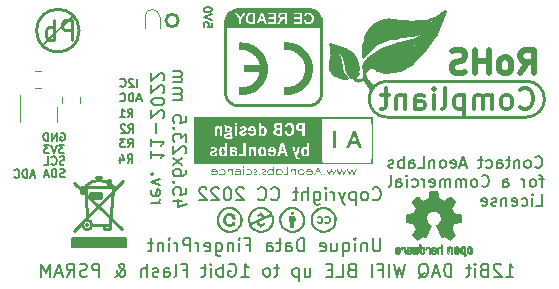
<source format=gbr>
%TF.GenerationSoftware,KiCad,Pcbnew,(6.0.7)*%
%TF.CreationDate,2022-11-04T16:49:25+01:00*%
%TF.ProjectId,LDAD ATOM PRO,4c444144-2041-4544-9f4d-2050524f2e6b,5.3*%
%TF.SameCoordinates,Original*%
%TF.FileFunction,Legend,Bot*%
%TF.FilePolarity,Positive*%
%FSLAX46Y46*%
G04 Gerber Fmt 4.6, Leading zero omitted, Abs format (unit mm)*
G04 Created by KiCad (PCBNEW (6.0.7)) date 2022-11-04 16:49:25*
%MOMM*%
%LPD*%
G01*
G04 APERTURE LIST*
%ADD10C,0.200000*%
%ADD11C,0.280000*%
%ADD12C,0.150000*%
%ADD13C,0.350000*%
%ADD14C,0.500000*%
%ADD15C,0.254000*%
%ADD16C,0.100000*%
%ADD17C,0.120000*%
%ADD18C,0.127000*%
%ADD19C,0.508000*%
%ADD20C,0.010000*%
G04 APERTURE END LIST*
D10*
X130775714Y-102364285D02*
X130042380Y-102364285D01*
X131194761Y-102626190D02*
X130409047Y-102888095D01*
X130409047Y-102207142D01*
X131142380Y-101264285D02*
X131142380Y-101788095D01*
X130618571Y-101840476D01*
X130670952Y-101788095D01*
X130723333Y-101683333D01*
X130723333Y-101421428D01*
X130670952Y-101316666D01*
X130618571Y-101264285D01*
X130513809Y-101211904D01*
X130251904Y-101211904D01*
X130147142Y-101264285D01*
X130094761Y-101316666D01*
X130042380Y-101421428D01*
X130042380Y-101683333D01*
X130094761Y-101788095D01*
X130147142Y-101840476D01*
X130147142Y-100740476D02*
X130094761Y-100688095D01*
X130042380Y-100740476D01*
X130094761Y-100792857D01*
X130147142Y-100740476D01*
X130042380Y-100740476D01*
X131142380Y-99745238D02*
X131142380Y-99954761D01*
X131090000Y-100059523D01*
X131037619Y-100111904D01*
X130880476Y-100216666D01*
X130670952Y-100269047D01*
X130251904Y-100269047D01*
X130147142Y-100216666D01*
X130094761Y-100164285D01*
X130042380Y-100059523D01*
X130042380Y-99850000D01*
X130094761Y-99745238D01*
X130147142Y-99692857D01*
X130251904Y-99640476D01*
X130513809Y-99640476D01*
X130618571Y-99692857D01*
X130670952Y-99745238D01*
X130723333Y-99850000D01*
X130723333Y-100059523D01*
X130670952Y-100164285D01*
X130618571Y-100216666D01*
X130513809Y-100269047D01*
X130042380Y-99273809D02*
X130775714Y-98697619D01*
X130775714Y-99273809D02*
X130042380Y-98697619D01*
X131037619Y-98330952D02*
X131090000Y-98278571D01*
X131142380Y-98173809D01*
X131142380Y-97911904D01*
X131090000Y-97807142D01*
X131037619Y-97754761D01*
X130932857Y-97702380D01*
X130828095Y-97702380D01*
X130670952Y-97754761D01*
X130042380Y-98383333D01*
X130042380Y-97702380D01*
X131142380Y-97335714D02*
X131142380Y-96654761D01*
X130723333Y-97021428D01*
X130723333Y-96864285D01*
X130670952Y-96759523D01*
X130618571Y-96707142D01*
X130513809Y-96654761D01*
X130251904Y-96654761D01*
X130147142Y-96707142D01*
X130094761Y-96759523D01*
X130042380Y-96864285D01*
X130042380Y-97178571D01*
X130094761Y-97283333D01*
X130147142Y-97335714D01*
X130147142Y-96183333D02*
X130094761Y-96130952D01*
X130042380Y-96183333D01*
X130094761Y-96235714D01*
X130147142Y-96183333D01*
X130042380Y-96183333D01*
X131142380Y-95135714D02*
X131142380Y-95659523D01*
X130618571Y-95711904D01*
X130670952Y-95659523D01*
X130723333Y-95554761D01*
X130723333Y-95292857D01*
X130670952Y-95188095D01*
X130618571Y-95135714D01*
X130513809Y-95083333D01*
X130251904Y-95083333D01*
X130147142Y-95135714D01*
X130094761Y-95188095D01*
X130042380Y-95292857D01*
X130042380Y-95554761D01*
X130094761Y-95659523D01*
X130147142Y-95711904D01*
X130042380Y-93773809D02*
X130775714Y-93773809D01*
X130670952Y-93773809D02*
X130723333Y-93721428D01*
X130775714Y-93616666D01*
X130775714Y-93459523D01*
X130723333Y-93354761D01*
X130618571Y-93302380D01*
X130042380Y-93302380D01*
X130618571Y-93302380D02*
X130723333Y-93250000D01*
X130775714Y-93145238D01*
X130775714Y-92988095D01*
X130723333Y-92883333D01*
X130618571Y-92830952D01*
X130042380Y-92830952D01*
X130042380Y-92307142D02*
X130775714Y-92307142D01*
X130670952Y-92307142D02*
X130723333Y-92254761D01*
X130775714Y-92150000D01*
X130775714Y-91992857D01*
X130723333Y-91888095D01*
X130618571Y-91835714D01*
X130042380Y-91835714D01*
X130618571Y-91835714D02*
X130723333Y-91783333D01*
X130775714Y-91678571D01*
X130775714Y-91521428D01*
X130723333Y-91416666D01*
X130618571Y-91364285D01*
X130042380Y-91364285D01*
X147582857Y-105527619D02*
X147582857Y-106418095D01*
X147530476Y-106522857D01*
X147478095Y-106575238D01*
X147373333Y-106627619D01*
X147163809Y-106627619D01*
X147059047Y-106575238D01*
X147006666Y-106522857D01*
X146954285Y-106418095D01*
X146954285Y-105527619D01*
X146430476Y-105894285D02*
X146430476Y-106627619D01*
X146430476Y-105999047D02*
X146378095Y-105946666D01*
X146273333Y-105894285D01*
X146116190Y-105894285D01*
X146011428Y-105946666D01*
X145959047Y-106051428D01*
X145959047Y-106627619D01*
X145435238Y-106627619D02*
X145435238Y-105894285D01*
X145435238Y-105527619D02*
X145487619Y-105580000D01*
X145435238Y-105632380D01*
X145382857Y-105580000D01*
X145435238Y-105527619D01*
X145435238Y-105632380D01*
X144440000Y-105894285D02*
X144440000Y-106994285D01*
X144440000Y-106575238D02*
X144544761Y-106627619D01*
X144754285Y-106627619D01*
X144859047Y-106575238D01*
X144911428Y-106522857D01*
X144963809Y-106418095D01*
X144963809Y-106103809D01*
X144911428Y-105999047D01*
X144859047Y-105946666D01*
X144754285Y-105894285D01*
X144544761Y-105894285D01*
X144440000Y-105946666D01*
X143444761Y-105894285D02*
X143444761Y-106627619D01*
X143916190Y-105894285D02*
X143916190Y-106470476D01*
X143863809Y-106575238D01*
X143759047Y-106627619D01*
X143601904Y-106627619D01*
X143497142Y-106575238D01*
X143444761Y-106522857D01*
X142501904Y-106575238D02*
X142606666Y-106627619D01*
X142816190Y-106627619D01*
X142920952Y-106575238D01*
X142973333Y-106470476D01*
X142973333Y-106051428D01*
X142920952Y-105946666D01*
X142816190Y-105894285D01*
X142606666Y-105894285D01*
X142501904Y-105946666D01*
X142449523Y-106051428D01*
X142449523Y-106156190D01*
X142973333Y-106260952D01*
X141140000Y-106627619D02*
X141140000Y-105527619D01*
X140878095Y-105527619D01*
X140720952Y-105580000D01*
X140616190Y-105684761D01*
X140563809Y-105789523D01*
X140511428Y-105999047D01*
X140511428Y-106156190D01*
X140563809Y-106365714D01*
X140616190Y-106470476D01*
X140720952Y-106575238D01*
X140878095Y-106627619D01*
X141140000Y-106627619D01*
X139568571Y-106627619D02*
X139568571Y-106051428D01*
X139620952Y-105946666D01*
X139725714Y-105894285D01*
X139935238Y-105894285D01*
X140040000Y-105946666D01*
X139568571Y-106575238D02*
X139673333Y-106627619D01*
X139935238Y-106627619D01*
X140040000Y-106575238D01*
X140092380Y-106470476D01*
X140092380Y-106365714D01*
X140040000Y-106260952D01*
X139935238Y-106208571D01*
X139673333Y-106208571D01*
X139568571Y-106156190D01*
X139201904Y-105894285D02*
X138782857Y-105894285D01*
X139044761Y-105527619D02*
X139044761Y-106470476D01*
X138992380Y-106575238D01*
X138887619Y-106627619D01*
X138782857Y-106627619D01*
X137944761Y-106627619D02*
X137944761Y-106051428D01*
X137997142Y-105946666D01*
X138101904Y-105894285D01*
X138311428Y-105894285D01*
X138416190Y-105946666D01*
X137944761Y-106575238D02*
X138049523Y-106627619D01*
X138311428Y-106627619D01*
X138416190Y-106575238D01*
X138468571Y-106470476D01*
X138468571Y-106365714D01*
X138416190Y-106260952D01*
X138311428Y-106208571D01*
X138049523Y-106208571D01*
X137944761Y-106156190D01*
X136216190Y-106051428D02*
X136582857Y-106051428D01*
X136582857Y-106627619D02*
X136582857Y-105527619D01*
X136059047Y-105527619D01*
X135640000Y-106627619D02*
X135640000Y-105894285D01*
X135640000Y-105527619D02*
X135692380Y-105580000D01*
X135640000Y-105632380D01*
X135587619Y-105580000D01*
X135640000Y-105527619D01*
X135640000Y-105632380D01*
X135116190Y-105894285D02*
X135116190Y-106627619D01*
X135116190Y-105999047D02*
X135063809Y-105946666D01*
X134959047Y-105894285D01*
X134801904Y-105894285D01*
X134697142Y-105946666D01*
X134644761Y-106051428D01*
X134644761Y-106627619D01*
X133649523Y-105894285D02*
X133649523Y-106784761D01*
X133701904Y-106889523D01*
X133754285Y-106941904D01*
X133859047Y-106994285D01*
X134016190Y-106994285D01*
X134120952Y-106941904D01*
X133649523Y-106575238D02*
X133754285Y-106627619D01*
X133963809Y-106627619D01*
X134068571Y-106575238D01*
X134120952Y-106522857D01*
X134173333Y-106418095D01*
X134173333Y-106103809D01*
X134120952Y-105999047D01*
X134068571Y-105946666D01*
X133963809Y-105894285D01*
X133754285Y-105894285D01*
X133649523Y-105946666D01*
X132706666Y-106575238D02*
X132811428Y-106627619D01*
X133020952Y-106627619D01*
X133125714Y-106575238D01*
X133178095Y-106470476D01*
X133178095Y-106051428D01*
X133125714Y-105946666D01*
X133020952Y-105894285D01*
X132811428Y-105894285D01*
X132706666Y-105946666D01*
X132654285Y-106051428D01*
X132654285Y-106156190D01*
X133178095Y-106260952D01*
X132182857Y-106627619D02*
X132182857Y-105894285D01*
X132182857Y-106103809D02*
X132130476Y-105999047D01*
X132078095Y-105946666D01*
X131973333Y-105894285D01*
X131868571Y-105894285D01*
X131501904Y-106627619D02*
X131501904Y-105527619D01*
X131082857Y-105527619D01*
X130978095Y-105580000D01*
X130925714Y-105632380D01*
X130873333Y-105737142D01*
X130873333Y-105894285D01*
X130925714Y-105999047D01*
X130978095Y-106051428D01*
X131082857Y-106103809D01*
X131501904Y-106103809D01*
X130401904Y-106627619D02*
X130401904Y-105894285D01*
X130401904Y-106103809D02*
X130349523Y-105999047D01*
X130297142Y-105946666D01*
X130192380Y-105894285D01*
X130087619Y-105894285D01*
X129720952Y-106627619D02*
X129720952Y-105894285D01*
X129720952Y-105527619D02*
X129773333Y-105580000D01*
X129720952Y-105632380D01*
X129668571Y-105580000D01*
X129720952Y-105527619D01*
X129720952Y-105632380D01*
X129197142Y-105894285D02*
X129197142Y-106627619D01*
X129197142Y-105999047D02*
X129144761Y-105946666D01*
X129040000Y-105894285D01*
X128882857Y-105894285D01*
X128778095Y-105946666D01*
X128725714Y-106051428D01*
X128725714Y-106627619D01*
X128359047Y-105894285D02*
X127940000Y-105894285D01*
X128201904Y-105527619D02*
X128201904Y-106470476D01*
X128149523Y-106575238D01*
X128044761Y-106627619D01*
X127940000Y-106627619D01*
D11*
X130480842Y-87080119D02*
G75*
G03*
X130480842Y-87080119I-530842J0D01*
G01*
D12*
X120503333Y-96600000D02*
X120570000Y-96566666D01*
X120670000Y-96566666D01*
X120770000Y-96600000D01*
X120836666Y-96666666D01*
X120870000Y-96733333D01*
X120903333Y-96866666D01*
X120903333Y-96966666D01*
X120870000Y-97100000D01*
X120836666Y-97166666D01*
X120770000Y-97233333D01*
X120670000Y-97266666D01*
X120603333Y-97266666D01*
X120503333Y-97233333D01*
X120470000Y-97200000D01*
X120470000Y-96966666D01*
X120603333Y-96966666D01*
X120170000Y-97266666D02*
X120170000Y-96566666D01*
X119770000Y-97266666D01*
X119770000Y-96566666D01*
X119436666Y-97266666D02*
X119436666Y-96566666D01*
X119270000Y-96566666D01*
X119170000Y-96600000D01*
X119103333Y-96666666D01*
X119070000Y-96733333D01*
X119036666Y-96866666D01*
X119036666Y-96966666D01*
X119070000Y-97100000D01*
X119103333Y-97166666D01*
X119170000Y-97233333D01*
X119270000Y-97266666D01*
X119436666Y-97266666D01*
X126973333Y-92696666D02*
X126973333Y-91996666D01*
X126673333Y-92063333D02*
X126640000Y-92030000D01*
X126573333Y-91996666D01*
X126406666Y-91996666D01*
X126340000Y-92030000D01*
X126306666Y-92063333D01*
X126273333Y-92130000D01*
X126273333Y-92196666D01*
X126306666Y-92296666D01*
X126706666Y-92696666D01*
X126273333Y-92696666D01*
X125573333Y-92630000D02*
X125606666Y-92663333D01*
X125706666Y-92696666D01*
X125773333Y-92696666D01*
X125873333Y-92663333D01*
X125940000Y-92596666D01*
X125973333Y-92530000D01*
X126006666Y-92396666D01*
X126006666Y-92296666D01*
X125973333Y-92163333D01*
X125940000Y-92096666D01*
X125873333Y-92030000D01*
X125773333Y-91996666D01*
X125706666Y-91996666D01*
X125606666Y-92030000D01*
X125573333Y-92063333D01*
X133313333Y-87256666D02*
X133313333Y-87590000D01*
X132980000Y-87623333D01*
X133013333Y-87590000D01*
X133046666Y-87523333D01*
X133046666Y-87356666D01*
X133013333Y-87290000D01*
X132980000Y-87256666D01*
X132913333Y-87223333D01*
X132746666Y-87223333D01*
X132680000Y-87256666D01*
X132646666Y-87290000D01*
X132613333Y-87356666D01*
X132613333Y-87523333D01*
X132646666Y-87590000D01*
X132680000Y-87623333D01*
X133313333Y-87023333D02*
X132613333Y-86790000D01*
X133313333Y-86556666D01*
X133313333Y-86190000D02*
X133313333Y-86123333D01*
X133280000Y-86056666D01*
X133246666Y-86023333D01*
X133180000Y-85990000D01*
X133046666Y-85956666D01*
X132880000Y-85956666D01*
X132746666Y-85990000D01*
X132680000Y-86023333D01*
X132646666Y-86056666D01*
X132613333Y-86123333D01*
X132613333Y-86190000D01*
X132646666Y-86256666D01*
X132680000Y-86290000D01*
X132746666Y-86323333D01*
X132880000Y-86356666D01*
X133046666Y-86356666D01*
X133180000Y-86323333D01*
X133246666Y-86290000D01*
X133280000Y-86256666D01*
X133313333Y-86190000D01*
X120826666Y-97626666D02*
X120393333Y-97626666D01*
X120626666Y-97893333D01*
X120526666Y-97893333D01*
X120460000Y-97926666D01*
X120426666Y-97960000D01*
X120393333Y-98026666D01*
X120393333Y-98193333D01*
X120426666Y-98260000D01*
X120460000Y-98293333D01*
X120526666Y-98326666D01*
X120726666Y-98326666D01*
X120793333Y-98293333D01*
X120826666Y-98260000D01*
X120193333Y-97626666D02*
X119960000Y-98326666D01*
X119726666Y-97626666D01*
X119560000Y-97626666D02*
X119126666Y-97626666D01*
X119360000Y-97893333D01*
X119260000Y-97893333D01*
X119193333Y-97926666D01*
X119160000Y-97960000D01*
X119126666Y-98026666D01*
X119126666Y-98193333D01*
X119160000Y-98260000D01*
X119193333Y-98293333D01*
X119260000Y-98326666D01*
X119460000Y-98326666D01*
X119526666Y-98293333D01*
X119560000Y-98260000D01*
D10*
X128202380Y-102523809D02*
X128935714Y-102523809D01*
X128726190Y-102523809D02*
X128830952Y-102471428D01*
X128883333Y-102419047D01*
X128935714Y-102314285D01*
X128935714Y-102209523D01*
X128254761Y-101423809D02*
X128202380Y-101528571D01*
X128202380Y-101738095D01*
X128254761Y-101842857D01*
X128359523Y-101895238D01*
X128778571Y-101895238D01*
X128883333Y-101842857D01*
X128935714Y-101738095D01*
X128935714Y-101528571D01*
X128883333Y-101423809D01*
X128778571Y-101371428D01*
X128673809Y-101371428D01*
X128569047Y-101895238D01*
X128935714Y-101004761D02*
X128202380Y-100742857D01*
X128935714Y-100480952D01*
X128307142Y-100061904D02*
X128254761Y-100009523D01*
X128202380Y-100061904D01*
X128254761Y-100114285D01*
X128307142Y-100061904D01*
X128202380Y-100061904D01*
X128202380Y-98123809D02*
X128202380Y-98752380D01*
X128202380Y-98438095D02*
X129302380Y-98438095D01*
X129145238Y-98542857D01*
X129040476Y-98647619D01*
X128988095Y-98752380D01*
X128202380Y-97076190D02*
X128202380Y-97704761D01*
X128202380Y-97390476D02*
X129302380Y-97390476D01*
X129145238Y-97495238D01*
X129040476Y-97600000D01*
X128988095Y-97704761D01*
X128621428Y-96604761D02*
X128621428Y-95766666D01*
X129197619Y-95295238D02*
X129250000Y-95242857D01*
X129302380Y-95138095D01*
X129302380Y-94876190D01*
X129250000Y-94771428D01*
X129197619Y-94719047D01*
X129092857Y-94666666D01*
X128988095Y-94666666D01*
X128830952Y-94719047D01*
X128202380Y-95347619D01*
X128202380Y-94666666D01*
X129302380Y-93985714D02*
X129302380Y-93880952D01*
X129250000Y-93776190D01*
X129197619Y-93723809D01*
X129092857Y-93671428D01*
X128883333Y-93619047D01*
X128621428Y-93619047D01*
X128411904Y-93671428D01*
X128307142Y-93723809D01*
X128254761Y-93776190D01*
X128202380Y-93880952D01*
X128202380Y-93985714D01*
X128254761Y-94090476D01*
X128307142Y-94142857D01*
X128411904Y-94195238D01*
X128621428Y-94247619D01*
X128883333Y-94247619D01*
X129092857Y-94195238D01*
X129197619Y-94142857D01*
X129250000Y-94090476D01*
X129302380Y-93985714D01*
X129197619Y-93200000D02*
X129250000Y-93147619D01*
X129302380Y-93042857D01*
X129302380Y-92780952D01*
X129250000Y-92676190D01*
X129197619Y-92623809D01*
X129092857Y-92571428D01*
X128988095Y-92571428D01*
X128830952Y-92623809D01*
X128202380Y-93252380D01*
X128202380Y-92571428D01*
X129197619Y-92152380D02*
X129250000Y-92100000D01*
X129302380Y-91995238D01*
X129302380Y-91733333D01*
X129250000Y-91628571D01*
X129197619Y-91576190D01*
X129092857Y-91523809D01*
X128988095Y-91523809D01*
X128830952Y-91576190D01*
X128202380Y-92204761D01*
X128202380Y-91523809D01*
X146949047Y-102192857D02*
X147001428Y-102245238D01*
X147158571Y-102297619D01*
X147263333Y-102297619D01*
X147420476Y-102245238D01*
X147525238Y-102140476D01*
X147577619Y-102035714D01*
X147630000Y-101826190D01*
X147630000Y-101669047D01*
X147577619Y-101459523D01*
X147525238Y-101354761D01*
X147420476Y-101250000D01*
X147263333Y-101197619D01*
X147158571Y-101197619D01*
X147001428Y-101250000D01*
X146949047Y-101302380D01*
X146320476Y-102297619D02*
X146425238Y-102245238D01*
X146477619Y-102192857D01*
X146530000Y-102088095D01*
X146530000Y-101773809D01*
X146477619Y-101669047D01*
X146425238Y-101616666D01*
X146320476Y-101564285D01*
X146163333Y-101564285D01*
X146058571Y-101616666D01*
X146006190Y-101669047D01*
X145953809Y-101773809D01*
X145953809Y-102088095D01*
X146006190Y-102192857D01*
X146058571Y-102245238D01*
X146163333Y-102297619D01*
X146320476Y-102297619D01*
X145482380Y-101564285D02*
X145482380Y-102664285D01*
X145482380Y-101616666D02*
X145377619Y-101564285D01*
X145168095Y-101564285D01*
X145063333Y-101616666D01*
X145010952Y-101669047D01*
X144958571Y-101773809D01*
X144958571Y-102088095D01*
X145010952Y-102192857D01*
X145063333Y-102245238D01*
X145168095Y-102297619D01*
X145377619Y-102297619D01*
X145482380Y-102245238D01*
X144591904Y-101564285D02*
X144330000Y-102297619D01*
X144068095Y-101564285D02*
X144330000Y-102297619D01*
X144434761Y-102559523D01*
X144487142Y-102611904D01*
X144591904Y-102664285D01*
X143649047Y-102297619D02*
X143649047Y-101564285D01*
X143649047Y-101773809D02*
X143596666Y-101669047D01*
X143544285Y-101616666D01*
X143439523Y-101564285D01*
X143334761Y-101564285D01*
X142968095Y-102297619D02*
X142968095Y-101564285D01*
X142968095Y-101197619D02*
X143020476Y-101250000D01*
X142968095Y-101302380D01*
X142915714Y-101250000D01*
X142968095Y-101197619D01*
X142968095Y-101302380D01*
X141972857Y-101564285D02*
X141972857Y-102454761D01*
X142025238Y-102559523D01*
X142077619Y-102611904D01*
X142182380Y-102664285D01*
X142339523Y-102664285D01*
X142444285Y-102611904D01*
X141972857Y-102245238D02*
X142077619Y-102297619D01*
X142287142Y-102297619D01*
X142391904Y-102245238D01*
X142444285Y-102192857D01*
X142496666Y-102088095D01*
X142496666Y-101773809D01*
X142444285Y-101669047D01*
X142391904Y-101616666D01*
X142287142Y-101564285D01*
X142077619Y-101564285D01*
X141972857Y-101616666D01*
X141449047Y-102297619D02*
X141449047Y-101197619D01*
X140977619Y-102297619D02*
X140977619Y-101721428D01*
X141030000Y-101616666D01*
X141134761Y-101564285D01*
X141291904Y-101564285D01*
X141396666Y-101616666D01*
X141449047Y-101669047D01*
X140610952Y-101564285D02*
X140191904Y-101564285D01*
X140453809Y-101197619D02*
X140453809Y-102140476D01*
X140401428Y-102245238D01*
X140296666Y-102297619D01*
X140191904Y-102297619D01*
X138358571Y-102192857D02*
X138410952Y-102245238D01*
X138568095Y-102297619D01*
X138672857Y-102297619D01*
X138830000Y-102245238D01*
X138934761Y-102140476D01*
X138987142Y-102035714D01*
X139039523Y-101826190D01*
X139039523Y-101669047D01*
X138987142Y-101459523D01*
X138934761Y-101354761D01*
X138830000Y-101250000D01*
X138672857Y-101197619D01*
X138568095Y-101197619D01*
X138410952Y-101250000D01*
X138358571Y-101302380D01*
X137258571Y-102192857D02*
X137310952Y-102245238D01*
X137468095Y-102297619D01*
X137572857Y-102297619D01*
X137730000Y-102245238D01*
X137834761Y-102140476D01*
X137887142Y-102035714D01*
X137939523Y-101826190D01*
X137939523Y-101669047D01*
X137887142Y-101459523D01*
X137834761Y-101354761D01*
X137730000Y-101250000D01*
X137572857Y-101197619D01*
X137468095Y-101197619D01*
X137310952Y-101250000D01*
X137258571Y-101302380D01*
X136001428Y-101302380D02*
X135949047Y-101250000D01*
X135844285Y-101197619D01*
X135582380Y-101197619D01*
X135477619Y-101250000D01*
X135425238Y-101302380D01*
X135372857Y-101407142D01*
X135372857Y-101511904D01*
X135425238Y-101669047D01*
X136053809Y-102297619D01*
X135372857Y-102297619D01*
X134691904Y-101197619D02*
X134587142Y-101197619D01*
X134482380Y-101250000D01*
X134430000Y-101302380D01*
X134377619Y-101407142D01*
X134325238Y-101616666D01*
X134325238Y-101878571D01*
X134377619Y-102088095D01*
X134430000Y-102192857D01*
X134482380Y-102245238D01*
X134587142Y-102297619D01*
X134691904Y-102297619D01*
X134796666Y-102245238D01*
X134849047Y-102192857D01*
X134901428Y-102088095D01*
X134953809Y-101878571D01*
X134953809Y-101616666D01*
X134901428Y-101407142D01*
X134849047Y-101302380D01*
X134796666Y-101250000D01*
X134691904Y-101197619D01*
X133906190Y-101302380D02*
X133853809Y-101250000D01*
X133749047Y-101197619D01*
X133487142Y-101197619D01*
X133382380Y-101250000D01*
X133330000Y-101302380D01*
X133277619Y-101407142D01*
X133277619Y-101511904D01*
X133330000Y-101669047D01*
X133958571Y-102297619D01*
X133277619Y-102297619D01*
X132858571Y-101302380D02*
X132806190Y-101250000D01*
X132701428Y-101197619D01*
X132439523Y-101197619D01*
X132334761Y-101250000D01*
X132282380Y-101302380D01*
X132230000Y-101407142D01*
X132230000Y-101511904D01*
X132282380Y-101669047D01*
X132910952Y-102297619D01*
X132230000Y-102297619D01*
D12*
X126256666Y-96576666D02*
X126490000Y-96243333D01*
X126656666Y-96576666D02*
X126656666Y-95876666D01*
X126390000Y-95876666D01*
X126323333Y-95910000D01*
X126290000Y-95943333D01*
X126256666Y-96010000D01*
X126256666Y-96110000D01*
X126290000Y-96176666D01*
X126323333Y-96210000D01*
X126390000Y-96243333D01*
X126656666Y-96243333D01*
X125990000Y-95943333D02*
X125956666Y-95910000D01*
X125890000Y-95876666D01*
X125723333Y-95876666D01*
X125656666Y-95910000D01*
X125623333Y-95943333D01*
X125590000Y-96010000D01*
X125590000Y-96076666D01*
X125623333Y-96176666D01*
X126023333Y-96576666D01*
X125590000Y-96576666D01*
X120850000Y-100293333D02*
X120750000Y-100326666D01*
X120583333Y-100326666D01*
X120516666Y-100293333D01*
X120483333Y-100260000D01*
X120450000Y-100193333D01*
X120450000Y-100126666D01*
X120483333Y-100060000D01*
X120516666Y-100026666D01*
X120583333Y-99993333D01*
X120716666Y-99960000D01*
X120783333Y-99926666D01*
X120816666Y-99893333D01*
X120850000Y-99826666D01*
X120850000Y-99760000D01*
X120816666Y-99693333D01*
X120783333Y-99660000D01*
X120716666Y-99626666D01*
X120550000Y-99626666D01*
X120450000Y-99660000D01*
X120150000Y-100326666D02*
X120150000Y-99626666D01*
X119983333Y-99626666D01*
X119883333Y-99660000D01*
X119816666Y-99726666D01*
X119783333Y-99793333D01*
X119750000Y-99926666D01*
X119750000Y-100026666D01*
X119783333Y-100160000D01*
X119816666Y-100226666D01*
X119883333Y-100293333D01*
X119983333Y-100326666D01*
X120150000Y-100326666D01*
X119483333Y-100126666D02*
X119150000Y-100126666D01*
X119550000Y-100326666D02*
X119316666Y-99626666D01*
X119083333Y-100326666D01*
D10*
X160690476Y-99467142D02*
X160738095Y-99514761D01*
X160880952Y-99562380D01*
X160976190Y-99562380D01*
X161119047Y-99514761D01*
X161214285Y-99419523D01*
X161261904Y-99324285D01*
X161309523Y-99133809D01*
X161309523Y-98990952D01*
X161261904Y-98800476D01*
X161214285Y-98705238D01*
X161119047Y-98610000D01*
X160976190Y-98562380D01*
X160880952Y-98562380D01*
X160738095Y-98610000D01*
X160690476Y-98657619D01*
X160119047Y-99562380D02*
X160214285Y-99514761D01*
X160261904Y-99467142D01*
X160309523Y-99371904D01*
X160309523Y-99086190D01*
X160261904Y-98990952D01*
X160214285Y-98943333D01*
X160119047Y-98895714D01*
X159976190Y-98895714D01*
X159880952Y-98943333D01*
X159833333Y-98990952D01*
X159785714Y-99086190D01*
X159785714Y-99371904D01*
X159833333Y-99467142D01*
X159880952Y-99514761D01*
X159976190Y-99562380D01*
X160119047Y-99562380D01*
X159357142Y-98895714D02*
X159357142Y-99562380D01*
X159357142Y-98990952D02*
X159309523Y-98943333D01*
X159214285Y-98895714D01*
X159071428Y-98895714D01*
X158976190Y-98943333D01*
X158928571Y-99038571D01*
X158928571Y-99562380D01*
X158595238Y-98895714D02*
X158214285Y-98895714D01*
X158452380Y-98562380D02*
X158452380Y-99419523D01*
X158404761Y-99514761D01*
X158309523Y-99562380D01*
X158214285Y-99562380D01*
X157452380Y-99562380D02*
X157452380Y-99038571D01*
X157500000Y-98943333D01*
X157595238Y-98895714D01*
X157785714Y-98895714D01*
X157880952Y-98943333D01*
X157452380Y-99514761D02*
X157547619Y-99562380D01*
X157785714Y-99562380D01*
X157880952Y-99514761D01*
X157928571Y-99419523D01*
X157928571Y-99324285D01*
X157880952Y-99229047D01*
X157785714Y-99181428D01*
X157547619Y-99181428D01*
X157452380Y-99133809D01*
X156547619Y-99514761D02*
X156642857Y-99562380D01*
X156833333Y-99562380D01*
X156928571Y-99514761D01*
X156976190Y-99467142D01*
X157023809Y-99371904D01*
X157023809Y-99086190D01*
X156976190Y-98990952D01*
X156928571Y-98943333D01*
X156833333Y-98895714D01*
X156642857Y-98895714D01*
X156547619Y-98943333D01*
X156261904Y-98895714D02*
X155880952Y-98895714D01*
X156119047Y-98562380D02*
X156119047Y-99419523D01*
X156071428Y-99514761D01*
X155976190Y-99562380D01*
X155880952Y-99562380D01*
X154833333Y-99276666D02*
X154357142Y-99276666D01*
X154928571Y-99562380D02*
X154595238Y-98562380D01*
X154261904Y-99562380D01*
X153547619Y-99514761D02*
X153642857Y-99562380D01*
X153833333Y-99562380D01*
X153928571Y-99514761D01*
X153976190Y-99419523D01*
X153976190Y-99038571D01*
X153928571Y-98943333D01*
X153833333Y-98895714D01*
X153642857Y-98895714D01*
X153547619Y-98943333D01*
X153500000Y-99038571D01*
X153500000Y-99133809D01*
X153976190Y-99229047D01*
X152928571Y-99562380D02*
X153023809Y-99514761D01*
X153071428Y-99467142D01*
X153119047Y-99371904D01*
X153119047Y-99086190D01*
X153071428Y-98990952D01*
X153023809Y-98943333D01*
X152928571Y-98895714D01*
X152785714Y-98895714D01*
X152690476Y-98943333D01*
X152642857Y-98990952D01*
X152595238Y-99086190D01*
X152595238Y-99371904D01*
X152642857Y-99467142D01*
X152690476Y-99514761D01*
X152785714Y-99562380D01*
X152928571Y-99562380D01*
X152166666Y-98895714D02*
X152166666Y-99562380D01*
X152166666Y-98990952D02*
X152119047Y-98943333D01*
X152023809Y-98895714D01*
X151880952Y-98895714D01*
X151785714Y-98943333D01*
X151738095Y-99038571D01*
X151738095Y-99562380D01*
X150785714Y-99562380D02*
X151261904Y-99562380D01*
X151261904Y-98562380D01*
X150023809Y-99562380D02*
X150023809Y-99038571D01*
X150071428Y-98943333D01*
X150166666Y-98895714D01*
X150357142Y-98895714D01*
X150452380Y-98943333D01*
X150023809Y-99514761D02*
X150119047Y-99562380D01*
X150357142Y-99562380D01*
X150452380Y-99514761D01*
X150500000Y-99419523D01*
X150500000Y-99324285D01*
X150452380Y-99229047D01*
X150357142Y-99181428D01*
X150119047Y-99181428D01*
X150023809Y-99133809D01*
X149547619Y-99562380D02*
X149547619Y-98562380D01*
X149547619Y-98943333D02*
X149452380Y-98895714D01*
X149261904Y-98895714D01*
X149166666Y-98943333D01*
X149119047Y-98990952D01*
X149071428Y-99086190D01*
X149071428Y-99371904D01*
X149119047Y-99467142D01*
X149166666Y-99514761D01*
X149261904Y-99562380D01*
X149452380Y-99562380D01*
X149547619Y-99514761D01*
X148690476Y-99514761D02*
X148595238Y-99562380D01*
X148404761Y-99562380D01*
X148309523Y-99514761D01*
X148261904Y-99419523D01*
X148261904Y-99371904D01*
X148309523Y-99276666D01*
X148404761Y-99229047D01*
X148547619Y-99229047D01*
X148642857Y-99181428D01*
X148690476Y-99086190D01*
X148690476Y-99038571D01*
X148642857Y-98943333D01*
X148547619Y-98895714D01*
X148404761Y-98895714D01*
X148309523Y-98943333D01*
X161404761Y-100505714D02*
X161023809Y-100505714D01*
X161261904Y-101172380D02*
X161261904Y-100315238D01*
X161214285Y-100220000D01*
X161119047Y-100172380D01*
X161023809Y-100172380D01*
X160547619Y-101172380D02*
X160642857Y-101124761D01*
X160690476Y-101077142D01*
X160738095Y-100981904D01*
X160738095Y-100696190D01*
X160690476Y-100600952D01*
X160642857Y-100553333D01*
X160547619Y-100505714D01*
X160404761Y-100505714D01*
X160309523Y-100553333D01*
X160261904Y-100600952D01*
X160214285Y-100696190D01*
X160214285Y-100981904D01*
X160261904Y-101077142D01*
X160309523Y-101124761D01*
X160404761Y-101172380D01*
X160547619Y-101172380D01*
X159785714Y-101172380D02*
X159785714Y-100505714D01*
X159785714Y-100696190D02*
X159738095Y-100600952D01*
X159690476Y-100553333D01*
X159595238Y-100505714D01*
X159500000Y-100505714D01*
X157976190Y-101172380D02*
X157976190Y-100648571D01*
X158023809Y-100553333D01*
X158119047Y-100505714D01*
X158309523Y-100505714D01*
X158404761Y-100553333D01*
X157976190Y-101124761D02*
X158071428Y-101172380D01*
X158309523Y-101172380D01*
X158404761Y-101124761D01*
X158452380Y-101029523D01*
X158452380Y-100934285D01*
X158404761Y-100839047D01*
X158309523Y-100791428D01*
X158071428Y-100791428D01*
X157976190Y-100743809D01*
X156166666Y-101077142D02*
X156214285Y-101124761D01*
X156357142Y-101172380D01*
X156452380Y-101172380D01*
X156595238Y-101124761D01*
X156690476Y-101029523D01*
X156738095Y-100934285D01*
X156785714Y-100743809D01*
X156785714Y-100600952D01*
X156738095Y-100410476D01*
X156690476Y-100315238D01*
X156595238Y-100220000D01*
X156452380Y-100172380D01*
X156357142Y-100172380D01*
X156214285Y-100220000D01*
X156166666Y-100267619D01*
X155595238Y-101172380D02*
X155690476Y-101124761D01*
X155738095Y-101077142D01*
X155785714Y-100981904D01*
X155785714Y-100696190D01*
X155738095Y-100600952D01*
X155690476Y-100553333D01*
X155595238Y-100505714D01*
X155452380Y-100505714D01*
X155357142Y-100553333D01*
X155309523Y-100600952D01*
X155261904Y-100696190D01*
X155261904Y-100981904D01*
X155309523Y-101077142D01*
X155357142Y-101124761D01*
X155452380Y-101172380D01*
X155595238Y-101172380D01*
X154833333Y-101172380D02*
X154833333Y-100505714D01*
X154833333Y-100600952D02*
X154785714Y-100553333D01*
X154690476Y-100505714D01*
X154547619Y-100505714D01*
X154452380Y-100553333D01*
X154404761Y-100648571D01*
X154404761Y-101172380D01*
X154404761Y-100648571D02*
X154357142Y-100553333D01*
X154261904Y-100505714D01*
X154119047Y-100505714D01*
X154023809Y-100553333D01*
X153976190Y-100648571D01*
X153976190Y-101172380D01*
X153500000Y-101172380D02*
X153500000Y-100505714D01*
X153500000Y-100600952D02*
X153452380Y-100553333D01*
X153357142Y-100505714D01*
X153214285Y-100505714D01*
X153119047Y-100553333D01*
X153071428Y-100648571D01*
X153071428Y-101172380D01*
X153071428Y-100648571D02*
X153023809Y-100553333D01*
X152928571Y-100505714D01*
X152785714Y-100505714D01*
X152690476Y-100553333D01*
X152642857Y-100648571D01*
X152642857Y-101172380D01*
X151785714Y-101124761D02*
X151880952Y-101172380D01*
X152071428Y-101172380D01*
X152166666Y-101124761D01*
X152214285Y-101029523D01*
X152214285Y-100648571D01*
X152166666Y-100553333D01*
X152071428Y-100505714D01*
X151880952Y-100505714D01*
X151785714Y-100553333D01*
X151738095Y-100648571D01*
X151738095Y-100743809D01*
X152214285Y-100839047D01*
X151309523Y-101172380D02*
X151309523Y-100505714D01*
X151309523Y-100696190D02*
X151261904Y-100600952D01*
X151214285Y-100553333D01*
X151119047Y-100505714D01*
X151023809Y-100505714D01*
X150261904Y-101124761D02*
X150357142Y-101172380D01*
X150547619Y-101172380D01*
X150642857Y-101124761D01*
X150690476Y-101077142D01*
X150738095Y-100981904D01*
X150738095Y-100696190D01*
X150690476Y-100600952D01*
X150642857Y-100553333D01*
X150547619Y-100505714D01*
X150357142Y-100505714D01*
X150261904Y-100553333D01*
X149833333Y-101172380D02*
X149833333Y-100505714D01*
X149833333Y-100172380D02*
X149880952Y-100220000D01*
X149833333Y-100267619D01*
X149785714Y-100220000D01*
X149833333Y-100172380D01*
X149833333Y-100267619D01*
X148928571Y-101172380D02*
X148928571Y-100648571D01*
X148976190Y-100553333D01*
X149071428Y-100505714D01*
X149261904Y-100505714D01*
X149357142Y-100553333D01*
X148928571Y-101124761D02*
X149023809Y-101172380D01*
X149261904Y-101172380D01*
X149357142Y-101124761D01*
X149404761Y-101029523D01*
X149404761Y-100934285D01*
X149357142Y-100839047D01*
X149261904Y-100791428D01*
X149023809Y-100791428D01*
X148928571Y-100743809D01*
X148309523Y-101172380D02*
X148404761Y-101124761D01*
X148452380Y-101029523D01*
X148452380Y-100172380D01*
X160785714Y-102782380D02*
X161261904Y-102782380D01*
X161261904Y-101782380D01*
X160452380Y-102782380D02*
X160452380Y-102115714D01*
X160452380Y-101782380D02*
X160500000Y-101830000D01*
X160452380Y-101877619D01*
X160404761Y-101830000D01*
X160452380Y-101782380D01*
X160452380Y-101877619D01*
X159547619Y-102734761D02*
X159642857Y-102782380D01*
X159833333Y-102782380D01*
X159928571Y-102734761D01*
X159976190Y-102687142D01*
X160023809Y-102591904D01*
X160023809Y-102306190D01*
X159976190Y-102210952D01*
X159928571Y-102163333D01*
X159833333Y-102115714D01*
X159642857Y-102115714D01*
X159547619Y-102163333D01*
X158738095Y-102734761D02*
X158833333Y-102782380D01*
X159023809Y-102782380D01*
X159119047Y-102734761D01*
X159166666Y-102639523D01*
X159166666Y-102258571D01*
X159119047Y-102163333D01*
X159023809Y-102115714D01*
X158833333Y-102115714D01*
X158738095Y-102163333D01*
X158690476Y-102258571D01*
X158690476Y-102353809D01*
X159166666Y-102449047D01*
X158261904Y-102115714D02*
X158261904Y-102782380D01*
X158261904Y-102210952D02*
X158214285Y-102163333D01*
X158119047Y-102115714D01*
X157976190Y-102115714D01*
X157880952Y-102163333D01*
X157833333Y-102258571D01*
X157833333Y-102782380D01*
X157404761Y-102734761D02*
X157309523Y-102782380D01*
X157119047Y-102782380D01*
X157023809Y-102734761D01*
X156976190Y-102639523D01*
X156976190Y-102591904D01*
X157023809Y-102496666D01*
X157119047Y-102449047D01*
X157261904Y-102449047D01*
X157357142Y-102401428D01*
X157404761Y-102306190D01*
X157404761Y-102258571D01*
X157357142Y-102163333D01*
X157261904Y-102115714D01*
X157119047Y-102115714D01*
X157023809Y-102163333D01*
X156166666Y-102734761D02*
X156261904Y-102782380D01*
X156452380Y-102782380D01*
X156547619Y-102734761D01*
X156595238Y-102639523D01*
X156595238Y-102258571D01*
X156547619Y-102163333D01*
X156452380Y-102115714D01*
X156261904Y-102115714D01*
X156166666Y-102163333D01*
X156119047Y-102258571D01*
X156119047Y-102353809D01*
X156595238Y-102449047D01*
X158210952Y-108757619D02*
X158839523Y-108757619D01*
X158525238Y-108757619D02*
X158525238Y-107657619D01*
X158630000Y-107814761D01*
X158734761Y-107919523D01*
X158839523Y-107971904D01*
X157791904Y-107762380D02*
X157739523Y-107710000D01*
X157634761Y-107657619D01*
X157372857Y-107657619D01*
X157268095Y-107710000D01*
X157215714Y-107762380D01*
X157163333Y-107867142D01*
X157163333Y-107971904D01*
X157215714Y-108129047D01*
X157844285Y-108757619D01*
X157163333Y-108757619D01*
X156325238Y-108181428D02*
X156168095Y-108233809D01*
X156115714Y-108286190D01*
X156063333Y-108390952D01*
X156063333Y-108548095D01*
X156115714Y-108652857D01*
X156168095Y-108705238D01*
X156272857Y-108757619D01*
X156691904Y-108757619D01*
X156691904Y-107657619D01*
X156325238Y-107657619D01*
X156220476Y-107710000D01*
X156168095Y-107762380D01*
X156115714Y-107867142D01*
X156115714Y-107971904D01*
X156168095Y-108076666D01*
X156220476Y-108129047D01*
X156325238Y-108181428D01*
X156691904Y-108181428D01*
X155591904Y-108757619D02*
X155591904Y-108024285D01*
X155591904Y-107657619D02*
X155644285Y-107710000D01*
X155591904Y-107762380D01*
X155539523Y-107710000D01*
X155591904Y-107657619D01*
X155591904Y-107762380D01*
X155225238Y-108024285D02*
X154806190Y-108024285D01*
X155068095Y-107657619D02*
X155068095Y-108600476D01*
X155015714Y-108705238D01*
X154910952Y-108757619D01*
X154806190Y-108757619D01*
X153601428Y-108757619D02*
X153601428Y-107657619D01*
X153339523Y-107657619D01*
X153182380Y-107710000D01*
X153077619Y-107814761D01*
X153025238Y-107919523D01*
X152972857Y-108129047D01*
X152972857Y-108286190D01*
X153025238Y-108495714D01*
X153077619Y-108600476D01*
X153182380Y-108705238D01*
X153339523Y-108757619D01*
X153601428Y-108757619D01*
X152553809Y-108443333D02*
X152030000Y-108443333D01*
X152658571Y-108757619D02*
X152291904Y-107657619D01*
X151925238Y-108757619D01*
X150825238Y-108862380D02*
X150930000Y-108810000D01*
X151034761Y-108705238D01*
X151191904Y-108548095D01*
X151296666Y-108495714D01*
X151401428Y-108495714D01*
X151349047Y-108757619D02*
X151453809Y-108705238D01*
X151558571Y-108600476D01*
X151610952Y-108390952D01*
X151610952Y-108024285D01*
X151558571Y-107814761D01*
X151453809Y-107710000D01*
X151349047Y-107657619D01*
X151139523Y-107657619D01*
X151034761Y-107710000D01*
X150930000Y-107814761D01*
X150877619Y-108024285D01*
X150877619Y-108390952D01*
X150930000Y-108600476D01*
X151034761Y-108705238D01*
X151139523Y-108757619D01*
X151349047Y-108757619D01*
X149672857Y-107657619D02*
X149410952Y-108757619D01*
X149201428Y-107971904D01*
X148991904Y-108757619D01*
X148730000Y-107657619D01*
X148310952Y-108757619D02*
X148310952Y-107657619D01*
X147420476Y-108181428D02*
X147787142Y-108181428D01*
X147787142Y-108757619D02*
X147787142Y-107657619D01*
X147263333Y-107657619D01*
X146844285Y-108757619D02*
X146844285Y-107657619D01*
X145115714Y-108181428D02*
X144958571Y-108233809D01*
X144906190Y-108286190D01*
X144853809Y-108390952D01*
X144853809Y-108548095D01*
X144906190Y-108652857D01*
X144958571Y-108705238D01*
X145063333Y-108757619D01*
X145482380Y-108757619D01*
X145482380Y-107657619D01*
X145115714Y-107657619D01*
X145010952Y-107710000D01*
X144958571Y-107762380D01*
X144906190Y-107867142D01*
X144906190Y-107971904D01*
X144958571Y-108076666D01*
X145010952Y-108129047D01*
X145115714Y-108181428D01*
X145482380Y-108181428D01*
X143858571Y-108757619D02*
X144382380Y-108757619D01*
X144382380Y-107657619D01*
X143491904Y-108181428D02*
X143125238Y-108181428D01*
X142968095Y-108757619D02*
X143491904Y-108757619D01*
X143491904Y-107657619D01*
X142968095Y-107657619D01*
X141187142Y-108024285D02*
X141187142Y-108757619D01*
X141658571Y-108024285D02*
X141658571Y-108600476D01*
X141606190Y-108705238D01*
X141501428Y-108757619D01*
X141344285Y-108757619D01*
X141239523Y-108705238D01*
X141187142Y-108652857D01*
X140663333Y-108024285D02*
X140663333Y-109124285D01*
X140663333Y-108076666D02*
X140558571Y-108024285D01*
X140349047Y-108024285D01*
X140244285Y-108076666D01*
X140191904Y-108129047D01*
X140139523Y-108233809D01*
X140139523Y-108548095D01*
X140191904Y-108652857D01*
X140244285Y-108705238D01*
X140349047Y-108757619D01*
X140558571Y-108757619D01*
X140663333Y-108705238D01*
X138987142Y-108024285D02*
X138568095Y-108024285D01*
X138830000Y-107657619D02*
X138830000Y-108600476D01*
X138777619Y-108705238D01*
X138672857Y-108757619D01*
X138568095Y-108757619D01*
X138044285Y-108757619D02*
X138149047Y-108705238D01*
X138201428Y-108652857D01*
X138253809Y-108548095D01*
X138253809Y-108233809D01*
X138201428Y-108129047D01*
X138149047Y-108076666D01*
X138044285Y-108024285D01*
X137887142Y-108024285D01*
X137782380Y-108076666D01*
X137730000Y-108129047D01*
X137677619Y-108233809D01*
X137677619Y-108548095D01*
X137730000Y-108652857D01*
X137782380Y-108705238D01*
X137887142Y-108757619D01*
X138044285Y-108757619D01*
X135791904Y-108757619D02*
X136420476Y-108757619D01*
X136106190Y-108757619D02*
X136106190Y-107657619D01*
X136210952Y-107814761D01*
X136315714Y-107919523D01*
X136420476Y-107971904D01*
X134744285Y-107710000D02*
X134849047Y-107657619D01*
X135006190Y-107657619D01*
X135163333Y-107710000D01*
X135268095Y-107814761D01*
X135320476Y-107919523D01*
X135372857Y-108129047D01*
X135372857Y-108286190D01*
X135320476Y-108495714D01*
X135268095Y-108600476D01*
X135163333Y-108705238D01*
X135006190Y-108757619D01*
X134901428Y-108757619D01*
X134744285Y-108705238D01*
X134691904Y-108652857D01*
X134691904Y-108286190D01*
X134901428Y-108286190D01*
X134220476Y-108757619D02*
X134220476Y-107657619D01*
X134220476Y-108076666D02*
X134115714Y-108024285D01*
X133906190Y-108024285D01*
X133801428Y-108076666D01*
X133749047Y-108129047D01*
X133696666Y-108233809D01*
X133696666Y-108548095D01*
X133749047Y-108652857D01*
X133801428Y-108705238D01*
X133906190Y-108757619D01*
X134115714Y-108757619D01*
X134220476Y-108705238D01*
X133225238Y-108757619D02*
X133225238Y-108024285D01*
X133225238Y-107657619D02*
X133277619Y-107710000D01*
X133225238Y-107762380D01*
X133172857Y-107710000D01*
X133225238Y-107657619D01*
X133225238Y-107762380D01*
X132858571Y-108024285D02*
X132439523Y-108024285D01*
X132701428Y-107657619D02*
X132701428Y-108600476D01*
X132649047Y-108705238D01*
X132544285Y-108757619D01*
X132439523Y-108757619D01*
X130868095Y-108181428D02*
X131234761Y-108181428D01*
X131234761Y-108757619D02*
X131234761Y-107657619D01*
X130710952Y-107657619D01*
X130134761Y-108757619D02*
X130239523Y-108705238D01*
X130291904Y-108600476D01*
X130291904Y-107657619D01*
X129244285Y-108757619D02*
X129244285Y-108181428D01*
X129296666Y-108076666D01*
X129401428Y-108024285D01*
X129610952Y-108024285D01*
X129715714Y-108076666D01*
X129244285Y-108705238D02*
X129349047Y-108757619D01*
X129610952Y-108757619D01*
X129715714Y-108705238D01*
X129768095Y-108600476D01*
X129768095Y-108495714D01*
X129715714Y-108390952D01*
X129610952Y-108338571D01*
X129349047Y-108338571D01*
X129244285Y-108286190D01*
X128772857Y-108705238D02*
X128668095Y-108757619D01*
X128458571Y-108757619D01*
X128353809Y-108705238D01*
X128301428Y-108600476D01*
X128301428Y-108548095D01*
X128353809Y-108443333D01*
X128458571Y-108390952D01*
X128615714Y-108390952D01*
X128720476Y-108338571D01*
X128772857Y-108233809D01*
X128772857Y-108181428D01*
X128720476Y-108076666D01*
X128615714Y-108024285D01*
X128458571Y-108024285D01*
X128353809Y-108076666D01*
X127830000Y-108757619D02*
X127830000Y-107657619D01*
X127358571Y-108757619D02*
X127358571Y-108181428D01*
X127410952Y-108076666D01*
X127515714Y-108024285D01*
X127672857Y-108024285D01*
X127777619Y-108076666D01*
X127830000Y-108129047D01*
X125106190Y-108757619D02*
X125158571Y-108757619D01*
X125263333Y-108705238D01*
X125420476Y-108548095D01*
X125682380Y-108233809D01*
X125787142Y-108076666D01*
X125839523Y-107919523D01*
X125839523Y-107814761D01*
X125787142Y-107710000D01*
X125682380Y-107657619D01*
X125630000Y-107657619D01*
X125525238Y-107710000D01*
X125472857Y-107814761D01*
X125472857Y-107867142D01*
X125525238Y-107971904D01*
X125577619Y-108024285D01*
X125891904Y-108233809D01*
X125944285Y-108286190D01*
X125996666Y-108390952D01*
X125996666Y-108548095D01*
X125944285Y-108652857D01*
X125891904Y-108705238D01*
X125787142Y-108757619D01*
X125630000Y-108757619D01*
X125525238Y-108705238D01*
X125472857Y-108652857D01*
X125315714Y-108443333D01*
X125263333Y-108286190D01*
X125263333Y-108181428D01*
X123796666Y-108757619D02*
X123796666Y-107657619D01*
X123377619Y-107657619D01*
X123272857Y-107710000D01*
X123220476Y-107762380D01*
X123168095Y-107867142D01*
X123168095Y-108024285D01*
X123220476Y-108129047D01*
X123272857Y-108181428D01*
X123377619Y-108233809D01*
X123796666Y-108233809D01*
X122749047Y-108705238D02*
X122591904Y-108757619D01*
X122330000Y-108757619D01*
X122225238Y-108705238D01*
X122172857Y-108652857D01*
X122120476Y-108548095D01*
X122120476Y-108443333D01*
X122172857Y-108338571D01*
X122225238Y-108286190D01*
X122330000Y-108233809D01*
X122539523Y-108181428D01*
X122644285Y-108129047D01*
X122696666Y-108076666D01*
X122749047Y-107971904D01*
X122749047Y-107867142D01*
X122696666Y-107762380D01*
X122644285Y-107710000D01*
X122539523Y-107657619D01*
X122277619Y-107657619D01*
X122120476Y-107710000D01*
X121020476Y-108757619D02*
X121387142Y-108233809D01*
X121649047Y-108757619D02*
X121649047Y-107657619D01*
X121230000Y-107657619D01*
X121125238Y-107710000D01*
X121072857Y-107762380D01*
X121020476Y-107867142D01*
X121020476Y-108024285D01*
X121072857Y-108129047D01*
X121125238Y-108181428D01*
X121230000Y-108233809D01*
X121649047Y-108233809D01*
X120601428Y-108443333D02*
X120077619Y-108443333D01*
X120706190Y-108757619D02*
X120339523Y-107657619D01*
X119972857Y-108757619D01*
X119606190Y-108757619D02*
X119606190Y-107657619D01*
X119239523Y-108443333D01*
X118872857Y-107657619D01*
X118872857Y-108757619D01*
D12*
X120833333Y-99253333D02*
X120733333Y-99286666D01*
X120566666Y-99286666D01*
X120500000Y-99253333D01*
X120466666Y-99220000D01*
X120433333Y-99153333D01*
X120433333Y-99086666D01*
X120466666Y-99020000D01*
X120500000Y-98986666D01*
X120566666Y-98953333D01*
X120700000Y-98920000D01*
X120766666Y-98886666D01*
X120800000Y-98853333D01*
X120833333Y-98786666D01*
X120833333Y-98720000D01*
X120800000Y-98653333D01*
X120766666Y-98620000D01*
X120700000Y-98586666D01*
X120533333Y-98586666D01*
X120433333Y-98620000D01*
X119733333Y-99220000D02*
X119766666Y-99253333D01*
X119866666Y-99286666D01*
X119933333Y-99286666D01*
X120033333Y-99253333D01*
X120100000Y-99186666D01*
X120133333Y-99120000D01*
X120166666Y-98986666D01*
X120166666Y-98886666D01*
X120133333Y-98753333D01*
X120100000Y-98686666D01*
X120033333Y-98620000D01*
X119933333Y-98586666D01*
X119866666Y-98586666D01*
X119766666Y-98620000D01*
X119733333Y-98653333D01*
X119100000Y-99286666D02*
X119433333Y-99286666D01*
X119433333Y-98586666D01*
X126196666Y-95246666D02*
X126430000Y-94913333D01*
X126596666Y-95246666D02*
X126596666Y-94546666D01*
X126330000Y-94546666D01*
X126263333Y-94580000D01*
X126230000Y-94613333D01*
X126196666Y-94680000D01*
X126196666Y-94780000D01*
X126230000Y-94846666D01*
X126263333Y-94880000D01*
X126330000Y-94913333D01*
X126596666Y-94913333D01*
X125530000Y-95246666D02*
X125930000Y-95246666D01*
X125730000Y-95246666D02*
X125730000Y-94546666D01*
X125796666Y-94646666D01*
X125863333Y-94713333D01*
X125930000Y-94746666D01*
X126176666Y-99116666D02*
X126410000Y-98783333D01*
X126576666Y-99116666D02*
X126576666Y-98416666D01*
X126310000Y-98416666D01*
X126243333Y-98450000D01*
X126210000Y-98483333D01*
X126176666Y-98550000D01*
X126176666Y-98650000D01*
X126210000Y-98716666D01*
X126243333Y-98750000D01*
X126310000Y-98783333D01*
X126576666Y-98783333D01*
X125576666Y-98650000D02*
X125576666Y-99116666D01*
X125743333Y-98383333D02*
X125910000Y-98883333D01*
X125476666Y-98883333D01*
X126216666Y-97806666D02*
X126450000Y-97473333D01*
X126616666Y-97806666D02*
X126616666Y-97106666D01*
X126350000Y-97106666D01*
X126283333Y-97140000D01*
X126250000Y-97173333D01*
X126216666Y-97240000D01*
X126216666Y-97340000D01*
X126250000Y-97406666D01*
X126283333Y-97440000D01*
X126350000Y-97473333D01*
X126616666Y-97473333D01*
X125983333Y-97106666D02*
X125550000Y-97106666D01*
X125783333Y-97373333D01*
X125683333Y-97373333D01*
X125616666Y-97406666D01*
X125583333Y-97440000D01*
X125550000Y-97506666D01*
X125550000Y-97673333D01*
X125583333Y-97740000D01*
X125616666Y-97773333D01*
X125683333Y-97806666D01*
X125883333Y-97806666D01*
X125950000Y-97773333D01*
X125983333Y-97740000D01*
X127296666Y-93726666D02*
X126963333Y-93726666D01*
X127363333Y-93926666D02*
X127130000Y-93226666D01*
X126896666Y-93926666D01*
X126663333Y-93926666D02*
X126663333Y-93226666D01*
X126496666Y-93226666D01*
X126396666Y-93260000D01*
X126330000Y-93326666D01*
X126296666Y-93393333D01*
X126263333Y-93526666D01*
X126263333Y-93626666D01*
X126296666Y-93760000D01*
X126330000Y-93826666D01*
X126396666Y-93893333D01*
X126496666Y-93926666D01*
X126663333Y-93926666D01*
X125563333Y-93860000D02*
X125596666Y-93893333D01*
X125696666Y-93926666D01*
X125763333Y-93926666D01*
X125863333Y-93893333D01*
X125930000Y-93826666D01*
X125963333Y-93760000D01*
X125996666Y-93626666D01*
X125996666Y-93526666D01*
X125963333Y-93393333D01*
X125930000Y-93326666D01*
X125863333Y-93260000D01*
X125763333Y-93226666D01*
X125696666Y-93226666D01*
X125596666Y-93260000D01*
X125563333Y-93293333D01*
X118316666Y-100186666D02*
X117983333Y-100186666D01*
X118383333Y-100386666D02*
X118150000Y-99686666D01*
X117916666Y-100386666D01*
X117683333Y-100386666D02*
X117683333Y-99686666D01*
X117516666Y-99686666D01*
X117416666Y-99720000D01*
X117350000Y-99786666D01*
X117316666Y-99853333D01*
X117283333Y-99986666D01*
X117283333Y-100086666D01*
X117316666Y-100220000D01*
X117350000Y-100286666D01*
X117416666Y-100353333D01*
X117516666Y-100386666D01*
X117683333Y-100386666D01*
X116583333Y-100320000D02*
X116616666Y-100353333D01*
X116716666Y-100386666D01*
X116783333Y-100386666D01*
X116883333Y-100353333D01*
X116950000Y-100286666D01*
X116983333Y-100220000D01*
X117016666Y-100086666D01*
X117016666Y-99986666D01*
X116983333Y-99853333D01*
X116950000Y-99786666D01*
X116883333Y-99720000D01*
X116783333Y-99686666D01*
X116716666Y-99686666D01*
X116616666Y-99720000D01*
X116583333Y-99753333D01*
D13*
%TO.C,Sign-RoHS*%
X159399333Y-94435000D02*
X159484000Y-94519666D01*
X159738000Y-94604333D01*
X159907333Y-94604333D01*
X160161333Y-94519666D01*
X160330666Y-94350333D01*
X160415333Y-94181000D01*
X160500000Y-93842333D01*
X160500000Y-93588333D01*
X160415333Y-93249666D01*
X160330666Y-93080333D01*
X160161333Y-92911000D01*
X159907333Y-92826333D01*
X159738000Y-92826333D01*
X159484000Y-92911000D01*
X159399333Y-92995666D01*
X158383333Y-94604333D02*
X158552666Y-94519666D01*
X158637333Y-94435000D01*
X158722000Y-94265666D01*
X158722000Y-93757666D01*
X158637333Y-93588333D01*
X158552666Y-93503666D01*
X158383333Y-93419000D01*
X158129333Y-93419000D01*
X157960000Y-93503666D01*
X157875333Y-93588333D01*
X157790666Y-93757666D01*
X157790666Y-94265666D01*
X157875333Y-94435000D01*
X157960000Y-94519666D01*
X158129333Y-94604333D01*
X158383333Y-94604333D01*
X157028666Y-94604333D02*
X157028666Y-93419000D01*
X157028666Y-93588333D02*
X156944000Y-93503666D01*
X156774666Y-93419000D01*
X156520666Y-93419000D01*
X156351333Y-93503666D01*
X156266666Y-93673000D01*
X156266666Y-94604333D01*
X156266666Y-93673000D02*
X156182000Y-93503666D01*
X156012666Y-93419000D01*
X155758666Y-93419000D01*
X155589333Y-93503666D01*
X155504666Y-93673000D01*
X155504666Y-94604333D01*
X154658000Y-93419000D02*
X154658000Y-95197000D01*
X154658000Y-93503666D02*
X154488666Y-93419000D01*
X154150000Y-93419000D01*
X153980666Y-93503666D01*
X153896000Y-93588333D01*
X153811333Y-93757666D01*
X153811333Y-94265666D01*
X153896000Y-94435000D01*
X153980666Y-94519666D01*
X154150000Y-94604333D01*
X154488666Y-94604333D01*
X154658000Y-94519666D01*
X152795333Y-94604333D02*
X152964666Y-94519666D01*
X153049333Y-94350333D01*
X153049333Y-92826333D01*
X152118000Y-94604333D02*
X152118000Y-93419000D01*
X152118000Y-92826333D02*
X152202666Y-92911000D01*
X152118000Y-92995666D01*
X152033333Y-92911000D01*
X152118000Y-92826333D01*
X152118000Y-92995666D01*
X150509333Y-94604333D02*
X150509333Y-93673000D01*
X150594000Y-93503666D01*
X150763333Y-93419000D01*
X151102000Y-93419000D01*
X151271333Y-93503666D01*
X150509333Y-94519666D02*
X150678666Y-94604333D01*
X151102000Y-94604333D01*
X151271333Y-94519666D01*
X151356000Y-94350333D01*
X151356000Y-94181000D01*
X151271333Y-94011666D01*
X151102000Y-93927000D01*
X150678666Y-93927000D01*
X150509333Y-93842333D01*
X149662666Y-93419000D02*
X149662666Y-94604333D01*
X149662666Y-93588333D02*
X149578000Y-93503666D01*
X149408666Y-93419000D01*
X149154666Y-93419000D01*
X148985333Y-93503666D01*
X148900666Y-93673000D01*
X148900666Y-94604333D01*
X148308000Y-93419000D02*
X147630666Y-93419000D01*
X148054000Y-92826333D02*
X148054000Y-94350333D01*
X147969333Y-94519666D01*
X147800000Y-94604333D01*
X147630666Y-94604333D01*
D14*
X159445714Y-91534761D02*
X160112380Y-90582380D01*
X160588571Y-91534761D02*
X160588571Y-89534761D01*
X159826666Y-89534761D01*
X159636190Y-89630000D01*
X159540952Y-89725238D01*
X159445714Y-89915714D01*
X159445714Y-90201428D01*
X159540952Y-90391904D01*
X159636190Y-90487142D01*
X159826666Y-90582380D01*
X160588571Y-90582380D01*
X158302857Y-91534761D02*
X158493333Y-91439523D01*
X158588571Y-91344285D01*
X158683809Y-91153809D01*
X158683809Y-90582380D01*
X158588571Y-90391904D01*
X158493333Y-90296666D01*
X158302857Y-90201428D01*
X158017142Y-90201428D01*
X157826666Y-90296666D01*
X157731428Y-90391904D01*
X157636190Y-90582380D01*
X157636190Y-91153809D01*
X157731428Y-91344285D01*
X157826666Y-91439523D01*
X158017142Y-91534761D01*
X158302857Y-91534761D01*
X156779047Y-91534761D02*
X156779047Y-89534761D01*
X156779047Y-90487142D02*
X155636190Y-90487142D01*
X155636190Y-91534761D02*
X155636190Y-89534761D01*
X154779047Y-91439523D02*
X154493333Y-91534761D01*
X154017142Y-91534761D01*
X153826666Y-91439523D01*
X153731428Y-91344285D01*
X153636190Y-91153809D01*
X153636190Y-90963333D01*
X153731428Y-90772857D01*
X153826666Y-90677619D01*
X154017142Y-90582380D01*
X154398095Y-90487142D01*
X154588571Y-90391904D01*
X154683809Y-90296666D01*
X154779047Y-90106190D01*
X154779047Y-89915714D01*
X154683809Y-89725238D01*
X154588571Y-89630000D01*
X154398095Y-89534761D01*
X153921904Y-89534761D01*
X153636190Y-89630000D01*
D15*
%TO.C,Sign-PbFree*%
X121465068Y-88724327D02*
X121465068Y-87024327D01*
X120893640Y-87024327D01*
X120750782Y-87105280D01*
X120679354Y-87186232D01*
X120607925Y-87348137D01*
X120607925Y-87590994D01*
X120679354Y-87752899D01*
X120750782Y-87833851D01*
X120893640Y-87914803D01*
X121465068Y-87914803D01*
X119965068Y-88724327D02*
X119965068Y-87024327D01*
X119965068Y-87671946D02*
X119822211Y-87590994D01*
X119536497Y-87590994D01*
X119393640Y-87671946D01*
X119322211Y-87752899D01*
X119250782Y-87914803D01*
X119250782Y-88400518D01*
X119322211Y-88562422D01*
X119393640Y-88643375D01*
X119536497Y-88724327D01*
X119822211Y-88724327D01*
X119965068Y-88643375D01*
D16*
%TO.C,ICSP1*%
X127640000Y-86781500D02*
X127640000Y-87670500D01*
X128910000Y-86781500D02*
X128910000Y-87670500D01*
X128910000Y-86781500D02*
G75*
G03*
X127640000Y-86781500I-635000J0D01*
G01*
D17*
%TO.C,MCPC2*%
X120645000Y-94041252D02*
X120645000Y-93518748D01*
X122115000Y-94041252D02*
X122115000Y-93518748D01*
D15*
%TO.C,Sign-RecycleBin*%
X125818500Y-100705000D02*
X121627500Y-104896000D01*
X122516500Y-101721000D02*
X122516500Y-101340000D01*
D12*
X121452500Y-106243000D02*
X126024500Y-106243000D01*
D15*
X122770500Y-103880000D02*
X122643500Y-101848000D01*
X124167500Y-104769000D02*
X124167500Y-104515000D01*
X123913500Y-100324000D02*
X123913500Y-100451000D01*
X123786500Y-101848000D02*
X123151500Y-101848000D01*
X122643500Y-101721000D02*
X122262500Y-101721000D01*
X124548500Y-100578000D02*
X124548500Y-101086000D01*
X122516500Y-101340000D02*
X122516500Y-101467000D01*
X124675500Y-104388000D02*
X124929500Y-101340000D01*
X122389500Y-101340000D02*
X122389500Y-101721000D01*
X124675500Y-100578000D02*
X124548500Y-100578000D01*
X123913500Y-101721000D02*
X123024500Y-101721000D01*
D12*
X121452500Y-105481000D02*
X121452500Y-106243000D01*
X121503300Y-105531800D02*
X125922900Y-105531800D01*
X121503300Y-105938200D02*
X125922900Y-105938200D01*
D15*
X122516500Y-101340000D02*
X122389500Y-101340000D01*
D12*
X126024500Y-105481000D02*
X121452500Y-105481000D01*
D15*
X122516500Y-101340000D02*
X122516500Y-101467000D01*
X123024500Y-102102000D02*
X123913500Y-102102000D01*
X124675500Y-104388000D02*
X123278500Y-104388000D01*
D12*
X121554100Y-106039800D02*
X125922900Y-106039800D01*
D15*
X124675500Y-104769000D02*
X124167500Y-104769000D01*
X125691500Y-104769000D02*
X121627500Y-100832000D01*
X123532500Y-100324000D02*
X123913500Y-100324000D01*
D12*
X125973700Y-105836600D02*
X121503300Y-105836600D01*
D15*
X123024500Y-101721000D02*
X123024500Y-102102000D01*
X124675500Y-104388000D02*
X124675500Y-104769000D01*
X123532500Y-100451000D02*
X123532500Y-100324000D01*
X123913500Y-102102000D02*
X123913500Y-101721000D01*
X122262500Y-101721000D02*
X122262500Y-101213000D01*
X124675500Y-101086000D02*
X124675500Y-100578000D01*
D12*
X125973700Y-105684200D02*
X121554100Y-105684200D01*
D15*
X122516500Y-101213000D02*
X122389500Y-101594000D01*
D12*
X126024500Y-106243000D02*
X126024500Y-105481000D01*
X125973700Y-105633400D02*
X121503300Y-105633400D01*
D15*
X122643500Y-101213000D02*
X122643500Y-101721000D01*
D12*
X121503300Y-105785800D02*
X125922900Y-105785800D01*
D15*
X123913500Y-100451000D02*
X123532500Y-100451000D01*
X125183500Y-101213000D02*
X122262500Y-101213000D01*
D12*
X125973700Y-106141400D02*
X121554100Y-106141400D01*
D15*
X124929500Y-101086000D02*
G75*
G03*
X122643500Y-101086000I-1143000J-1143000D01*
G01*
X123172109Y-104388000D02*
G75*
G03*
X123172109Y-104388000I-401609J0D01*
G01*
D18*
X122897500Y-104388000D02*
G75*
G03*
X122897500Y-104388000I-127000J0D01*
G01*
%TO.C,G\u002A\u002A\u002A*%
G36*
X140194658Y-103268189D02*
G01*
X140240733Y-103310853D01*
X140266302Y-103368266D01*
X140264343Y-103432984D01*
X140227831Y-103497560D01*
X140190452Y-103524514D01*
X140121750Y-103540166D01*
X140106379Y-103539377D01*
X140041337Y-103515443D01*
X139996465Y-103466498D01*
X139976008Y-103403869D01*
X139984210Y-103338884D01*
X140025318Y-103282868D01*
X140069089Y-103256896D01*
X140135102Y-103247721D01*
X140194658Y-103268189D01*
G37*
G36*
X140200753Y-103604132D02*
G01*
X140285104Y-103608900D01*
X140349210Y-103617211D01*
X140382100Y-103629066D01*
X140384929Y-103632700D01*
X140397353Y-103676729D01*
X140404934Y-103760766D01*
X140407500Y-103883066D01*
X140407496Y-103894924D01*
X140406707Y-103992359D01*
X140403716Y-104055473D01*
X140397310Y-104091544D01*
X140386276Y-104107849D01*
X140369400Y-104111666D01*
X140349421Y-104112964D01*
X140319778Y-104125048D01*
X140299877Y-104154892D01*
X140287905Y-104208621D01*
X140282050Y-104292359D01*
X140280500Y-104412233D01*
X140280500Y-104662000D01*
X139963000Y-104662000D01*
X139963000Y-104412233D01*
X139962617Y-104344682D01*
X139959042Y-104244463D01*
X139950215Y-104177177D01*
X139934324Y-104136699D01*
X139909556Y-104116903D01*
X139874100Y-104111666D01*
X139872124Y-104111639D01*
X139855885Y-104106905D01*
X139845366Y-104088958D01*
X139839354Y-104050522D01*
X139836637Y-103984317D01*
X139836000Y-103883066D01*
X139836090Y-103857516D01*
X139839602Y-103742197D01*
X139848097Y-103665465D01*
X139861401Y-103629066D01*
X139880290Y-103620495D01*
X139935925Y-103611089D01*
X140015193Y-103605226D01*
X140107126Y-103602907D01*
X140200753Y-103604132D01*
G37*
G36*
X143241640Y-103653913D02*
G01*
X143328473Y-103723285D01*
X143376156Y-103793878D01*
X143407963Y-103903674D01*
X143404177Y-104034337D01*
X143397056Y-104066525D01*
X143351015Y-104157605D01*
X143275571Y-104231400D01*
X143180334Y-104277469D01*
X143124012Y-104292978D01*
X143088383Y-104298462D01*
X143056314Y-104293486D01*
X143008867Y-104278119D01*
X142989634Y-104270492D01*
X142934011Y-104239587D01*
X142879115Y-104199927D01*
X142837196Y-104160993D01*
X142820500Y-104132270D01*
X142834820Y-104116347D01*
X142873729Y-104094209D01*
X142891496Y-104086814D01*
X142930824Y-104083688D01*
X142968979Y-104111978D01*
X142985946Y-104126634D01*
X143052291Y-104153004D01*
X143121316Y-104142414D01*
X143180878Y-104095791D01*
X143182603Y-104093590D01*
X143209486Y-104049285D01*
X143219878Y-103998291D01*
X143217452Y-103923286D01*
X143214980Y-103898310D01*
X143198179Y-103822150D01*
X143168992Y-103780411D01*
X143158699Y-103773706D01*
X143098050Y-103754296D01*
X143035417Y-103757700D01*
X142989834Y-103783583D01*
X142966763Y-103803457D01*
X142912365Y-103812648D01*
X142851004Y-103783631D01*
X142842237Y-103776776D01*
X142823613Y-103756237D01*
X142831419Y-103735042D01*
X142868463Y-103699689D01*
X142928528Y-103656917D01*
X143032099Y-103620238D01*
X143139659Y-103619400D01*
X143241640Y-103653913D01*
G37*
G36*
X135902180Y-104206356D02*
G01*
X135856575Y-104349504D01*
X135799836Y-104476640D01*
X135741927Y-104565043D01*
X135654710Y-104669147D01*
X135552992Y-104771317D01*
X135448430Y-104859910D01*
X135352683Y-104923280D01*
X135300858Y-104948682D01*
X135202878Y-104989484D01*
X135109315Y-105021423D01*
X135058547Y-105034602D01*
X134861770Y-105059208D01*
X134662828Y-105045185D01*
X134467798Y-104994546D01*
X134282758Y-104909304D01*
X134113784Y-104791472D01*
X133966954Y-104643062D01*
X133860678Y-104485567D01*
X133779748Y-104299658D01*
X133733584Y-104102523D01*
X133728023Y-103985962D01*
X133912212Y-103985962D01*
X133935985Y-104160330D01*
X133992926Y-104326967D01*
X134081821Y-104480977D01*
X134201455Y-104617463D01*
X134350610Y-104731528D01*
X134528072Y-104818276D01*
X134579708Y-104833736D01*
X134686283Y-104853125D01*
X134805272Y-104864121D01*
X134919052Y-104865364D01*
X135010000Y-104855491D01*
X135050367Y-104845244D01*
X135188077Y-104791183D01*
X135325530Y-104711684D01*
X135446759Y-104615520D01*
X135516039Y-104546116D01*
X135620028Y-104414901D01*
X135689113Y-104278629D01*
X135727488Y-104127800D01*
X135739347Y-103952916D01*
X135739136Y-103928884D01*
X135721420Y-103750753D01*
X135672652Y-103592452D01*
X135589221Y-103445318D01*
X135467517Y-103300687D01*
X135455300Y-103288368D01*
X135312322Y-103175275D01*
X135151125Y-103096081D01*
X134978070Y-103050665D01*
X134799519Y-103038902D01*
X134621833Y-103060671D01*
X134451373Y-103115850D01*
X134294501Y-103204314D01*
X134157579Y-103325942D01*
X134052067Y-103465437D01*
X133969038Y-103633619D01*
X133922825Y-103808759D01*
X133912212Y-103985962D01*
X133728023Y-103985962D01*
X133724029Y-103902228D01*
X133752928Y-103706837D01*
X133800558Y-103557535D01*
X133897460Y-103362261D01*
X134025635Y-103195068D01*
X134183703Y-103057334D01*
X134370286Y-102950439D01*
X134584005Y-102875760D01*
X134708897Y-102852034D01*
X134910832Y-102847995D01*
X135116432Y-102885727D01*
X135326580Y-102965336D01*
X135354852Y-102980123D01*
X135450440Y-103045189D01*
X135553367Y-103132979D01*
X135653053Y-103233137D01*
X135738922Y-103335310D01*
X135800396Y-103429144D01*
X135851787Y-103543282D01*
X135898439Y-103685557D01*
X135929836Y-103827854D01*
X135941334Y-103952916D01*
X135931955Y-104064582D01*
X135902180Y-104206356D01*
G37*
G36*
X138546211Y-104217665D02*
G01*
X138528264Y-104277827D01*
X138461857Y-104441497D01*
X138371445Y-104585830D01*
X138248453Y-104725452D01*
X138235919Y-104737855D01*
X138087977Y-104863525D01*
X137931953Y-104955508D01*
X137755148Y-105021423D01*
X137731476Y-105027912D01*
X137540697Y-105056614D01*
X137341794Y-105048231D01*
X137143561Y-105003828D01*
X136954793Y-104924471D01*
X136922557Y-104905825D01*
X136822918Y-104833939D01*
X136719408Y-104742181D01*
X136622156Y-104640816D01*
X136541293Y-104540112D01*
X136486948Y-104450333D01*
X136468287Y-104404793D01*
X136682167Y-104404793D01*
X136682649Y-104407766D01*
X136700297Y-104439367D01*
X136737253Y-104489480D01*
X136785160Y-104547842D01*
X136835663Y-104604191D01*
X136880405Y-104648264D01*
X136898949Y-104664036D01*
X137030259Y-104751823D01*
X137178881Y-104817554D01*
X137283631Y-104843854D01*
X137413842Y-104860641D01*
X137543002Y-104863920D01*
X137652102Y-104852294D01*
X137782622Y-104812693D01*
X137945735Y-104729363D01*
X138092593Y-104615520D01*
X138147287Y-104561426D01*
X138256660Y-104427900D01*
X138330079Y-104289717D01*
X138371569Y-104137907D01*
X138385154Y-103963500D01*
X138385194Y-103943184D01*
X138381309Y-103818558D01*
X138369691Y-103732732D01*
X138349780Y-103683128D01*
X138321019Y-103667166D01*
X138303839Y-103669922D01*
X138252598Y-103686287D01*
X138189131Y-103712480D01*
X138161125Y-103725182D01*
X138078240Y-103762247D01*
X138005084Y-103794335D01*
X137984238Y-103803385D01*
X137903925Y-103838797D01*
X137825167Y-103874143D01*
X137808001Y-103881901D01*
X137734747Y-103914593D01*
X137643493Y-103954913D01*
X137550000Y-103995888D01*
X137510814Y-104013321D01*
X137432741Y-104050187D01*
X137372569Y-104081470D01*
X137340881Y-104101808D01*
X137327995Y-104119256D01*
X137322535Y-104168273D01*
X137345418Y-104218889D01*
X137391739Y-104256204D01*
X137394132Y-104257284D01*
X137468052Y-104278323D01*
X137541210Y-104269786D01*
X137627465Y-104230140D01*
X137715512Y-104179791D01*
X137781441Y-104247813D01*
X137803428Y-104270852D01*
X137829773Y-104304280D01*
X137830757Y-104326136D01*
X137809810Y-104348613D01*
X137798358Y-104358247D01*
X137715545Y-104407966D01*
X137609443Y-104437691D01*
X137606465Y-104438232D01*
X137555898Y-104451907D01*
X137533233Y-104477640D01*
X137524777Y-104530435D01*
X137518121Y-104577348D01*
X137501067Y-104603163D01*
X137465334Y-104609083D01*
X137433059Y-104604829D01*
X137414119Y-104582436D01*
X137405853Y-104529792D01*
X137400079Y-104487966D01*
X137381623Y-104453637D01*
X137342353Y-104437054D01*
X137326192Y-104432469D01*
X137245000Y-104391445D01*
X137168772Y-104328842D01*
X137115581Y-104258860D01*
X137101322Y-104233710D01*
X137076290Y-104210298D01*
X137046811Y-104217447D01*
X137039763Y-104221252D01*
X136994838Y-104243259D01*
X136926396Y-104275136D01*
X136846209Y-104311372D01*
X136817345Y-104324543D01*
X136748261Y-104359047D01*
X136700194Y-104387510D01*
X136682167Y-104404793D01*
X136468287Y-104404793D01*
X136433879Y-104320823D01*
X136380389Y-104112027D01*
X136374688Y-104012292D01*
X136560542Y-104012292D01*
X136568289Y-104087552D01*
X136578697Y-104146148D01*
X136589491Y-104175154D01*
X136598650Y-104181203D01*
X136616013Y-104182200D01*
X136646201Y-104174105D01*
X136695570Y-104154651D01*
X136770474Y-104121576D01*
X136877267Y-104072614D01*
X136955496Y-104037027D01*
X137055785Y-103992486D01*
X137141850Y-103955322D01*
X137294582Y-103889201D01*
X137421801Y-103830313D01*
X137515187Y-103782354D01*
X137572708Y-103746369D01*
X137592334Y-103723405D01*
X137591401Y-103714240D01*
X137565773Y-103671826D01*
X137516111Y-103638395D01*
X137457324Y-103624833D01*
X137397615Y-103634712D01*
X137334421Y-103658606D01*
X137307966Y-103671758D01*
X137275108Y-103680108D01*
X137245631Y-103666126D01*
X137203181Y-103625714D01*
X137176520Y-103598347D01*
X137153066Y-103568195D01*
X137155059Y-103548612D01*
X137179584Y-103527461D01*
X137189378Y-103520971D01*
X137244215Y-103495093D01*
X137310730Y-103473462D01*
X137330101Y-103468412D01*
X137376956Y-103450658D01*
X137398086Y-103423505D01*
X137405980Y-103373900D01*
X137412299Y-103329149D01*
X137429327Y-103302824D01*
X137465334Y-103296750D01*
X137495843Y-103300343D01*
X137516067Y-103321678D01*
X137524640Y-103373103D01*
X137524949Y-103376695D01*
X137534326Y-103426129D01*
X137559532Y-103453721D01*
X137613482Y-103474160D01*
X137688903Y-103511926D01*
X137759122Y-103575521D01*
X137789691Y-103611672D01*
X137819490Y-103636868D01*
X137848710Y-103638053D01*
X137892530Y-103620326D01*
X137939542Y-103599044D01*
X138014925Y-103564990D01*
X138095042Y-103528853D01*
X138096448Y-103528218D01*
X138162434Y-103495029D01*
X138209427Y-103465033D01*
X138227334Y-103444651D01*
X138213754Y-103415620D01*
X138174396Y-103367156D01*
X138117512Y-103308552D01*
X138051423Y-103247852D01*
X137984453Y-103193101D01*
X137924922Y-103152342D01*
X137803349Y-103094591D01*
X137627857Y-103048097D01*
X137444723Y-103035910D01*
X137264111Y-103058472D01*
X137096187Y-103116227D01*
X136956934Y-103197134D01*
X136810869Y-103322318D01*
X136695291Y-103471287D01*
X136613107Y-103639179D01*
X136567223Y-103821134D01*
X136560542Y-104012292D01*
X136374688Y-104012292D01*
X136368690Y-103907361D01*
X136398673Y-103705917D01*
X136446507Y-103555521D01*
X136543330Y-103360876D01*
X136671586Y-103193964D01*
X136829672Y-103056390D01*
X137015984Y-102949758D01*
X137228918Y-102875672D01*
X137291469Y-102861792D01*
X137495394Y-102843729D01*
X137696007Y-102866544D01*
X137889554Y-102929150D01*
X138072280Y-103030454D01*
X138240430Y-103169367D01*
X138311783Y-103244123D01*
X138413660Y-103377231D01*
X138448951Y-103444651D01*
X138489241Y-103521623D01*
X138547379Y-103692385D01*
X138579881Y-103856948D01*
X138580566Y-103943184D01*
X138581285Y-104033613D01*
X138546211Y-104217665D01*
G37*
G36*
X142490403Y-103620983D02*
G01*
X142585781Y-103649681D01*
X142668648Y-103702905D01*
X142730139Y-103777885D01*
X142761391Y-103871853D01*
X142763707Y-103892340D01*
X142760637Y-104024366D01*
X142724286Y-104132750D01*
X142655698Y-104215469D01*
X142555917Y-104270495D01*
X142539723Y-104276221D01*
X142487291Y-104293662D01*
X142451369Y-104298455D01*
X142413008Y-104290540D01*
X142353254Y-104269859D01*
X142297747Y-104247621D01*
X142227778Y-104206769D01*
X142192826Y-104165667D01*
X142194994Y-104127455D01*
X142236385Y-104095277D01*
X142248215Y-104090214D01*
X142288467Y-104085262D01*
X142324332Y-104113046D01*
X142345997Y-104131323D01*
X142410071Y-104152685D01*
X142479536Y-104145293D01*
X142536762Y-104109444D01*
X142551655Y-104087782D01*
X142573635Y-104017973D01*
X142578480Y-103934498D01*
X142566188Y-103854817D01*
X142536762Y-103796388D01*
X142520671Y-103781723D01*
X142462901Y-103756188D01*
X142401806Y-103756398D01*
X142354834Y-103783583D01*
X142333079Y-103802629D01*
X142278467Y-103812985D01*
X142216004Y-103785289D01*
X142211867Y-103782254D01*
X142188580Y-103760902D01*
X142191931Y-103739863D01*
X142223297Y-103703746D01*
X142297567Y-103648241D01*
X142391377Y-103619580D01*
X142490403Y-103620983D01*
G37*
G36*
X134880168Y-103385878D02*
G01*
X134956795Y-103392327D01*
X135017538Y-103409519D01*
X135080113Y-103441470D01*
X135162095Y-103499380D01*
X135237801Y-103588641D01*
X135289011Y-103705636D01*
X135299065Y-103734704D01*
X135325456Y-103780509D01*
X135358317Y-103794166D01*
X135371455Y-103796455D01*
X135372785Y-103811264D01*
X135348456Y-103844192D01*
X135295494Y-103900260D01*
X135190995Y-104006354D01*
X135095206Y-103910273D01*
X135080552Y-103895403D01*
X135035560Y-103844885D01*
X135019239Y-103813786D01*
X135028141Y-103796238D01*
X135039038Y-103786171D01*
X135045370Y-103746841D01*
X135022506Y-103696883D01*
X134974145Y-103646552D01*
X134955215Y-103633491D01*
X134892798Y-103610534D01*
X134803972Y-103603666D01*
X134774948Y-103603969D01*
X134713338Y-103610086D01*
X134670659Y-103628835D01*
X134629706Y-103666410D01*
X134619422Y-103677925D01*
X134575516Y-103747805D01*
X134551582Y-103835795D01*
X134544334Y-103952916D01*
X134546233Y-104019291D01*
X134561357Y-104116085D01*
X134595537Y-104192912D01*
X134653474Y-104263140D01*
X134701940Y-104307052D01*
X134753875Y-104336451D01*
X134809968Y-104344500D01*
X134810352Y-104344499D01*
X134910493Y-104327205D01*
X134991244Y-104279110D01*
X135043702Y-104205510D01*
X135061775Y-104166830D01*
X135084459Y-104143538D01*
X135122828Y-104134408D01*
X135190201Y-104132833D01*
X135253584Y-104133839D01*
X135289741Y-104140395D01*
X135303625Y-104157722D01*
X135305584Y-104191041D01*
X135287446Y-104272976D01*
X135235154Y-104361439D01*
X135156045Y-104442101D01*
X135057464Y-104505648D01*
X135009421Y-104525775D01*
X134874584Y-104553117D01*
X134734015Y-104545471D01*
X134598528Y-104504236D01*
X134478937Y-104430810D01*
X134446130Y-104399076D01*
X134390658Y-104330928D01*
X134342779Y-104256775D01*
X134331932Y-104236804D01*
X134304519Y-104178771D01*
X134289090Y-104123990D01*
X134282475Y-104057290D01*
X134281506Y-103963500D01*
X134283759Y-103876223D01*
X134291987Y-103801276D01*
X134309185Y-103739473D01*
X134338433Y-103675215D01*
X134353057Y-103648088D01*
X134439067Y-103530919D01*
X134545678Y-103449264D01*
X134675912Y-103401355D01*
X134832788Y-103385419D01*
X134880168Y-103385878D01*
G37*
G36*
X143867715Y-104182694D02*
G01*
X143812237Y-104350200D01*
X143713159Y-104537774D01*
X143583559Y-104703353D01*
X143427875Y-104842344D01*
X143250547Y-104950156D01*
X143056017Y-105022196D01*
X142897801Y-105053163D01*
X142730555Y-105057883D01*
X142562918Y-105030364D01*
X142481346Y-105007621D01*
X142304035Y-104938036D01*
X142149294Y-104843418D01*
X142005202Y-104717071D01*
X141939007Y-104644674D01*
X141816220Y-104468603D01*
X141732693Y-104279507D01*
X141688934Y-104080517D01*
X141685447Y-103874765D01*
X141685671Y-103873505D01*
X141877925Y-103873505D01*
X141878196Y-104058663D01*
X141914706Y-104238983D01*
X141988297Y-104407478D01*
X142042773Y-104489712D01*
X142169889Y-104625740D01*
X142326443Y-104737473D01*
X142506324Y-104820047D01*
X142507165Y-104820341D01*
X142612040Y-104846126D01*
X142736416Y-104860970D01*
X142860609Y-104863487D01*
X142964936Y-104852294D01*
X143107708Y-104807087D01*
X143267428Y-104720837D01*
X143413067Y-104604593D01*
X143536527Y-104464979D01*
X143629713Y-104308615D01*
X143655460Y-104250875D01*
X143677437Y-104189775D01*
X143689810Y-104129285D01*
X143695264Y-104055100D01*
X143696486Y-103952916D01*
X143695822Y-103871535D01*
X143691576Y-103791964D01*
X143681054Y-103729534D01*
X143661601Y-103669993D01*
X143630562Y-103599091D01*
X143540632Y-103440012D01*
X143412264Y-103286880D01*
X143258808Y-103166487D01*
X143082507Y-103080956D01*
X142981870Y-103056860D01*
X142856393Y-103044631D01*
X142722845Y-103044484D01*
X142597437Y-103056431D01*
X142496379Y-103080486D01*
X142403705Y-103121184D01*
X142294619Y-103183125D01*
X142194553Y-103252896D01*
X142119262Y-103320469D01*
X142086126Y-103358893D01*
X141982732Y-103516632D01*
X141913051Y-103690499D01*
X141877925Y-103873505D01*
X141685671Y-103873505D01*
X141722739Y-103665382D01*
X141801317Y-103455500D01*
X141806501Y-103444826D01*
X141896319Y-103301713D01*
X142016344Y-103165991D01*
X142155500Y-103048595D01*
X142302711Y-102960459D01*
X142386986Y-102924111D01*
X142595526Y-102863793D01*
X142802660Y-102844677D01*
X143005143Y-102866218D01*
X143199732Y-102927875D01*
X143383181Y-103029106D01*
X143552246Y-103169367D01*
X143613678Y-103234689D01*
X143740414Y-103407444D01*
X143830552Y-103593014D01*
X143882727Y-103787007D01*
X143893487Y-103952916D01*
X143895570Y-103985031D01*
X143867715Y-104182694D01*
G37*
G36*
X141193123Y-104209457D02*
G01*
X141176960Y-104266913D01*
X141111460Y-104433845D01*
X141019802Y-104582260D01*
X140894286Y-104725452D01*
X140881752Y-104737855D01*
X140733810Y-104863525D01*
X140577786Y-104955508D01*
X140400981Y-105021423D01*
X140377309Y-105027912D01*
X140186530Y-105056614D01*
X139987627Y-105048231D01*
X139789394Y-105003828D01*
X139600626Y-104924471D01*
X139568390Y-104905825D01*
X139468751Y-104833939D01*
X139365241Y-104742181D01*
X139267990Y-104640816D01*
X139187126Y-104540112D01*
X139132781Y-104450333D01*
X139079712Y-104320823D01*
X139026223Y-104112027D01*
X139016357Y-103939438D01*
X139205109Y-103939438D01*
X139219919Y-104128417D01*
X139273376Y-104305458D01*
X139363059Y-104466906D01*
X139486545Y-104609106D01*
X139641413Y-104728403D01*
X139825240Y-104821142D01*
X139899334Y-104841304D01*
X140001439Y-104856432D01*
X140113429Y-104864632D01*
X140218955Y-104864724D01*
X140301667Y-104855529D01*
X140341581Y-104845396D01*
X140479462Y-104791322D01*
X140617074Y-104711768D01*
X140738426Y-104615520D01*
X140806463Y-104547432D01*
X140910747Y-104416184D01*
X140980151Y-104279753D01*
X141018924Y-104128533D01*
X141031310Y-103952916D01*
X141028027Y-103836001D01*
X141015160Y-103738711D01*
X140990799Y-103656583D01*
X140982818Y-103636582D01*
X140886631Y-103453610D01*
X140760287Y-103300340D01*
X140604025Y-103177013D01*
X140418084Y-103083867D01*
X140326697Y-103059211D01*
X140200338Y-103044386D01*
X140064037Y-103043149D01*
X139933746Y-103055559D01*
X139825417Y-103081674D01*
X139729359Y-103121679D01*
X139561858Y-103223916D01*
X139423413Y-103355133D01*
X139316567Y-103512005D01*
X139243861Y-103691208D01*
X139207837Y-103889416D01*
X139205109Y-103939438D01*
X139016357Y-103939438D01*
X139014523Y-103907361D01*
X139044506Y-103705917D01*
X139092340Y-103555521D01*
X139189163Y-103360876D01*
X139317419Y-103193964D01*
X139475506Y-103056390D01*
X139661818Y-102949758D01*
X139874752Y-102875672D01*
X139937302Y-102861792D01*
X140141227Y-102843729D01*
X140341840Y-102866544D01*
X140535387Y-102929150D01*
X140718113Y-103030454D01*
X140886263Y-103169367D01*
X140957616Y-103244123D01*
X141059493Y-103377231D01*
X141135075Y-103521623D01*
X141193213Y-103692385D01*
X141199274Y-103715037D01*
X141227772Y-103877734D01*
X141226805Y-103952916D01*
X141225722Y-104037102D01*
X141193123Y-104209457D01*
G37*
D17*
%TO.C,U1*%
X120230000Y-95050000D02*
X120230000Y-95700000D01*
X120230000Y-95050000D02*
X120230000Y-94400000D01*
X117110000Y-95050000D02*
X117110000Y-93375000D01*
X117110000Y-95050000D02*
X117110000Y-95700000D01*
D19*
%TO.C,Sign-RoHS*%
X147891500Y-90432500D02*
X148018500Y-90559500D01*
X150558500Y-87387040D02*
X149542500Y-87257500D01*
D15*
X151704040Y-87892500D02*
X151422100Y-88240480D01*
X148343620Y-91448500D02*
X147828000Y-91448500D01*
X145486120Y-92091120D02*
X145351500Y-91956500D01*
D19*
X146875500Y-89035500D02*
X147510500Y-88654500D01*
X147891500Y-90305500D02*
X147891500Y-90432500D01*
D15*
X144208500Y-90813500D02*
X143446500Y-90813500D01*
X145605500Y-91217360D02*
X145605500Y-91194500D01*
D19*
X149212300Y-89162500D02*
X149821900Y-89162500D01*
X149034500Y-90686500D02*
X149542500Y-90559500D01*
X147637500Y-88654500D02*
X148272500Y-88273500D01*
X148653500Y-90051500D02*
X148399500Y-90051500D01*
X146367500Y-89670500D02*
X146875500Y-89035500D01*
X147510500Y-88654500D02*
X147256500Y-88146500D01*
D15*
X144284700Y-91321500D02*
X143446500Y-91321500D01*
X149395180Y-88992320D02*
X149085300Y-89053280D01*
D19*
X147129500Y-90051500D02*
X147815300Y-89645100D01*
X147383500Y-90305500D02*
X147256500Y-90432500D01*
D15*
X144208500Y-90686500D02*
X143446500Y-90686500D01*
X144208500Y-91194500D02*
X143446500Y-91194500D01*
X145351500Y-90940500D02*
X145351500Y-91575500D01*
X153098500Y-86241500D02*
X152237440Y-86861260D01*
D19*
X147002500Y-90686500D02*
X146621500Y-90813500D01*
D15*
X145338800Y-91956500D02*
X145351500Y-91956500D01*
X144081500Y-89416500D02*
X143446500Y-89416500D01*
D19*
X146367500Y-91067500D02*
X146621500Y-90559500D01*
X148018500Y-90813500D02*
X148653500Y-90813500D01*
D15*
X145605500Y-91194500D02*
X145605500Y-90940500D01*
X144208500Y-90940500D02*
X143446500Y-90940500D01*
D19*
X147764500Y-91194500D02*
X147002500Y-90686500D01*
D15*
X143634460Y-91636460D02*
X143657320Y-91659320D01*
X144970500Y-90940500D02*
X144970500Y-91448500D01*
X144437100Y-91956500D02*
X144792700Y-91956500D01*
D19*
X150304500Y-89416500D02*
X150177500Y-89416500D01*
D15*
X145478500Y-91067500D02*
X144843500Y-91067500D01*
D19*
X147256500Y-88146500D02*
X146875500Y-88654500D01*
D15*
X144462500Y-89924500D02*
X145097500Y-89924500D01*
X144716500Y-90940500D02*
X145224500Y-91829500D01*
D19*
X147383500Y-90686500D02*
X147637500Y-90686500D01*
D15*
X146875500Y-92718500D02*
X146690080Y-92533080D01*
D19*
X151704040Y-87387040D02*
X150558500Y-87387040D01*
X148780500Y-88273500D02*
X148907500Y-88273500D01*
X146621500Y-90559500D02*
X147129500Y-90051500D01*
D15*
X144589500Y-91829500D02*
X144081500Y-91829500D01*
D19*
X152717500Y-86749500D02*
X152209500Y-87638500D01*
D15*
X146517360Y-91174180D02*
X146240500Y-91448500D01*
D19*
X151704040Y-88654500D02*
X151704040Y-88273500D01*
D15*
X144335500Y-91575500D02*
X143700500Y-91575500D01*
X145478500Y-91575500D02*
X144970500Y-91575500D01*
X144716500Y-90813500D02*
X145605500Y-90813500D01*
X150248620Y-90744920D02*
X150213060Y-90780480D01*
X159956500Y-95258500D02*
X148145500Y-95258500D01*
D19*
X152082500Y-88146500D02*
X151704040Y-88654500D01*
X152209500Y-87638500D02*
X152082500Y-88146500D01*
X147256500Y-87638500D02*
X147256500Y-87892500D01*
X148653500Y-91194500D02*
X147764500Y-91194500D01*
X148018500Y-90559500D02*
X148399500Y-90432500D01*
D15*
X144589500Y-90178500D02*
X145351500Y-90178500D01*
X143827500Y-89670500D02*
X144716500Y-89670500D01*
X145478500Y-91448500D02*
X145478500Y-91575500D01*
X144081500Y-90178500D02*
X143573500Y-90178500D01*
D19*
X149542500Y-90940500D02*
X148653500Y-91194500D01*
X149542500Y-87257500D02*
X147891500Y-87257500D01*
X146621500Y-90813500D02*
X146367500Y-91067500D01*
D15*
X145605500Y-91321500D02*
X144843500Y-91321500D01*
X145478500Y-91575500D02*
X145478500Y-91702500D01*
X144208500Y-90432500D02*
X143573500Y-90432500D01*
D19*
X147129500Y-88273500D02*
X148780500Y-88273500D01*
D15*
X150317200Y-88306520D02*
X151704040Y-87892500D01*
D19*
X148272500Y-88273500D02*
X148780500Y-88273500D01*
D15*
X143827500Y-89670500D02*
X143827500Y-90178500D01*
X144462500Y-91702500D02*
X143827500Y-91702500D01*
X145478500Y-90940500D02*
X145351500Y-90940500D01*
D19*
X147256500Y-87638500D02*
X146748500Y-88146500D01*
D15*
X144757140Y-89596840D02*
X144335500Y-89416500D01*
D19*
X149669500Y-89797500D02*
X148653500Y-90051500D01*
D15*
X146116040Y-89797500D02*
X146116040Y-90178500D01*
X145478500Y-90940500D02*
X145478500Y-91067500D01*
X145351500Y-90940500D02*
X144970500Y-90940500D01*
X145049240Y-91832040D02*
X145077180Y-91859980D01*
D19*
X150050500Y-90559500D02*
X149542500Y-90940500D01*
X150177500Y-90051500D02*
X150304500Y-89924500D01*
X151193500Y-88908500D02*
X150431500Y-89543500D01*
D15*
X148145500Y-92210500D02*
X159956500Y-92210500D01*
D19*
X149821900Y-89162500D02*
X150558500Y-88908500D01*
D15*
X147002500Y-92718500D02*
X146512280Y-92228280D01*
X147175220Y-89104080D02*
X147182840Y-89099000D01*
X144259300Y-90765240D02*
X144284700Y-91156400D01*
X144716500Y-90686500D02*
X145605500Y-90686500D01*
X144716500Y-90559500D02*
X145478500Y-90559500D01*
X144335500Y-91448500D02*
X143573500Y-91448500D01*
X153098500Y-86241500D02*
X152232360Y-88357320D01*
X144208500Y-91067500D02*
X143446500Y-91067500D01*
D19*
X151828500Y-87638500D02*
X147256500Y-87638500D01*
X148018500Y-89797500D02*
X147383500Y-90305500D01*
D15*
X144970500Y-90940500D02*
X144716500Y-90940500D01*
X146116040Y-90178500D02*
X146118580Y-90175960D01*
X143700500Y-89670500D02*
X143700500Y-90178500D01*
X146875500Y-92845500D02*
X146367500Y-92083500D01*
D19*
X149542500Y-90559500D02*
X150177500Y-90051500D01*
D15*
X143954500Y-89289500D02*
X143446500Y-89289500D01*
D19*
X151193500Y-89289500D02*
X150939500Y-89670500D01*
X148399500Y-90432500D02*
X149669500Y-90178500D01*
D15*
X144665700Y-90762700D02*
X144665700Y-90755080D01*
X147289520Y-91227520D02*
X147236180Y-91174180D01*
X145351500Y-91956500D02*
X145648680Y-91537400D01*
D19*
X147815300Y-89645100D02*
X149212300Y-89162500D01*
X148907500Y-88273500D02*
X150050500Y-88146500D01*
D15*
X150520400Y-87199080D02*
X148371560Y-87003500D01*
X144335500Y-89797500D02*
X144843500Y-89797500D01*
X145605500Y-91194500D02*
X144843500Y-91194500D01*
X145605500Y-90940500D02*
X145478500Y-90940500D01*
D19*
X147891500Y-87257500D02*
X147256500Y-87638500D01*
X150304500Y-89924500D02*
X150177500Y-89797500D01*
X148653500Y-90813500D02*
X149034500Y-90686500D01*
X150939500Y-89670500D02*
X150050500Y-90559500D01*
D15*
X146217640Y-91402780D02*
X146240500Y-91448500D01*
D19*
X146494500Y-88654500D02*
X146367500Y-89670500D01*
D15*
X146240500Y-91621220D02*
X146240500Y-91575500D01*
X146240500Y-91956500D02*
X146136360Y-92063180D01*
D19*
X150050500Y-88146500D02*
X151320500Y-87765500D01*
X149034500Y-89543500D02*
X148018500Y-89797500D01*
X147256500Y-87892500D02*
X152209500Y-87816300D01*
X147637500Y-90686500D02*
X148018500Y-90813500D01*
D15*
X144335500Y-89416500D02*
X143319500Y-89035500D01*
X144208500Y-90559500D02*
X143446500Y-90559500D01*
X143573500Y-89670500D02*
X143700500Y-89670500D01*
D19*
X150558500Y-88908500D02*
X151320500Y-88527500D01*
X151704040Y-88273500D02*
X152082500Y-87387040D01*
X147256500Y-88146500D02*
X147256500Y-87892500D01*
D15*
X143700500Y-89670500D02*
X143827500Y-89670500D01*
X146321780Y-88519880D02*
X146174460Y-89119320D01*
D19*
X151320500Y-87765500D02*
X151828500Y-87638500D01*
X146748500Y-88146500D02*
X146494500Y-88654500D01*
X150177500Y-89416500D02*
X149034500Y-89543500D01*
D15*
X146530060Y-90323280D02*
X146359880Y-90511240D01*
X144081500Y-90305500D02*
X143573500Y-90305500D01*
X152717500Y-86749500D02*
X151704040Y-87387040D01*
D19*
X148399500Y-90051500D02*
X147891500Y-90305500D01*
D15*
X148450300Y-88596080D02*
X148968460Y-88522420D01*
D19*
X147256500Y-90432500D02*
X147383500Y-90686500D01*
D15*
X145531840Y-90335980D02*
X145478500Y-90242000D01*
X144335500Y-89543500D02*
X143573500Y-89543500D01*
X145478500Y-91448500D02*
X144843500Y-91448500D01*
X145478500Y-91067500D02*
X145478500Y-91448500D01*
D19*
X150177500Y-89797500D02*
X149669500Y-89797500D01*
X150431500Y-89543500D02*
X150304500Y-89416500D01*
D15*
X143319500Y-89035500D02*
X143454120Y-89573980D01*
D19*
X151574500Y-88781500D02*
X151193500Y-89289500D01*
D15*
X144462500Y-90051500D02*
X145224500Y-90051500D01*
X144589500Y-90305500D02*
X145478500Y-90305500D01*
X144716500Y-90432500D02*
X145478500Y-90432500D01*
X159956500Y-95258500D02*
G75*
G03*
X161480500Y-93734500I1J1523999D01*
G01*
X148450300Y-88596080D02*
G75*
G03*
X147186630Y-89096434I871300J-4046420D01*
G01*
X147236180Y-91174180D02*
G75*
G03*
X146517360Y-91171640I-360680J-358120D01*
G01*
X144238981Y-91933635D02*
G75*
G03*
X144438427Y-91957803I198119J799935D01*
G01*
X150248620Y-90744921D02*
G75*
G03*
X152229964Y-88362947I-6362680J7307561D01*
G01*
X149085300Y-89053280D02*
G75*
G03*
X146530973Y-90322656I1099740J-5417660D01*
G01*
X145049258Y-91832022D02*
G75*
G03*
X145353288Y-91958292I305042J305322D01*
G01*
X144665704Y-90762700D02*
G75*
G03*
X145075840Y-91859546I1529196J-53300D01*
G01*
X144284695Y-91156401D02*
G75*
G03*
X144786840Y-91952113I1211605J208301D01*
G01*
X145478504Y-90241998D02*
G75*
G03*
X144756500Y-89598011I-1323404J-757002D01*
G01*
X143390622Y-90511241D02*
G75*
G03*
X143319783Y-90879987I921778J-368259D01*
G01*
X148343620Y-91448502D02*
G75*
G03*
X150209433Y-90782513I126940J2590962D01*
G01*
X145732500Y-91092900D02*
G75*
G03*
X145532294Y-90337821I-1524000J0D01*
G01*
X146359880Y-90511240D02*
G75*
G03*
X146239654Y-91448569I642620J-558800D01*
G01*
X143657321Y-91659319D02*
G75*
G03*
X144236997Y-91932953I785079J912319D01*
G01*
X146621500Y-93734500D02*
G75*
G03*
X148145500Y-95258500I1524000J0D01*
G01*
X161480500Y-93734500D02*
G75*
G03*
X159956500Y-92210500I-1524000J0D01*
G01*
X143390619Y-90511240D02*
G75*
G03*
X143454649Y-89576636I-1414009J566370D01*
G01*
X147175228Y-89104091D02*
G75*
G03*
X146120141Y-90174265I2777272J-3793309D01*
G01*
X144665700Y-90755080D02*
G75*
G03*
X144158520Y-89723680I-1498600J-96520D01*
G01*
X145778220Y-92210502D02*
G75*
G03*
X146135634Y-92062454I-20J505502D01*
G01*
X145648680Y-91537400D02*
G75*
G03*
X145734374Y-91093401I-1109980J444500D01*
G01*
X148371560Y-87003500D02*
G75*
G03*
X146321236Y-88516085I93980J-2273300D01*
G01*
X145351523Y-91829523D02*
G75*
G03*
X145605055Y-91218871I-612423J612223D01*
G01*
X144259306Y-90808420D02*
G75*
G03*
X143905295Y-89817566I-1762906J-71180D01*
G01*
X148968461Y-88522428D02*
G75*
G03*
X150310879Y-88306687I-469861J7208028D01*
G01*
X147289503Y-91227537D02*
G75*
G03*
X147828000Y-91450566I538397J538337D01*
G01*
X149395180Y-88992319D02*
G75*
G03*
X151422041Y-88242278I-604430J4747019D01*
G01*
X145486114Y-92091126D02*
G75*
G03*
X145778220Y-92212112I292186J292326D01*
G01*
X146240478Y-91575500D02*
G75*
G03*
X146508757Y-92228211I921822J-2600D01*
G01*
X146240522Y-91621220D02*
G75*
G03*
X146746478Y-92845780I1734678J-80D01*
G01*
X148145500Y-92210500D02*
G75*
G03*
X146621500Y-93734500I0J-1524000D01*
G01*
X150520400Y-87199082D02*
G75*
G03*
X152235452Y-86859022I447040J2240262D01*
G01*
X146174462Y-89119320D02*
G75*
G03*
X146114260Y-89796743I2989738J-607080D01*
G01*
X143319477Y-90879540D02*
G75*
G03*
X143633446Y-91637474I1071923J40D01*
G01*
X146240542Y-91448500D02*
G75*
G03*
X146688049Y-92534059I1534358J-2500D01*
G01*
%TO.C,G\u002A\u002A\u002A*%
G36*
X136832800Y-86874425D02*
G01*
X136832729Y-86918874D01*
X136832259Y-86994957D01*
X136831398Y-87063147D01*
X136830202Y-87120959D01*
X136828730Y-87165908D01*
X136827037Y-87195508D01*
X136825180Y-87207273D01*
X136823359Y-87208285D01*
X136805432Y-87210677D01*
X136773032Y-87211365D01*
X136730645Y-87210574D01*
X136682754Y-87208529D01*
X136633847Y-87205454D01*
X136588409Y-87201574D01*
X136550925Y-87197113D01*
X136525880Y-87192296D01*
X136509056Y-87186439D01*
X136462110Y-87156162D01*
X136423801Y-87108343D01*
X136394727Y-87043889D01*
X136375485Y-86963712D01*
X136372318Y-86941177D01*
X136368612Y-86853565D01*
X136378318Y-86770713D01*
X136400700Y-86696687D01*
X136435020Y-86635550D01*
X136457078Y-86609953D01*
X136483580Y-86589287D01*
X136516451Y-86574526D01*
X136559165Y-86564557D01*
X136615196Y-86558266D01*
X136688020Y-86554541D01*
X136832800Y-86549598D01*
X136832800Y-86874425D01*
G37*
G36*
X139666792Y-88925711D02*
G01*
X139708642Y-88926092D01*
X139773254Y-88927679D01*
X139827356Y-88930298D01*
X139867681Y-88933772D01*
X139890960Y-88937922D01*
X139904425Y-88941410D01*
X139939021Y-88947868D01*
X139983719Y-88954397D01*
X140032219Y-88960012D01*
X140064690Y-88963636D01*
X140105054Y-88969325D01*
X140134779Y-88974963D01*
X140149059Y-88979738D01*
X140155719Y-88983208D01*
X140179364Y-88990136D01*
X140211000Y-88995969D01*
X140218648Y-88997181D01*
X140259836Y-89006353D01*
X140312210Y-89020858D01*
X140369642Y-89038806D01*
X140426002Y-89058306D01*
X140475160Y-89077466D01*
X140514868Y-89095124D01*
X140563676Y-89118310D01*
X140615873Y-89144210D01*
X140667093Y-89170573D01*
X140712971Y-89195153D01*
X140749139Y-89215699D01*
X140771232Y-89229962D01*
X140778326Y-89235247D01*
X140799312Y-89249315D01*
X140811344Y-89254960D01*
X140813812Y-89255597D01*
X140829477Y-89264437D01*
X140851984Y-89280360D01*
X140859751Y-89286184D01*
X140879797Y-89300167D01*
X140890191Y-89305760D01*
X140893877Y-89307413D01*
X140911465Y-89317901D01*
X140939724Y-89335918D01*
X140974689Y-89358967D01*
X140977212Y-89360682D01*
X141008915Y-89384990D01*
X141051189Y-89420899D01*
X141100992Y-89465506D01*
X141155282Y-89515907D01*
X141211020Y-89569198D01*
X141265163Y-89622477D01*
X141314670Y-89672838D01*
X141356500Y-89717380D01*
X141387612Y-89753198D01*
X141393573Y-89760648D01*
X141415613Y-89789343D01*
X141440338Y-89822779D01*
X141464764Y-89856764D01*
X141485906Y-89887104D01*
X141500779Y-89909608D01*
X141506401Y-89920082D01*
X141510786Y-89929366D01*
X141523514Y-89951154D01*
X141541663Y-89980249D01*
X141585640Y-90054670D01*
X141636373Y-90153077D01*
X141685386Y-90260358D01*
X141730123Y-90370544D01*
X141768030Y-90477667D01*
X141796553Y-90575760D01*
X141800327Y-90590958D01*
X141824771Y-90700393D01*
X141842535Y-90804728D01*
X141854346Y-90910230D01*
X141860927Y-91023165D01*
X141863005Y-91149800D01*
X141862523Y-91204403D01*
X141859239Y-91302996D01*
X141853160Y-91398262D01*
X141844655Y-91485961D01*
X141834096Y-91561858D01*
X141821850Y-91621715D01*
X141815147Y-91648183D01*
X141805384Y-91687284D01*
X141795094Y-91728920D01*
X141790891Y-91745672D01*
X141756935Y-91862787D01*
X141716801Y-91974822D01*
X141673178Y-92074166D01*
X141660788Y-92099839D01*
X141644061Y-92136295D01*
X141632583Y-92163677D01*
X141628321Y-92177459D01*
X141627965Y-92181203D01*
X141620517Y-92192893D01*
X141619372Y-92193604D01*
X141607955Y-92206991D01*
X141590012Y-92233246D01*
X141568213Y-92268122D01*
X141545229Y-92307375D01*
X141523731Y-92346757D01*
X141513834Y-92364523D01*
X141485350Y-92409874D01*
X141449500Y-92462047D01*
X141410385Y-92515366D01*
X141372105Y-92564158D01*
X141338760Y-92602746D01*
X141322969Y-92619664D01*
X141292314Y-92652553D01*
X141266453Y-92680349D01*
X141231454Y-92717122D01*
X141108318Y-92834230D01*
X140976990Y-92942033D01*
X140841904Y-93037076D01*
X140707491Y-93115906D01*
X140691749Y-93123948D01*
X140645776Y-93145948D01*
X140591636Y-93170356D01*
X140533750Y-93195325D01*
X140476545Y-93219006D01*
X140424442Y-93239553D01*
X140381866Y-93255118D01*
X140353240Y-93263854D01*
X140329252Y-93270942D01*
X140312600Y-93278647D01*
X140310661Y-93279974D01*
X140287114Y-93290194D01*
X140247497Y-93302334D01*
X140195332Y-93315603D01*
X140134138Y-93329210D01*
X140067438Y-93342366D01*
X139998752Y-93354280D01*
X139931600Y-93364163D01*
X139925261Y-93364956D01*
X139882503Y-93368882D01*
X139829285Y-93372008D01*
X139769027Y-93374318D01*
X139705144Y-93375798D01*
X139641055Y-93376432D01*
X139580177Y-93376204D01*
X139525927Y-93375099D01*
X139481723Y-93373103D01*
X139450982Y-93370199D01*
X139437123Y-93366373D01*
X139435420Y-93358015D01*
X139433443Y-93331829D01*
X139431599Y-93290951D01*
X139429928Y-93238465D01*
X139428468Y-93177456D01*
X139427261Y-93111008D01*
X139426345Y-93042205D01*
X139425761Y-92974130D01*
X139425548Y-92909869D01*
X139425746Y-92852504D01*
X139426396Y-92805121D01*
X139427536Y-92770803D01*
X139429206Y-92752634D01*
X139431472Y-92744242D01*
X139436617Y-92737515D01*
X139447813Y-92733785D01*
X139468621Y-92732570D01*
X139502599Y-92733384D01*
X139553310Y-92735741D01*
X139599748Y-92737335D01*
X139777938Y-92730697D01*
X139955985Y-92703978D01*
X140132738Y-92657335D01*
X140185834Y-92639517D01*
X140283212Y-92601817D01*
X140361285Y-92563710D01*
X140420743Y-92524879D01*
X140432030Y-92516376D01*
X140453856Y-92501772D01*
X140466463Y-92495993D01*
X140467029Y-92495924D01*
X140480130Y-92488901D01*
X140503817Y-92472614D01*
X140533391Y-92450273D01*
X140536836Y-92447578D01*
X140565594Y-92425802D01*
X140587561Y-92410401D01*
X140598219Y-92404560D01*
X140598997Y-92404493D01*
X140614049Y-92396108D01*
X140639536Y-92375671D01*
X140672615Y-92346009D01*
X140710446Y-92309951D01*
X140750186Y-92270324D01*
X140788993Y-92229957D01*
X140824026Y-92191678D01*
X140852442Y-92158315D01*
X140871400Y-92132697D01*
X140878351Y-92122497D01*
X140895076Y-92100651D01*
X140903737Y-92090083D01*
X140957229Y-92015245D01*
X141009518Y-91926760D01*
X141057520Y-91830241D01*
X141098149Y-91731301D01*
X141106860Y-91707665D01*
X141124388Y-91660882D01*
X141140257Y-91619344D01*
X141148209Y-91597290D01*
X141157386Y-91566314D01*
X141160960Y-91545811D01*
X141160967Y-91545276D01*
X141164027Y-91525060D01*
X141171585Y-91492566D01*
X141182076Y-91454567D01*
X141185411Y-91442946D01*
X141192029Y-91415593D01*
X141196880Y-91386207D01*
X141200257Y-91351132D01*
X141202455Y-91306711D01*
X141203765Y-91249285D01*
X141204483Y-91175200D01*
X141204658Y-91138476D01*
X141204484Y-91071286D01*
X141203296Y-91017969D01*
X141200788Y-90974111D01*
X141196654Y-90935298D01*
X141190587Y-90897119D01*
X141182283Y-90855160D01*
X141173808Y-90816598D01*
X141163510Y-90773955D01*
X141154561Y-90741276D01*
X141148250Y-90723548D01*
X141145015Y-90716710D01*
X141134763Y-90689899D01*
X141124447Y-90657508D01*
X141111332Y-90616231D01*
X141081180Y-90537192D01*
X141044113Y-90453640D01*
X141003494Y-90372951D01*
X140962685Y-90302501D01*
X140952298Y-90286323D01*
X140932018Y-90255467D01*
X140910801Y-90223810D01*
X140892649Y-90197301D01*
X140881560Y-90181886D01*
X140880037Y-90180008D01*
X140861735Y-90159881D01*
X140832267Y-90129633D01*
X140794818Y-90092332D01*
X140752573Y-90051047D01*
X140708717Y-90008846D01*
X140666434Y-89968796D01*
X140628910Y-89933966D01*
X140599330Y-89907423D01*
X140580878Y-89892236D01*
X140573306Y-89886858D01*
X140539381Y-89863582D01*
X140499229Y-89836932D01*
X140457456Y-89809869D01*
X140418670Y-89785350D01*
X140387476Y-89766335D01*
X140368480Y-89755785D01*
X140316983Y-89732326D01*
X140228641Y-89695092D01*
X140141885Y-89661996D01*
X140060760Y-89634466D01*
X139989316Y-89613927D01*
X139931600Y-89601807D01*
X139889997Y-89595589D01*
X139811546Y-89584205D01*
X139748581Y-89575851D01*
X139697961Y-89570362D01*
X139656546Y-89567572D01*
X139621194Y-89567315D01*
X139588763Y-89569425D01*
X139556113Y-89573736D01*
X139520103Y-89580083D01*
X139512050Y-89581592D01*
X139478185Y-89587241D01*
X139457944Y-89588181D01*
X139446051Y-89584056D01*
X139437228Y-89574512D01*
X139433245Y-89565104D01*
X139429947Y-89546854D01*
X139427438Y-89518058D01*
X139425633Y-89476762D01*
X139424448Y-89421011D01*
X139423798Y-89348853D01*
X139423600Y-89258332D01*
X139423600Y-88960788D01*
X139450892Y-88942906D01*
X139454517Y-88940665D01*
X139467526Y-88934831D01*
X139485349Y-88930663D01*
X139511087Y-88927914D01*
X139547840Y-88926336D01*
X139598709Y-88925685D01*
X139666792Y-88925711D01*
G37*
G36*
X139541366Y-86674320D02*
G01*
X139541388Y-86717308D01*
X139540720Y-86757718D01*
X139539450Y-86786623D01*
X139537709Y-86799618D01*
X139531012Y-86801642D01*
X139506826Y-86803709D01*
X139468346Y-86804974D01*
X139419006Y-86805337D01*
X139362239Y-86804698D01*
X139347871Y-86804402D01*
X139280893Y-86802386D01*
X139230440Y-86798901D01*
X139193307Y-86792884D01*
X139166289Y-86783271D01*
X139146182Y-86768996D01*
X139129780Y-86748995D01*
X139113880Y-86722204D01*
X139109213Y-86713512D01*
X139100054Y-86691231D01*
X139100138Y-86671093D01*
X139108800Y-86642667D01*
X139113722Y-86629317D01*
X139125381Y-86604441D01*
X139140140Y-86586052D01*
X139160867Y-86573181D01*
X139190430Y-86564857D01*
X139231697Y-86560112D01*
X139287537Y-86557976D01*
X139360818Y-86557480D01*
X139540440Y-86557480D01*
X139541366Y-86674320D01*
G37*
G36*
X135807441Y-88933238D02*
G01*
X135878302Y-88934988D01*
X135953058Y-88938346D01*
X136028817Y-88943174D01*
X136102689Y-88949331D01*
X136171782Y-88956677D01*
X136233205Y-88965072D01*
X136284067Y-88974376D01*
X136321477Y-88984449D01*
X136332811Y-88988072D01*
X136371550Y-88997801D01*
X136411160Y-89004954D01*
X136425656Y-89007218D01*
X136465084Y-89015610D01*
X136497520Y-89025279D01*
X136538979Y-89040690D01*
X136590617Y-89059308D01*
X136655779Y-89082294D01*
X136663899Y-89085231D01*
X136717902Y-89107952D01*
X136783764Y-89139832D01*
X136857470Y-89178693D01*
X136935005Y-89222357D01*
X137012353Y-89268646D01*
X137085500Y-89315383D01*
X137108740Y-89330759D01*
X137144264Y-89354109D01*
X137172035Y-89372172D01*
X137187473Y-89381960D01*
X137189906Y-89383431D01*
X137200063Y-89389986D01*
X137211692Y-89398643D01*
X137228251Y-89412218D01*
X137253201Y-89433524D01*
X137290000Y-89465377D01*
X137309130Y-89482425D01*
X137345916Y-89516738D01*
X137388050Y-89557386D01*
X137432663Y-89601465D01*
X137476887Y-89646072D01*
X137517852Y-89688300D01*
X137552691Y-89725247D01*
X137578534Y-89754008D01*
X137592514Y-89771677D01*
X137596951Y-89778410D01*
X137614577Y-89803758D01*
X137638913Y-89837671D01*
X137666081Y-89874720D01*
X137674230Y-89885869D01*
X137704139Y-89929090D01*
X137731698Y-89972016D01*
X137751813Y-90006800D01*
X137765663Y-90032239D01*
X137784741Y-90064572D01*
X137799681Y-90086910D01*
X137812630Y-90106508D01*
X137818320Y-90120930D01*
X137819364Y-90125297D01*
X137827216Y-90145490D01*
X137841084Y-90176967D01*
X137858960Y-90215080D01*
X137867853Y-90233878D01*
X137884134Y-90270359D01*
X137895395Y-90298514D01*
X137899600Y-90313419D01*
X137902426Y-90325995D01*
X137913361Y-90347439D01*
X137915877Y-90351718D01*
X137927057Y-90377353D01*
X137943112Y-90420859D01*
X137963601Y-90480955D01*
X137988083Y-90556359D01*
X138016115Y-90645787D01*
X138019464Y-90657049D01*
X138037360Y-90733810D01*
X138051968Y-90825994D01*
X138062847Y-90929581D01*
X138069560Y-91040550D01*
X138071668Y-91154880D01*
X138071151Y-91208906D01*
X138069722Y-91270140D01*
X138067579Y-91324279D01*
X138064902Y-91366915D01*
X138061873Y-91393640D01*
X138058986Y-91410283D01*
X138052424Y-91450904D01*
X138044849Y-91500257D01*
X138037384Y-91551120D01*
X138036526Y-91557068D01*
X138027687Y-91612083D01*
X138017366Y-91662982D01*
X138004293Y-91714337D01*
X137987198Y-91770723D01*
X137964814Y-91836712D01*
X137935869Y-91916880D01*
X137919453Y-91961272D01*
X137899279Y-92014514D01*
X137882377Y-92056717D01*
X137866689Y-92092752D01*
X137850158Y-92127490D01*
X137830727Y-92165800D01*
X137813026Y-92199997D01*
X137786607Y-92250670D01*
X137766420Y-92288554D01*
X137750522Y-92317092D01*
X137736969Y-92339723D01*
X137723819Y-92359886D01*
X137709126Y-92381022D01*
X137704833Y-92387193D01*
X137691579Y-92407924D01*
X137686240Y-92419214D01*
X137681138Y-92428511D01*
X137666210Y-92450051D01*
X137644528Y-92479602D01*
X137619193Y-92513113D01*
X137593305Y-92546537D01*
X137569967Y-92575824D01*
X137552280Y-92596925D01*
X137543344Y-92605790D01*
X137538551Y-92609992D01*
X137522987Y-92627514D01*
X137500147Y-92655257D01*
X137473060Y-92689610D01*
X137454832Y-92712802D01*
X137430467Y-92742512D01*
X137412419Y-92762913D01*
X137403652Y-92770551D01*
X137396043Y-92775298D01*
X137376516Y-92790914D01*
X137349190Y-92814209D01*
X137317890Y-92841852D01*
X137286441Y-92870510D01*
X137258668Y-92896851D01*
X137247519Y-92906215D01*
X137234730Y-92912560D01*
X137234292Y-92912615D01*
X137222207Y-92919225D01*
X137200652Y-92933874D01*
X137175470Y-92952298D01*
X137152505Y-92970233D01*
X137137600Y-92983417D01*
X137121575Y-92996691D01*
X137091908Y-93017484D01*
X137054166Y-93042029D01*
X137013352Y-93067166D01*
X136974467Y-93089737D01*
X136942513Y-93106586D01*
X136908656Y-93123280D01*
X136873227Y-93141477D01*
X136848040Y-93155220D01*
X136844560Y-93157191D01*
X136813956Y-93172461D01*
X136770917Y-93191853D01*
X136721172Y-93212983D01*
X136670446Y-93233470D01*
X136624466Y-93250932D01*
X136588960Y-93262986D01*
X136558511Y-93272237D01*
X136515521Y-93285399D01*
X136472120Y-93298769D01*
X136434590Y-93309766D01*
X136340903Y-93333286D01*
X136240938Y-93353877D01*
X136143041Y-93369915D01*
X136055560Y-93379776D01*
X136047676Y-93380374D01*
X135985099Y-93383864D01*
X135918908Y-93385681D01*
X135852518Y-93385927D01*
X135789346Y-93384705D01*
X135732808Y-93382116D01*
X135686319Y-93378266D01*
X135653295Y-93373255D01*
X135637153Y-93367187D01*
X135636439Y-93366382D01*
X135632365Y-93357066D01*
X135629055Y-93339118D01*
X135626406Y-93310592D01*
X135624313Y-93269539D01*
X135622672Y-93214010D01*
X135621380Y-93142059D01*
X135620334Y-93051736D01*
X135620130Y-93027504D01*
X135619865Y-92952824D01*
X135620164Y-92885501D01*
X135620981Y-92828126D01*
X135622266Y-92783291D01*
X135623972Y-92753590D01*
X135626051Y-92741613D01*
X135630161Y-92740130D01*
X135651681Y-92737880D01*
X135687862Y-92736619D01*
X135734960Y-92736441D01*
X135789228Y-92737444D01*
X135815200Y-92738130D01*
X135876587Y-92738868D01*
X135927902Y-92737450D01*
X135976622Y-92733323D01*
X136030229Y-92725932D01*
X136096200Y-92714725D01*
X136113208Y-92711620D01*
X136174085Y-92699428D01*
X136232769Y-92686199D01*
X136283301Y-92673334D01*
X136319720Y-92662231D01*
X136359832Y-92647924D01*
X136402465Y-92632693D01*
X136435549Y-92620848D01*
X136447765Y-92616146D01*
X136493252Y-92595370D01*
X136546492Y-92567604D01*
X136600931Y-92536536D01*
X136650015Y-92505853D01*
X136687190Y-92479244D01*
X136704011Y-92466119D01*
X136725043Y-92451062D01*
X136735884Y-92445200D01*
X136751287Y-92438951D01*
X136778448Y-92420302D01*
X136813978Y-92391789D01*
X136855041Y-92355971D01*
X136898800Y-92315405D01*
X136942418Y-92272652D01*
X136983060Y-92230269D01*
X137017888Y-92190815D01*
X137023840Y-92183596D01*
X137049577Y-92151188D01*
X137079308Y-92112406D01*
X137109720Y-92071719D01*
X137137503Y-92033597D01*
X137159345Y-92002507D01*
X137171935Y-91982920D01*
X137180233Y-91968234D01*
X137198899Y-91935928D01*
X137219073Y-91901640D01*
X137231891Y-91879577D01*
X137246827Y-91852374D01*
X137254930Y-91835600D01*
X137256736Y-91830990D01*
X137266342Y-91808418D01*
X137279189Y-91779720D01*
X137288239Y-91759232D01*
X137315041Y-91688837D01*
X137335302Y-91620095D01*
X137346672Y-91560641D01*
X137348576Y-91546784D01*
X137351066Y-91530171D01*
X137352099Y-91516112D01*
X137350224Y-91504398D01*
X137343990Y-91494816D01*
X137331946Y-91487155D01*
X137312641Y-91481205D01*
X137284625Y-91476754D01*
X137246445Y-91473591D01*
X137196652Y-91471506D01*
X137133795Y-91470286D01*
X137056422Y-91469721D01*
X136963083Y-91469599D01*
X136852326Y-91469710D01*
X136722701Y-91469842D01*
X136629478Y-91469889D01*
X136525067Y-91469935D01*
X136427755Y-91469974D01*
X136339432Y-91470003D01*
X136261985Y-91470022D01*
X136197304Y-91470032D01*
X136147277Y-91470031D01*
X136113793Y-91470019D01*
X136098740Y-91469996D01*
X136070800Y-91469840D01*
X136070800Y-90849577D01*
X136093660Y-90840886D01*
X136106741Y-90839393D01*
X136138533Y-90837935D01*
X136187031Y-90836603D01*
X136250389Y-90835422D01*
X136326762Y-90834416D01*
X136414302Y-90833610D01*
X136511165Y-90833026D01*
X136615504Y-90832690D01*
X136725473Y-90832626D01*
X136854975Y-90832801D01*
X136967129Y-90832987D01*
X137061770Y-90832956D01*
X137140308Y-90832480D01*
X137204153Y-90831335D01*
X137254715Y-90829294D01*
X137293406Y-90826130D01*
X137321635Y-90821616D01*
X137340813Y-90815528D01*
X137352351Y-90807638D01*
X137357658Y-90797719D01*
X137358145Y-90785547D01*
X137355223Y-90770894D01*
X137350302Y-90753533D01*
X137344793Y-90733240D01*
X137337289Y-90705579D01*
X137325597Y-90670031D01*
X137315031Y-90645312D01*
X137304897Y-90622390D01*
X137300160Y-90601503D01*
X137299978Y-90599291D01*
X137294389Y-90579202D01*
X137282899Y-90548388D01*
X137268092Y-90513074D01*
X137252551Y-90479483D01*
X137238861Y-90453840D01*
X137238253Y-90452829D01*
X137226955Y-90432522D01*
X137213145Y-90406047D01*
X137212010Y-90403838D01*
X137196637Y-90378588D01*
X137182385Y-90361623D01*
X137175124Y-90354008D01*
X137168037Y-90338295D01*
X137162857Y-90325920D01*
X137148201Y-90302354D01*
X137127397Y-90273293D01*
X137107552Y-90245904D01*
X137092541Y-90222699D01*
X137086800Y-90210298D01*
X137085582Y-90205543D01*
X137073857Y-90192724D01*
X137059765Y-90179129D01*
X137043471Y-90157162D01*
X137035861Y-90146819D01*
X137014590Y-90122310D01*
X136985184Y-90091147D01*
X136950800Y-90056386D01*
X136914598Y-90021088D01*
X136879735Y-89988309D01*
X136849369Y-89961110D01*
X136826659Y-89942547D01*
X136814763Y-89935680D01*
X136809008Y-89934503D01*
X136796455Y-89922057D01*
X136789917Y-89911906D01*
X136765908Y-89889335D01*
X136728217Y-89861452D01*
X136679906Y-89830111D01*
X136624032Y-89797164D01*
X136563657Y-89764463D01*
X136501840Y-89733862D01*
X136441640Y-89707213D01*
X136436417Y-89705052D01*
X136401397Y-89690116D01*
X136374208Y-89677783D01*
X136360360Y-89670540D01*
X136346909Y-89664795D01*
X136319349Y-89656054D01*
X136284160Y-89646480D01*
X136251325Y-89637812D01*
X136209674Y-89625954D01*
X136177480Y-89615850D01*
X136175939Y-89615340D01*
X136148801Y-89608567D01*
X136107317Y-89600535D01*
X136056855Y-89592208D01*
X136002779Y-89584546D01*
X135995930Y-89583668D01*
X135910474Y-89574952D01*
X135834146Y-89572441D01*
X135757471Y-89576185D01*
X135670970Y-89586230D01*
X135648196Y-89588703D01*
X135624617Y-89587360D01*
X135612706Y-89578979D01*
X135610151Y-89565214D01*
X135608011Y-89534161D01*
X135606320Y-89489008D01*
X135605075Y-89432881D01*
X135604273Y-89368911D01*
X135603909Y-89300225D01*
X135603982Y-89229951D01*
X135604486Y-89161219D01*
X135605420Y-89097155D01*
X135606780Y-89040889D01*
X135608561Y-88995549D01*
X135610762Y-88964263D01*
X135613379Y-88950160D01*
X135620766Y-88945129D01*
X135647137Y-88939043D01*
X135688967Y-88935126D01*
X135743366Y-88933237D01*
X135807441Y-88933238D01*
G37*
G36*
X142747501Y-90708002D02*
G01*
X142747279Y-90924567D01*
X142746985Y-91138030D01*
X142746621Y-91347438D01*
X142746185Y-91551838D01*
X142745680Y-91750276D01*
X142745104Y-91941799D01*
X142744457Y-92125452D01*
X142743739Y-92300283D01*
X142742951Y-92465337D01*
X142742094Y-92619662D01*
X142741165Y-92762303D01*
X142740167Y-92892307D01*
X142739100Y-93008720D01*
X142737962Y-93110589D01*
X142736755Y-93196961D01*
X142735478Y-93266881D01*
X142734132Y-93319395D01*
X142732716Y-93353552D01*
X142731231Y-93368396D01*
X142730845Y-93369644D01*
X142721194Y-93404264D01*
X142710071Y-93449019D01*
X142699806Y-93494553D01*
X142698545Y-93500416D01*
X142688572Y-93541934D01*
X142678294Y-93577951D01*
X142669750Y-93601233D01*
X142664090Y-93613302D01*
X142649903Y-93644849D01*
X142634788Y-93679640D01*
X142626232Y-93699231D01*
X142612896Y-93727951D01*
X142603615Y-93745680D01*
X142602185Y-93748030D01*
X142590464Y-93769186D01*
X142576407Y-93796480D01*
X142565164Y-93816796D01*
X142540038Y-93856462D01*
X142508108Y-93902806D01*
X142473084Y-93950501D01*
X142438675Y-93994219D01*
X142388488Y-94048646D01*
X142308457Y-94118967D01*
X142216163Y-94185973D01*
X142116137Y-94246959D01*
X142012911Y-94299217D01*
X141911016Y-94340041D01*
X141814984Y-94366724D01*
X141788171Y-94372417D01*
X141747449Y-94381944D01*
X141716321Y-94390334D01*
X141699972Y-94396257D01*
X141698836Y-94396488D01*
X141681904Y-94397313D01*
X141645345Y-94398088D01*
X141589705Y-94398814D01*
X141515530Y-94399488D01*
X141423366Y-94400110D01*
X141313758Y-94400678D01*
X141187253Y-94401192D01*
X141044396Y-94401649D01*
X140885732Y-94402051D01*
X140711809Y-94402394D01*
X140523170Y-94402678D01*
X140320364Y-94402901D01*
X140103934Y-94403064D01*
X139874427Y-94403164D01*
X139632389Y-94403201D01*
X139378366Y-94403172D01*
X139112903Y-94403079D01*
X138836546Y-94402918D01*
X138549840Y-94402689D01*
X135415480Y-94399862D01*
X135324040Y-94378648D01*
X135288117Y-94369567D01*
X135233131Y-94353387D01*
X135177280Y-94334738D01*
X135123962Y-94314969D01*
X135076577Y-94295427D01*
X135038522Y-94277462D01*
X135013197Y-94262421D01*
X135004000Y-94251655D01*
X135002754Y-94248297D01*
X134990104Y-94243520D01*
X134981666Y-94240546D01*
X134958881Y-94228409D01*
X134927037Y-94209474D01*
X134890515Y-94186510D01*
X134853699Y-94162292D01*
X134820970Y-94139590D01*
X134796709Y-94121177D01*
X134754835Y-94083722D01*
X134709843Y-94038675D01*
X134665635Y-93990398D01*
X134625847Y-93943031D01*
X134594117Y-93900717D01*
X134574079Y-93867600D01*
X134569465Y-93859048D01*
X134555366Y-93835479D01*
X134537116Y-93806640D01*
X134529814Y-93795151D01*
X134485451Y-93714988D01*
X134446149Y-93626836D01*
X134414955Y-93538202D01*
X134394919Y-93456590D01*
X134389187Y-93429096D01*
X134381149Y-93400874D01*
X134374043Y-93385978D01*
X134374015Y-93385943D01*
X134373005Y-93374370D01*
X134372046Y-93343447D01*
X134371138Y-93294116D01*
X134370281Y-93227321D01*
X134369475Y-93144005D01*
X134368719Y-93045113D01*
X134368014Y-92931588D01*
X134367359Y-92804373D01*
X134366754Y-92664411D01*
X134366199Y-92512647D01*
X134365694Y-92350024D01*
X134365239Y-92177485D01*
X134364833Y-91995975D01*
X134364477Y-91806435D01*
X134364170Y-91609811D01*
X134363912Y-91407046D01*
X134363703Y-91199083D01*
X134363543Y-90986865D01*
X134363432Y-90771337D01*
X134363369Y-90553442D01*
X134363368Y-90534883D01*
X134617180Y-90534883D01*
X134617182Y-90742466D01*
X134617240Y-90948969D01*
X134617353Y-91153392D01*
X134617523Y-91354734D01*
X134617749Y-91551996D01*
X134618031Y-91744178D01*
X134618370Y-91930279D01*
X134618766Y-92109300D01*
X134619218Y-92280241D01*
X134619728Y-92442100D01*
X134620295Y-92593880D01*
X134620919Y-92734579D01*
X134621601Y-92863197D01*
X134622341Y-92978734D01*
X134623139Y-93080191D01*
X134623994Y-93166567D01*
X134624909Y-93236863D01*
X134625882Y-93290077D01*
X134626913Y-93325211D01*
X134628003Y-93341264D01*
X134632812Y-93365182D01*
X134655191Y-93447852D01*
X134686282Y-93535517D01*
X134723447Y-93621868D01*
X134764047Y-93700600D01*
X134805442Y-93765402D01*
X134809226Y-93770414D01*
X134834237Y-93800032D01*
X134867427Y-93835623D01*
X134905157Y-93873681D01*
X134943789Y-93910703D01*
X134979686Y-93943183D01*
X135009210Y-93967618D01*
X135028724Y-93980503D01*
X135038347Y-93985232D01*
X135064882Y-93999787D01*
X135095440Y-94017797D01*
X135180433Y-94062568D01*
X135295127Y-94106002D01*
X135420560Y-94137202D01*
X135422370Y-94137525D01*
X135433006Y-94138924D01*
X135448194Y-94140228D01*
X135468592Y-94141440D01*
X135494857Y-94142563D01*
X135527645Y-94143599D01*
X135567613Y-94144552D01*
X135615419Y-94145423D01*
X135671720Y-94146217D01*
X135737172Y-94146935D01*
X135812432Y-94147580D01*
X135898157Y-94148156D01*
X135995005Y-94148664D01*
X136103632Y-94149108D01*
X136224695Y-94149491D01*
X136358852Y-94149814D01*
X136506759Y-94150082D01*
X136669073Y-94150296D01*
X136846451Y-94150460D01*
X137039550Y-94150575D01*
X137249027Y-94150646D01*
X137475540Y-94150675D01*
X137719745Y-94150664D01*
X137982298Y-94150616D01*
X138263858Y-94150534D01*
X138565080Y-94150421D01*
X138805224Y-94150319D01*
X139090331Y-94150181D01*
X139356324Y-94150030D01*
X139603874Y-94149857D01*
X139833655Y-94149657D01*
X140046338Y-94149423D01*
X140242596Y-94149149D01*
X140423101Y-94148829D01*
X140588525Y-94148456D01*
X140739541Y-94148024D01*
X140876822Y-94147526D01*
X141001038Y-94146956D01*
X141112864Y-94146308D01*
X141212971Y-94145575D01*
X141302031Y-94144752D01*
X141380716Y-94143830D01*
X141449700Y-94142805D01*
X141509654Y-94141670D01*
X141561251Y-94140418D01*
X141605163Y-94139044D01*
X141642063Y-94137540D01*
X141672622Y-94135900D01*
X141697513Y-94134118D01*
X141717408Y-94132188D01*
X141732980Y-94130103D01*
X141744901Y-94127858D01*
X141753843Y-94125444D01*
X141760479Y-94122857D01*
X141765480Y-94120089D01*
X141770277Y-94117708D01*
X141791772Y-94110017D01*
X141821360Y-94101389D01*
X141839638Y-94096129D01*
X141914354Y-94067788D01*
X141993290Y-94028745D01*
X142069378Y-93982772D01*
X142135556Y-93933640D01*
X142154493Y-93916782D01*
X142184623Y-93888166D01*
X142218190Y-93855018D01*
X142250623Y-93821938D01*
X142277351Y-93793527D01*
X142293800Y-93774386D01*
X142301897Y-93763440D01*
X142330801Y-93721131D01*
X142357581Y-93677472D01*
X142379767Y-93636900D01*
X142394891Y-93603851D01*
X142400481Y-93582762D01*
X142401413Y-93575492D01*
X142411665Y-93555679D01*
X142411879Y-93555456D01*
X142420250Y-93539976D01*
X142431298Y-93511104D01*
X142442690Y-93474907D01*
X142445445Y-93465384D01*
X142450183Y-93449462D01*
X142454587Y-93434684D01*
X142458670Y-93420309D01*
X142462443Y-93405596D01*
X142465920Y-93389807D01*
X142469112Y-93372200D01*
X142472032Y-93352036D01*
X142474691Y-93328574D01*
X142477102Y-93301075D01*
X142479277Y-93268798D01*
X142481229Y-93231003D01*
X142482969Y-93186951D01*
X142484509Y-93135900D01*
X142485862Y-93077111D01*
X142487040Y-93009844D01*
X142488056Y-92933359D01*
X142488920Y-92846915D01*
X142489646Y-92749772D01*
X142490246Y-92641191D01*
X142490732Y-92520431D01*
X142491116Y-92386752D01*
X142491410Y-92239414D01*
X142491626Y-92077677D01*
X142491778Y-91900801D01*
X142491875Y-91708045D01*
X142491932Y-91498670D01*
X142491961Y-91271935D01*
X142491972Y-91027101D01*
X142491979Y-90763427D01*
X142491994Y-90480173D01*
X142491999Y-90398966D01*
X142491996Y-90113748D01*
X142491958Y-89848065D01*
X142491881Y-89601303D01*
X142491762Y-89372845D01*
X142491599Y-89162076D01*
X142491389Y-88968380D01*
X142491130Y-88791141D01*
X142490817Y-88629743D01*
X142490450Y-88483571D01*
X142490024Y-88352008D01*
X142489537Y-88234439D01*
X142488987Y-88130247D01*
X142488370Y-88038817D01*
X142487684Y-87959534D01*
X142486925Y-87891781D01*
X142486092Y-87834942D01*
X142485181Y-87788402D01*
X142484190Y-87751544D01*
X142483116Y-87723753D01*
X142481955Y-87704414D01*
X142480706Y-87692909D01*
X142479365Y-87688624D01*
X142472288Y-87688158D01*
X142445686Y-87687581D01*
X142400013Y-87687014D01*
X142335964Y-87686460D01*
X142254236Y-87685921D01*
X142155525Y-87685397D01*
X142040527Y-87684890D01*
X141909939Y-87684402D01*
X141764456Y-87683934D01*
X141604775Y-87683487D01*
X141431592Y-87683064D01*
X141245602Y-87682665D01*
X141047503Y-87682292D01*
X140837990Y-87681946D01*
X140617760Y-87681630D01*
X140387508Y-87681343D01*
X140147931Y-87681089D01*
X139899725Y-87680868D01*
X139643586Y-87680682D01*
X139380210Y-87680532D01*
X139110294Y-87680420D01*
X138834533Y-87680347D01*
X138553625Y-87680315D01*
X138393546Y-87680310D01*
X138061921Y-87680313D01*
X137749791Y-87680336D01*
X137456593Y-87680379D01*
X137181760Y-87680446D01*
X136924731Y-87680538D01*
X136684940Y-87680658D01*
X136461823Y-87680807D01*
X136254816Y-87680988D01*
X136063355Y-87681202D01*
X135886876Y-87681451D01*
X135724814Y-87681738D01*
X135576606Y-87682064D01*
X135441687Y-87682432D01*
X135319494Y-87682843D01*
X135209461Y-87683300D01*
X135111026Y-87683804D01*
X135023623Y-87684358D01*
X134946688Y-87684963D01*
X134879658Y-87685621D01*
X134821969Y-87686336D01*
X134773055Y-87687107D01*
X134732354Y-87687939D01*
X134699300Y-87688831D01*
X134673330Y-87689788D01*
X134653879Y-87690809D01*
X134640384Y-87691899D01*
X134632280Y-87693058D01*
X134629003Y-87694288D01*
X134628559Y-87696437D01*
X134627485Y-87715617D01*
X134626462Y-87753716D01*
X134625492Y-87809737D01*
X134624575Y-87882677D01*
X134623710Y-87971539D01*
X134622898Y-88075320D01*
X134622139Y-88193022D01*
X134621434Y-88323644D01*
X134620781Y-88466187D01*
X134620183Y-88619650D01*
X134619638Y-88783033D01*
X134619146Y-88955336D01*
X134618709Y-89135559D01*
X134618327Y-89322703D01*
X134617998Y-89515766D01*
X134617725Y-89713750D01*
X134617506Y-89915653D01*
X134617342Y-90120477D01*
X134617233Y-90327220D01*
X134617180Y-90534883D01*
X134363368Y-90534883D01*
X134363355Y-90334123D01*
X134363389Y-90114324D01*
X134363471Y-89894989D01*
X134363601Y-89677060D01*
X134363779Y-89461482D01*
X134364004Y-89249199D01*
X134364278Y-89041153D01*
X134364598Y-88838288D01*
X134364966Y-88641548D01*
X134365381Y-88451877D01*
X134365843Y-88270217D01*
X134366352Y-88097513D01*
X134366908Y-87934707D01*
X134367510Y-87782745D01*
X134368158Y-87642568D01*
X134368853Y-87515121D01*
X134369594Y-87401347D01*
X134370381Y-87302190D01*
X134371214Y-87218593D01*
X134372092Y-87151500D01*
X134373017Y-87101855D01*
X134373986Y-87070600D01*
X134375001Y-87058680D01*
X134380352Y-87044678D01*
X134388137Y-87013985D01*
X134394620Y-86977565D01*
X134395689Y-86970562D01*
X134408030Y-86915165D01*
X134427216Y-86852561D01*
X134450733Y-86789568D01*
X134476071Y-86733005D01*
X134500714Y-86689689D01*
X134501606Y-86688372D01*
X134521021Y-86656844D01*
X134538970Y-86623649D01*
X134560687Y-86585769D01*
X134594482Y-86535972D01*
X134634994Y-86482078D01*
X134678124Y-86429298D01*
X134681540Y-86425488D01*
X135292360Y-86425488D01*
X135298329Y-86440060D01*
X135314793Y-86469085D01*
X135340621Y-86510773D01*
X135374680Y-86563336D01*
X135415836Y-86624984D01*
X135462958Y-86693928D01*
X135639000Y-86948805D01*
X135644080Y-87149382D01*
X135649160Y-87349960D01*
X135720724Y-87352902D01*
X135722745Y-87352982D01*
X135758904Y-87353381D01*
X135786416Y-87351839D01*
X135799464Y-87348669D01*
X135801718Y-87336797D01*
X135803690Y-87307889D01*
X135805249Y-87265269D01*
X135806272Y-87212248D01*
X135806640Y-87152138D01*
X135806640Y-86962783D01*
X135863579Y-86877520D01*
X136203233Y-86877520D01*
X136203372Y-86891889D01*
X136212597Y-86992689D01*
X136235533Y-87084658D01*
X136271150Y-87165876D01*
X136318418Y-87234424D01*
X136376307Y-87288383D01*
X136443787Y-87325833D01*
X136457782Y-87331169D01*
X136477472Y-87337441D01*
X136499124Y-87342197D01*
X136525799Y-87345714D01*
X136560556Y-87348269D01*
X136606453Y-87350137D01*
X136666552Y-87351594D01*
X136743910Y-87352916D01*
X136790462Y-87353575D01*
X136858954Y-87354170D01*
X136910503Y-87353945D01*
X136947265Y-87352816D01*
X136971397Y-87350697D01*
X136985056Y-87347502D01*
X136990399Y-87343145D01*
X136990675Y-87340350D01*
X137100846Y-87340350D01*
X137103147Y-87344035D01*
X137116282Y-87350540D01*
X137142833Y-87354012D01*
X137186210Y-87355040D01*
X137265938Y-87355040D01*
X137369354Y-87085800D01*
X137721800Y-87080322D01*
X137820800Y-87355040D01*
X137896079Y-87355040D01*
X137911551Y-87354934D01*
X137947728Y-87353055D01*
X137968390Y-87348322D01*
X137977100Y-87340077D01*
X137977148Y-87339908D01*
X137974411Y-87326830D01*
X137965010Y-87296816D01*
X137951146Y-87256207D01*
X138053876Y-87256207D01*
X138053989Y-87290059D01*
X138056561Y-87339908D01*
X138057080Y-87349960D01*
X138410409Y-87352631D01*
X138479936Y-87353088D01*
X138565289Y-87353354D01*
X138633150Y-87353106D01*
X138685192Y-87352294D01*
X138723089Y-87350873D01*
X138748517Y-87348793D01*
X138763148Y-87346009D01*
X138768658Y-87342471D01*
X138768898Y-87339934D01*
X138868526Y-87339934D01*
X138872905Y-87345649D01*
X138887634Y-87351260D01*
X138915475Y-87354193D01*
X138960005Y-87355040D01*
X139045687Y-87355040D01*
X139125276Y-87230944D01*
X139164886Y-87169922D01*
X139208770Y-87104852D01*
X139245106Y-87054572D01*
X139275193Y-87017390D01*
X139300332Y-86991619D01*
X139321824Y-86975568D01*
X139347649Y-86965682D01*
X139385239Y-86957708D01*
X139428022Y-86952391D01*
X139469764Y-86950276D01*
X139504235Y-86951906D01*
X139525200Y-86957824D01*
X139530027Y-86963586D01*
X139534610Y-86977445D01*
X139538191Y-87001355D01*
X139541031Y-87037885D01*
X139543387Y-87089600D01*
X139545520Y-87159068D01*
X139550600Y-87349960D01*
X139617071Y-87352916D01*
X139650239Y-87353441D01*
X139677575Y-87351948D01*
X139690731Y-87348682D01*
X139691990Y-87340221D01*
X139693377Y-87313187D01*
X139693890Y-87295419D01*
X140255299Y-87295419D01*
X140256297Y-87324803D01*
X140260563Y-87342878D01*
X140260829Y-87343186D01*
X140274346Y-87346508D01*
X140305044Y-87349333D01*
X140350039Y-87351656D01*
X140406447Y-87353476D01*
X140471384Y-87354790D01*
X140541965Y-87355596D01*
X140615307Y-87355891D01*
X140688524Y-87355674D01*
X140758734Y-87354941D01*
X140823052Y-87353690D01*
X140878593Y-87351920D01*
X140922473Y-87349627D01*
X140951809Y-87346808D01*
X140963716Y-87343463D01*
X140964095Y-87342370D01*
X140965657Y-87325765D01*
X140966912Y-87292010D01*
X140967871Y-87243605D01*
X140968548Y-87183046D01*
X140968955Y-87112832D01*
X140969057Y-87059536D01*
X141103331Y-87059536D01*
X141109587Y-87092728D01*
X141124804Y-87133131D01*
X141146953Y-87176722D01*
X141174004Y-87219476D01*
X141203927Y-87257371D01*
X141234693Y-87286383D01*
X141244575Y-87293698D01*
X141323308Y-87338368D01*
X141409529Y-87364275D01*
X141435978Y-87368411D01*
X141526665Y-87372178D01*
X141615403Y-87360881D01*
X141695681Y-87335182D01*
X141744345Y-87307558D01*
X141803348Y-87256136D01*
X141854624Y-87190514D01*
X141895694Y-87114004D01*
X141924080Y-87029920D01*
X141929749Y-86999707D01*
X141935287Y-86944227D01*
X141937463Y-86881764D01*
X141936282Y-86819074D01*
X141931748Y-86762913D01*
X141923867Y-86720040D01*
X141914776Y-86690803D01*
X141875014Y-86603042D01*
X141820873Y-86529335D01*
X141753091Y-86470369D01*
X141672405Y-86426831D01*
X141579553Y-86399408D01*
X141532975Y-86393103D01*
X141451374Y-86393708D01*
X141371827Y-86407744D01*
X141299524Y-86434107D01*
X141239652Y-86471693D01*
X141232745Y-86477617D01*
X141200319Y-86511096D01*
X141170219Y-86550388D01*
X141144774Y-86591380D01*
X141126314Y-86629960D01*
X141117171Y-86662015D01*
X141119673Y-86683432D01*
X141120338Y-86684305D01*
X141135464Y-86693295D01*
X141163017Y-86703940D01*
X141196307Y-86714160D01*
X141228642Y-86721873D01*
X141253332Y-86724999D01*
X141255176Y-86724845D01*
X141269357Y-86712913D01*
X141281788Y-86684120D01*
X141289825Y-86664904D01*
X141310745Y-86630698D01*
X141336736Y-86598869D01*
X141337025Y-86598570D01*
X141367947Y-86570288D01*
X141398042Y-86553535D01*
X141437297Y-86542737D01*
X141496607Y-86536672D01*
X141565985Y-86544841D01*
X141629442Y-86568575D01*
X141683292Y-86606405D01*
X141723847Y-86656864D01*
X141745590Y-86702776D01*
X141766794Y-86780635D01*
X141774815Y-86866441D01*
X141769332Y-86955453D01*
X141750022Y-87042931D01*
X141742362Y-87065543D01*
X141714145Y-87122228D01*
X141675550Y-87165004D01*
X141623166Y-87198041D01*
X141557646Y-87220727D01*
X141490096Y-87226148D01*
X141425613Y-87214344D01*
X141367305Y-87186337D01*
X141318281Y-87143148D01*
X141281650Y-87085800D01*
X141277271Y-87075801D01*
X141266997Y-87047734D01*
X141262784Y-87028467D01*
X141260290Y-87019053D01*
X141245596Y-87005264D01*
X141245125Y-87005091D01*
X141223254Y-87003583D01*
X141191021Y-87007752D01*
X141156085Y-87015836D01*
X141126105Y-87026076D01*
X141110782Y-87035461D01*
X141108739Y-87036712D01*
X141108066Y-87037579D01*
X141103331Y-87059536D01*
X140969057Y-87059536D01*
X140969103Y-87035461D01*
X140969006Y-86953431D01*
X140968676Y-86869239D01*
X140968126Y-86785383D01*
X140967367Y-86704362D01*
X140966412Y-86628673D01*
X140965273Y-86560814D01*
X140963963Y-86503284D01*
X140962494Y-86458579D01*
X140960878Y-86429198D01*
X140959129Y-86417638D01*
X140953681Y-86416443D01*
X140930090Y-86414853D01*
X140890215Y-86413591D01*
X140836500Y-86412695D01*
X140771388Y-86412200D01*
X140697324Y-86412142D01*
X140616751Y-86412558D01*
X140282120Y-86415240D01*
X140282120Y-86547320D01*
X140810440Y-86557480D01*
X140810440Y-86791160D01*
X140576882Y-86793147D01*
X140540941Y-86793508D01*
X140475953Y-86794449D01*
X140418714Y-86795649D01*
X140372366Y-86797022D01*
X140340052Y-86798483D01*
X140324916Y-86799948D01*
X140317671Y-86802972D01*
X140311025Y-86812813D01*
X140308675Y-86833248D01*
X140309554Y-86869081D01*
X140309873Y-86875826D01*
X140312600Y-86933400D01*
X140558353Y-86936119D01*
X140613211Y-86936773D01*
X140678073Y-86937811D01*
X140726662Y-86939117D01*
X140761384Y-86940886D01*
X140784645Y-86943314D01*
X140798849Y-86946595D01*
X140806402Y-86950925D01*
X140809710Y-86956498D01*
X140811053Y-86963608D01*
X140812703Y-86989637D01*
X140813111Y-87027020D01*
X140812440Y-87070481D01*
X140810852Y-87114738D01*
X140808511Y-87154514D01*
X140805578Y-87184530D01*
X140802217Y-87199506D01*
X140799067Y-87201541D01*
X140781096Y-87204972D01*
X140746788Y-87207495D01*
X140695152Y-87209149D01*
X140625194Y-87209973D01*
X140535923Y-87210006D01*
X140483537Y-87209997D01*
X140414603Y-87210586D01*
X140356042Y-87211817D01*
X140310341Y-87213610D01*
X140279986Y-87215887D01*
X140267462Y-87218567D01*
X140261351Y-87234360D01*
X140257130Y-87262634D01*
X140255299Y-87295419D01*
X139693890Y-87295419D01*
X139694635Y-87269633D01*
X139695735Y-87211608D01*
X139696644Y-87141165D01*
X139697332Y-87060353D01*
X139697768Y-86971223D01*
X139697920Y-86875826D01*
X139697920Y-86410160D01*
X139430525Y-86410159D01*
X139421596Y-86410161D01*
X139328589Y-86410540D01*
X139253206Y-86411887D01*
X139192970Y-86414653D01*
X139145406Y-86419284D01*
X139108036Y-86426231D01*
X139078383Y-86435940D01*
X139053972Y-86448860D01*
X139032326Y-86465441D01*
X139010968Y-86486130D01*
X139001356Y-86496679D01*
X138962619Y-86556402D01*
X138940941Y-86624048D01*
X138937099Y-86695915D01*
X138951867Y-86768300D01*
X138955327Y-86777307D01*
X138981496Y-86821097D01*
X139019611Y-86863232D01*
X139063594Y-86897822D01*
X139107368Y-86918979D01*
X139149300Y-86931542D01*
X139095728Y-86988351D01*
X139087585Y-86997335D01*
X139060913Y-87030015D01*
X139041638Y-87055871D01*
X139030108Y-87071337D01*
X138997192Y-87118176D01*
X138964186Y-87167404D01*
X138933111Y-87215894D01*
X138905986Y-87260519D01*
X138884833Y-87298152D01*
X138871673Y-87325666D01*
X138868526Y-87339934D01*
X138768898Y-87339934D01*
X138769412Y-87334509D01*
X138770236Y-87307763D01*
X138770874Y-87264422D01*
X138771317Y-87206590D01*
X138771554Y-87136372D01*
X138771576Y-87055871D01*
X138771371Y-86967192D01*
X138770930Y-86872440D01*
X138768280Y-86415240D01*
X138077400Y-86415240D01*
X138077400Y-86547320D01*
X138611442Y-86552738D01*
X138605720Y-86791160D01*
X138382200Y-86793165D01*
X138355888Y-86793403D01*
X138291087Y-86794010D01*
X138233372Y-86794578D01*
X138186050Y-86795072D01*
X138152430Y-86795459D01*
X138135820Y-86795705D01*
X138131659Y-86795883D01*
X138121354Y-86798816D01*
X138115747Y-86808747D01*
X138113421Y-86830115D01*
X138112960Y-86867360D01*
X138112960Y-86938480D01*
X138611390Y-86938480D01*
X138605720Y-87207720D01*
X138338084Y-87209164D01*
X138282198Y-87209648D01*
X138210911Y-87210875D01*
X138150839Y-87212654D01*
X138104257Y-87214893D01*
X138073443Y-87217500D01*
X138060673Y-87220383D01*
X138056773Y-87230440D01*
X138053876Y-87256207D01*
X137951146Y-87256207D01*
X137949631Y-87251768D01*
X137928957Y-87193590D01*
X137903675Y-87124184D01*
X137874470Y-87045454D01*
X137842026Y-86959304D01*
X137807029Y-86867637D01*
X137631217Y-86410160D01*
X137549509Y-86410409D01*
X137467800Y-86410659D01*
X137281505Y-86868160D01*
X137278440Y-86875691D01*
X137241681Y-86966624D01*
X137207644Y-87051929D01*
X137206060Y-87055956D01*
X137177048Y-87129728D01*
X137150611Y-87198141D01*
X137129054Y-87255289D01*
X137113095Y-87299292D01*
X137103452Y-87328272D01*
X137100846Y-87340350D01*
X136990675Y-87340350D01*
X136991194Y-87335096D01*
X136992069Y-87308232D01*
X136992753Y-87264778D01*
X136993237Y-87206842D01*
X136993507Y-87136532D01*
X136993554Y-87055956D01*
X136993365Y-86967222D01*
X136992930Y-86872440D01*
X136990280Y-86415240D01*
X136762426Y-86412500D01*
X136710398Y-86412024D01*
X136632525Y-86412269D01*
X136570221Y-86414268D01*
X136520470Y-86418448D01*
X136480256Y-86425233D01*
X136477925Y-86425912D01*
X136446561Y-86435048D01*
X136416369Y-86448318D01*
X136386663Y-86465470D01*
X136368720Y-86477746D01*
X136311721Y-86531946D01*
X136265707Y-86601194D01*
X136231643Y-86683319D01*
X136210497Y-86776151D01*
X136203233Y-86877520D01*
X135863579Y-86877520D01*
X135980644Y-86702223D01*
X136020769Y-86641697D01*
X136067093Y-86570355D01*
X136103527Y-86512299D01*
X136129584Y-86468337D01*
X136144772Y-86439272D01*
X136148603Y-86425912D01*
X136143494Y-86419238D01*
X136128988Y-86413832D01*
X136101913Y-86411197D01*
X136058419Y-86410683D01*
X135974280Y-86411206D01*
X135857440Y-86593740D01*
X135846117Y-86611427D01*
X135811716Y-86665122D01*
X135781140Y-86712787D01*
X135756172Y-86751651D01*
X135738590Y-86778941D01*
X135730176Y-86791885D01*
X135727812Y-86793879D01*
X135720446Y-86791696D01*
X135708423Y-86780156D01*
X135690527Y-86757679D01*
X135665546Y-86722685D01*
X135632263Y-86673595D01*
X135589466Y-86608828D01*
X135459180Y-86410160D01*
X135378591Y-86410160D01*
X135359545Y-86410305D01*
X135322552Y-86412226D01*
X135301278Y-86416810D01*
X135292459Y-86424605D01*
X135292360Y-86425488D01*
X134681540Y-86425488D01*
X134719774Y-86382844D01*
X134755844Y-86347926D01*
X134770601Y-86335194D01*
X134790747Y-86317590D01*
X134800800Y-86308482D01*
X134806310Y-86304132D01*
X134825150Y-86290864D01*
X134851600Y-86273060D01*
X134896511Y-86243947D01*
X135011201Y-86175642D01*
X135115079Y-86123305D01*
X135208935Y-86086562D01*
X135293560Y-86065042D01*
X135331876Y-86057299D01*
X135370630Y-86047480D01*
X135398045Y-86038344D01*
X135399557Y-86037824D01*
X135406732Y-86036468D01*
X135418875Y-86035201D01*
X135436626Y-86034021D01*
X135460626Y-86032924D01*
X135491513Y-86031908D01*
X135529927Y-86030970D01*
X135576508Y-86030107D01*
X135631896Y-86029316D01*
X135696730Y-86028594D01*
X135771649Y-86027939D01*
X135857294Y-86027347D01*
X135954304Y-86026815D01*
X136063319Y-86026340D01*
X136184979Y-86025921D01*
X136319922Y-86025553D01*
X136468789Y-86025234D01*
X136632219Y-86024960D01*
X136810852Y-86024730D01*
X137005327Y-86024540D01*
X137216285Y-86024387D01*
X137444364Y-86024269D01*
X137690205Y-86024182D01*
X137954447Y-86024123D01*
X138237730Y-86024090D01*
X138540693Y-86024080D01*
X138570837Y-86024080D01*
X138892221Y-86024118D01*
X139197301Y-86024220D01*
X139485840Y-86024386D01*
X139757602Y-86024614D01*
X140012352Y-86024904D01*
X140249853Y-86025255D01*
X140469868Y-86025667D01*
X140672161Y-86026138D01*
X140856497Y-86026668D01*
X141022639Y-86027256D01*
X141170351Y-86027902D01*
X141299396Y-86028604D01*
X141409539Y-86029362D01*
X141500543Y-86030175D01*
X141572172Y-86031042D01*
X141624189Y-86031964D01*
X141656359Y-86032938D01*
X141668445Y-86033964D01*
X141669270Y-86034380D01*
X141689415Y-86040793D01*
X141722486Y-86048063D01*
X141761757Y-86054695D01*
X141787306Y-86059131D01*
X141848791Y-86073877D01*
X141915734Y-86094179D01*
X141981756Y-86117836D01*
X142040478Y-86142647D01*
X142085520Y-86166410D01*
X142087843Y-86167818D01*
X142109002Y-86179474D01*
X142136320Y-86193430D01*
X142141890Y-86196284D01*
X142166028Y-86211272D01*
X142180005Y-86224191D01*
X142184504Y-86229875D01*
X142198543Y-86237440D01*
X142205200Y-86240112D01*
X142225719Y-86252779D01*
X142255206Y-86273145D01*
X142289542Y-86298183D01*
X142324606Y-86324866D01*
X142356278Y-86350168D01*
X142380438Y-86371063D01*
X142396220Y-86388081D01*
X142420854Y-86417508D01*
X142450795Y-86455042D01*
X142482653Y-86496520D01*
X142495453Y-86513890D01*
X142545848Y-86589527D01*
X142593193Y-86671474D01*
X142635429Y-86755405D01*
X142670495Y-86836993D01*
X142685934Y-86881764D01*
X142696331Y-86911914D01*
X142710878Y-86975841D01*
X142712963Y-86988496D01*
X142721711Y-87027179D01*
X142731931Y-87059100D01*
X142732772Y-87064355D01*
X142734212Y-87089056D01*
X142735579Y-87132588D01*
X142736872Y-87193998D01*
X142738093Y-87272332D01*
X142739240Y-87366637D01*
X142740314Y-87475958D01*
X142741315Y-87599343D01*
X142742244Y-87735838D01*
X142743099Y-87884490D01*
X142743883Y-88044343D01*
X142744593Y-88214446D01*
X142745231Y-88393845D01*
X142745797Y-88581585D01*
X142746290Y-88776714D01*
X142746711Y-88978277D01*
X142747061Y-89185321D01*
X142747338Y-89396893D01*
X142747544Y-89612039D01*
X142747679Y-89829805D01*
X142747741Y-90049238D01*
X142747733Y-90269385D01*
X142747685Y-90398966D01*
X142747652Y-90489291D01*
X142747501Y-90708002D01*
G37*
G36*
X137555206Y-86617584D02*
G01*
X137562430Y-86641207D01*
X137574776Y-86678139D01*
X137591045Y-86724830D01*
X137610040Y-86777732D01*
X137622517Y-86812094D01*
X137639753Y-86859907D01*
X137653511Y-86898495D01*
X137662623Y-86924572D01*
X137665920Y-86934853D01*
X137657495Y-86936202D01*
X137632557Y-86937384D01*
X137595082Y-86938185D01*
X137549080Y-86938480D01*
X137505623Y-86937885D01*
X137467528Y-86936126D01*
X137441731Y-86933483D01*
X137432240Y-86930238D01*
X137432393Y-86928961D01*
X137436948Y-86913338D01*
X137446829Y-86884575D01*
X137460671Y-86846253D01*
X137477108Y-86801953D01*
X137494777Y-86755257D01*
X137512312Y-86709745D01*
X137528350Y-86669001D01*
X137541524Y-86636604D01*
X137550470Y-86616136D01*
X137553824Y-86611179D01*
X137555206Y-86617584D01*
G37*
D17*
%TO.C,MCPC1*%
X118368748Y-92805000D02*
X118891252Y-92805000D01*
X118368748Y-91335000D02*
X118891252Y-91335000D01*
%TO.C,REF\u002A\u002A*%
G36*
X149220307Y-106571305D02*
G01*
X149216762Y-106647521D01*
X149207483Y-106703294D01*
X149190375Y-106744613D01*
X149163344Y-106777467D01*
X149124292Y-106807846D01*
X149099445Y-106821660D01*
X149059615Y-106830965D01*
X149003665Y-106830230D01*
X148972385Y-106827283D01*
X148934653Y-106818283D01*
X148904494Y-106798720D01*
X148869408Y-106762267D01*
X148864720Y-106756943D01*
X148833177Y-106715969D01*
X148818128Y-106680283D01*
X148814286Y-106637966D01*
X148814286Y-106575779D01*
X148857742Y-106592182D01*
X148889424Y-106611356D01*
X148916962Y-106656347D01*
X148922711Y-106670752D01*
X148954855Y-106711546D01*
X148998611Y-106732081D01*
X149046254Y-106730235D01*
X149090057Y-106703886D01*
X149105111Y-106687455D01*
X149118763Y-106662667D01*
X149114493Y-106640144D01*
X149089916Y-106616964D01*
X149042651Y-106590202D01*
X148970314Y-106556934D01*
X148821543Y-106491816D01*
X148817595Y-106427308D01*
X148819079Y-106386220D01*
X148916010Y-106386220D01*
X148923368Y-106411657D01*
X148956848Y-106438814D01*
X149017614Y-106469714D01*
X149027669Y-106474190D01*
X149075751Y-106495017D01*
X149111726Y-106509665D01*
X149128444Y-106515200D01*
X149130977Y-106511126D01*
X149131993Y-106486247D01*
X149128369Y-106446257D01*
X149119242Y-106407152D01*
X149090773Y-106357884D01*
X149049678Y-106330122D01*
X149000590Y-106326364D01*
X148948144Y-106349109D01*
X148933609Y-106360481D01*
X148916010Y-106386220D01*
X148819079Y-106386220D01*
X148819338Y-106379064D01*
X148841281Y-106318096D01*
X148868979Y-106284497D01*
X148926405Y-106246966D01*
X148994527Y-106228006D01*
X149064947Y-106229507D01*
X149129267Y-106253355D01*
X149143426Y-106262513D01*
X149175904Y-106290849D01*
X149198116Y-106326695D01*
X149211804Y-106375384D01*
X149218715Y-106442249D01*
X149219628Y-106486247D01*
X149220590Y-106532622D01*
X149220307Y-106571305D01*
G37*
D20*
X149220307Y-106571305D02*
X149216762Y-106647521D01*
X149207483Y-106703294D01*
X149190375Y-106744613D01*
X149163344Y-106777467D01*
X149124292Y-106807846D01*
X149099445Y-106821660D01*
X149059615Y-106830965D01*
X149003665Y-106830230D01*
X148972385Y-106827283D01*
X148934653Y-106818283D01*
X148904494Y-106798720D01*
X148869408Y-106762267D01*
X148864720Y-106756943D01*
X148833177Y-106715969D01*
X148818128Y-106680283D01*
X148814286Y-106637966D01*
X148814286Y-106575779D01*
X148857742Y-106592182D01*
X148889424Y-106611356D01*
X148916962Y-106656347D01*
X148922711Y-106670752D01*
X148954855Y-106711546D01*
X148998611Y-106732081D01*
X149046254Y-106730235D01*
X149090057Y-106703886D01*
X149105111Y-106687455D01*
X149118763Y-106662667D01*
X149114493Y-106640144D01*
X149089916Y-106616964D01*
X149042651Y-106590202D01*
X148970314Y-106556934D01*
X148821543Y-106491816D01*
X148817595Y-106427308D01*
X148819079Y-106386220D01*
X148916010Y-106386220D01*
X148923368Y-106411657D01*
X148956848Y-106438814D01*
X149017614Y-106469714D01*
X149027669Y-106474190D01*
X149075751Y-106495017D01*
X149111726Y-106509665D01*
X149128444Y-106515200D01*
X149130977Y-106511126D01*
X149131993Y-106486247D01*
X149128369Y-106446257D01*
X149119242Y-106407152D01*
X149090773Y-106357884D01*
X149049678Y-106330122D01*
X149000590Y-106326364D01*
X148948144Y-106349109D01*
X148933609Y-106360481D01*
X148916010Y-106386220D01*
X148819079Y-106386220D01*
X148819338Y-106379064D01*
X148841281Y-106318096D01*
X148868979Y-106284497D01*
X148926405Y-106246966D01*
X148994527Y-106228006D01*
X149064947Y-106229507D01*
X149129267Y-106253355D01*
X149143426Y-106262513D01*
X149175904Y-106290849D01*
X149198116Y-106326695D01*
X149211804Y-106375384D01*
X149218715Y-106442249D01*
X149219628Y-106486247D01*
X149220590Y-106532622D01*
X149220307Y-106571305D01*
G36*
X154237684Y-106584078D02*
G01*
X154235078Y-106607387D01*
X154215660Y-106690352D01*
X154180573Y-106753448D01*
X154127212Y-106801808D01*
X154124196Y-106803804D01*
X154056362Y-106832185D01*
X153985535Y-106834711D01*
X153917289Y-106813097D01*
X153857196Y-106769062D01*
X153810829Y-106704322D01*
X153810050Y-106702761D01*
X153794643Y-106662558D01*
X153783357Y-106616866D01*
X153777370Y-106573972D01*
X153777861Y-106542160D01*
X153786007Y-106529714D01*
X153793244Y-106530471D01*
X153827851Y-106544235D01*
X153867078Y-106569546D01*
X153900448Y-106598845D01*
X153917483Y-106624572D01*
X153935192Y-106659471D01*
X153971485Y-106691212D01*
X154013630Y-106703886D01*
X154029077Y-106700221D01*
X154059569Y-106681774D01*
X154086128Y-106656166D01*
X154097486Y-106632934D01*
X154097482Y-106632848D01*
X154084596Y-106622179D01*
X154050241Y-106602933D01*
X153999593Y-106577813D01*
X153937829Y-106549524D01*
X153937489Y-106549374D01*
X153870388Y-106519498D01*
X153825411Y-106497973D01*
X153798145Y-106481437D01*
X153784178Y-106466531D01*
X153779097Y-106449893D01*
X153778490Y-106428162D01*
X153782712Y-106387013D01*
X153926000Y-106387013D01*
X153940791Y-106399949D01*
X153977644Y-106419333D01*
X153978725Y-106419881D01*
X154022205Y-106440587D01*
X154061102Y-106457105D01*
X154085778Y-106464093D01*
X154095676Y-106454753D01*
X154097486Y-106422748D01*
X154089966Y-106382915D01*
X154063897Y-106346717D01*
X154026154Y-106327950D01*
X153984077Y-106329845D01*
X153945005Y-106355632D01*
X153929647Y-106373451D01*
X153926000Y-106387013D01*
X153782712Y-106387013D01*
X153783833Y-106376086D01*
X153810251Y-106305335D01*
X153854473Y-106249735D01*
X153911697Y-106211239D01*
X153977120Y-106191797D01*
X154045937Y-106193359D01*
X154113347Y-106217878D01*
X154174544Y-106267302D01*
X154208450Y-106316212D01*
X154232806Y-106386027D01*
X154236767Y-106422748D01*
X154242299Y-106474055D01*
X154237684Y-106584078D01*
G37*
X154237684Y-106584078D02*
X154235078Y-106607387D01*
X154215660Y-106690352D01*
X154180573Y-106753448D01*
X154127212Y-106801808D01*
X154124196Y-106803804D01*
X154056362Y-106832185D01*
X153985535Y-106834711D01*
X153917289Y-106813097D01*
X153857196Y-106769062D01*
X153810829Y-106704322D01*
X153810050Y-106702761D01*
X153794643Y-106662558D01*
X153783357Y-106616866D01*
X153777370Y-106573972D01*
X153777861Y-106542160D01*
X153786007Y-106529714D01*
X153793244Y-106530471D01*
X153827851Y-106544235D01*
X153867078Y-106569546D01*
X153900448Y-106598845D01*
X153917483Y-106624572D01*
X153935192Y-106659471D01*
X153971485Y-106691212D01*
X154013630Y-106703886D01*
X154029077Y-106700221D01*
X154059569Y-106681774D01*
X154086128Y-106656166D01*
X154097486Y-106632934D01*
X154097482Y-106632848D01*
X154084596Y-106622179D01*
X154050241Y-106602933D01*
X153999593Y-106577813D01*
X153937829Y-106549524D01*
X153937489Y-106549374D01*
X153870388Y-106519498D01*
X153825411Y-106497973D01*
X153798145Y-106481437D01*
X153784178Y-106466531D01*
X153779097Y-106449893D01*
X153778490Y-106428162D01*
X153782712Y-106387013D01*
X153926000Y-106387013D01*
X153940791Y-106399949D01*
X153977644Y-106419333D01*
X153978725Y-106419881D01*
X154022205Y-106440587D01*
X154061102Y-106457105D01*
X154085778Y-106464093D01*
X154095676Y-106454753D01*
X154097486Y-106422748D01*
X154089966Y-106382915D01*
X154063897Y-106346717D01*
X154026154Y-106327950D01*
X153984077Y-106329845D01*
X153945005Y-106355632D01*
X153929647Y-106373451D01*
X153926000Y-106387013D01*
X153782712Y-106387013D01*
X153783833Y-106376086D01*
X153810251Y-106305335D01*
X153854473Y-106249735D01*
X153911697Y-106211239D01*
X153977120Y-106191797D01*
X154045937Y-106193359D01*
X154113347Y-106217878D01*
X154174544Y-106267302D01*
X154208450Y-106316212D01*
X154232806Y-106386027D01*
X154236767Y-106422748D01*
X154242299Y-106474055D01*
X154237684Y-106584078D01*
G36*
X151309537Y-106586313D02*
G01*
X151301345Y-106663462D01*
X151283519Y-106721276D01*
X151253975Y-106765422D01*
X151210625Y-106801568D01*
X151169332Y-106822463D01*
X151099987Y-106834090D01*
X151030736Y-106821377D01*
X150968145Y-106785945D01*
X150918779Y-106729418D01*
X150912818Y-106718995D01*
X150904945Y-106700733D01*
X150899106Y-106677429D01*
X150894999Y-106645085D01*
X150892325Y-106599704D01*
X150890781Y-106537287D01*
X150890734Y-106531748D01*
X150991429Y-106531748D01*
X150991772Y-106584577D01*
X150993942Y-106632362D01*
X150999307Y-106663209D01*
X151009217Y-106683935D01*
X151025021Y-106701356D01*
X151028724Y-106704705D01*
X151076299Y-106729419D01*
X151126635Y-106726890D01*
X151173517Y-106697288D01*
X151187477Y-106681953D01*
X151199160Y-106661622D01*
X151205686Y-106633514D01*
X151208524Y-106590550D01*
X151209143Y-106525647D01*
X151208837Y-106476122D01*
X151206722Y-106427782D01*
X151201390Y-106396587D01*
X151191460Y-106375647D01*
X151175550Y-106358073D01*
X151166204Y-106350159D01*
X151117776Y-106328843D01*
X151067040Y-106332198D01*
X151022987Y-106360107D01*
X151013504Y-106371173D01*
X151001939Y-106392009D01*
X150995252Y-106421106D01*
X150992173Y-106465381D01*
X150991429Y-106531748D01*
X150890734Y-106531748D01*
X150890067Y-106453837D01*
X150889883Y-106345358D01*
X150889829Y-106008601D01*
X150937000Y-106028362D01*
X150949472Y-106033770D01*
X150969324Y-106045985D01*
X150980687Y-106064482D01*
X150986933Y-106096829D01*
X150991429Y-106150593D01*
X150995535Y-106198866D01*
X151000963Y-106230557D01*
X151008739Y-106242383D01*
X151020457Y-106239212D01*
X151050318Y-106228067D01*
X151103684Y-106225304D01*
X151161093Y-106235625D01*
X151210625Y-106257861D01*
X151237876Y-106278443D01*
X151272865Y-106318600D01*
X151295274Y-106370086D01*
X151307190Y-106438568D01*
X151310542Y-106525647D01*
X151310698Y-106529714D01*
X151309537Y-106586313D01*
G37*
X151309537Y-106586313D02*
X151301345Y-106663462D01*
X151283519Y-106721276D01*
X151253975Y-106765422D01*
X151210625Y-106801568D01*
X151169332Y-106822463D01*
X151099987Y-106834090D01*
X151030736Y-106821377D01*
X150968145Y-106785945D01*
X150918779Y-106729418D01*
X150912818Y-106718995D01*
X150904945Y-106700733D01*
X150899106Y-106677429D01*
X150894999Y-106645085D01*
X150892325Y-106599704D01*
X150890781Y-106537287D01*
X150890734Y-106531748D01*
X150991429Y-106531748D01*
X150991772Y-106584577D01*
X150993942Y-106632362D01*
X150999307Y-106663209D01*
X151009217Y-106683935D01*
X151025021Y-106701356D01*
X151028724Y-106704705D01*
X151076299Y-106729419D01*
X151126635Y-106726890D01*
X151173517Y-106697288D01*
X151187477Y-106681953D01*
X151199160Y-106661622D01*
X151205686Y-106633514D01*
X151208524Y-106590550D01*
X151209143Y-106525647D01*
X151208837Y-106476122D01*
X151206722Y-106427782D01*
X151201390Y-106396587D01*
X151191460Y-106375647D01*
X151175550Y-106358073D01*
X151166204Y-106350159D01*
X151117776Y-106328843D01*
X151067040Y-106332198D01*
X151022987Y-106360107D01*
X151013504Y-106371173D01*
X151001939Y-106392009D01*
X150995252Y-106421106D01*
X150992173Y-106465381D01*
X150991429Y-106531748D01*
X150890734Y-106531748D01*
X150890067Y-106453837D01*
X150889883Y-106345358D01*
X150889829Y-106008601D01*
X150937000Y-106028362D01*
X150949472Y-106033770D01*
X150969324Y-106045985D01*
X150980687Y-106064482D01*
X150986933Y-106096829D01*
X150991429Y-106150593D01*
X150995535Y-106198866D01*
X151000963Y-106230557D01*
X151008739Y-106242383D01*
X151020457Y-106239212D01*
X151050318Y-106228067D01*
X151103684Y-106225304D01*
X151161093Y-106235625D01*
X151210625Y-106257861D01*
X151237876Y-106278443D01*
X151272865Y-106318600D01*
X151295274Y-106370086D01*
X151307190Y-106438568D01*
X151310542Y-106525647D01*
X151310698Y-106529714D01*
X151309537Y-106586313D01*
G36*
X155345701Y-106530935D02*
G01*
X155344914Y-106601119D01*
X155342210Y-106650022D01*
X155336606Y-106684178D01*
X155327119Y-106710124D01*
X155312768Y-106734397D01*
X155309237Y-106739433D01*
X155271878Y-106779143D01*
X155229311Y-106809092D01*
X155207452Y-106818810D01*
X155128908Y-106835020D01*
X155051231Y-106824535D01*
X154979645Y-106788707D01*
X154919374Y-106728887D01*
X154914286Y-106720873D01*
X154897730Y-106674342D01*
X154886573Y-106609552D01*
X154881160Y-106534727D01*
X154881768Y-106465513D01*
X155028248Y-106465513D01*
X155029402Y-106561399D01*
X155029866Y-106567569D01*
X155036629Y-106620478D01*
X155048671Y-106654029D01*
X155069005Y-106677016D01*
X155103097Y-106698548D01*
X155136814Y-106699680D01*
X155171543Y-106674857D01*
X155177584Y-106668325D01*
X155189417Y-106648779D01*
X155196404Y-106620386D01*
X155199727Y-106576430D01*
X155200571Y-106510192D01*
X155199125Y-106448150D01*
X155191907Y-106389042D01*
X155177006Y-106351686D01*
X155152636Y-106332152D01*
X155117008Y-106326514D01*
X155103440Y-106327635D01*
X155065430Y-106348194D01*
X155040312Y-106394299D01*
X155028248Y-106465513D01*
X154881768Y-106465513D01*
X154881833Y-106458096D01*
X154888937Y-106387882D01*
X154902815Y-106332312D01*
X154920649Y-106295301D01*
X154970855Y-106237733D01*
X155038885Y-106201962D01*
X155122158Y-106189665D01*
X155144398Y-106190331D01*
X155209891Y-106203947D01*
X155263687Y-106238249D01*
X155313057Y-106297338D01*
X155315995Y-106301722D01*
X155329287Y-106325299D01*
X155337932Y-106351949D01*
X155342904Y-106388159D01*
X155345174Y-106440413D01*
X155345678Y-106510192D01*
X155345714Y-106515200D01*
X155345701Y-106530935D01*
G37*
X155345701Y-106530935D02*
X155344914Y-106601119D01*
X155342210Y-106650022D01*
X155336606Y-106684178D01*
X155327119Y-106710124D01*
X155312768Y-106734397D01*
X155309237Y-106739433D01*
X155271878Y-106779143D01*
X155229311Y-106809092D01*
X155207452Y-106818810D01*
X155128908Y-106835020D01*
X155051231Y-106824535D01*
X154979645Y-106788707D01*
X154919374Y-106728887D01*
X154914286Y-106720873D01*
X154897730Y-106674342D01*
X154886573Y-106609552D01*
X154881160Y-106534727D01*
X154881768Y-106465513D01*
X155028248Y-106465513D01*
X155029402Y-106561399D01*
X155029866Y-106567569D01*
X155036629Y-106620478D01*
X155048671Y-106654029D01*
X155069005Y-106677016D01*
X155103097Y-106698548D01*
X155136814Y-106699680D01*
X155171543Y-106674857D01*
X155177584Y-106668325D01*
X155189417Y-106648779D01*
X155196404Y-106620386D01*
X155199727Y-106576430D01*
X155200571Y-106510192D01*
X155199125Y-106448150D01*
X155191907Y-106389042D01*
X155177006Y-106351686D01*
X155152636Y-106332152D01*
X155117008Y-106326514D01*
X155103440Y-106327635D01*
X155065430Y-106348194D01*
X155040312Y-106394299D01*
X155028248Y-106465513D01*
X154881768Y-106465513D01*
X154881833Y-106458096D01*
X154888937Y-106387882D01*
X154902815Y-106332312D01*
X154920649Y-106295301D01*
X154970855Y-106237733D01*
X155038885Y-106201962D01*
X155122158Y-106189665D01*
X155144398Y-106190331D01*
X155209891Y-106203947D01*
X155263687Y-106238249D01*
X155313057Y-106297338D01*
X155315995Y-106301722D01*
X155329287Y-106325299D01*
X155337932Y-106351949D01*
X155342904Y-106388159D01*
X155345174Y-106440413D01*
X155345678Y-106510192D01*
X155345714Y-106515200D01*
X155345701Y-106530935D01*
G36*
X150047495Y-106226220D02*
G01*
X150078599Y-106234121D01*
X150107559Y-106253817D01*
X150144831Y-106290484D01*
X150168801Y-106316378D01*
X150193770Y-106349997D01*
X150205031Y-106381506D01*
X150207657Y-106421485D01*
X150207657Y-106486917D01*
X150163035Y-106463842D01*
X150127673Y-106435724D01*
X150103451Y-106397848D01*
X150099291Y-106387551D01*
X150067594Y-106347637D01*
X150023554Y-106327624D01*
X149975531Y-106329572D01*
X149931886Y-106355543D01*
X149913420Y-106376635D01*
X149902663Y-106403619D01*
X149914178Y-106427634D01*
X149949981Y-106451791D01*
X150012090Y-106479199D01*
X150021515Y-106482985D01*
X150078058Y-106507759D01*
X150126580Y-106532189D01*
X150157451Y-106551486D01*
X150188371Y-106585953D01*
X150208927Y-106640957D01*
X150206744Y-106699983D01*
X150182424Y-106755845D01*
X150136568Y-106801355D01*
X150099438Y-106820727D01*
X150027711Y-106834292D01*
X149987852Y-106832462D01*
X149950953Y-106822568D01*
X149936797Y-106801806D01*
X149942091Y-106767613D01*
X149943631Y-106763092D01*
X149955842Y-106739116D01*
X149976174Y-106730042D01*
X150014908Y-106730649D01*
X150042257Y-106731474D01*
X150074257Y-106724392D01*
X150096182Y-106703219D01*
X150108670Y-106677152D01*
X150110062Y-106649845D01*
X150109998Y-106649685D01*
X150093807Y-106634930D01*
X150059155Y-106613457D01*
X150014321Y-106589458D01*
X149967582Y-106567125D01*
X149927217Y-106550652D01*
X149901504Y-106544229D01*
X149897679Y-106550518D01*
X149892864Y-106580115D01*
X149889566Y-106628447D01*
X149888343Y-106689372D01*
X149888058Y-106731542D01*
X149886718Y-106784653D01*
X149884528Y-106821025D01*
X149881769Y-106834514D01*
X149867344Y-106829981D01*
X149838226Y-106817670D01*
X149801257Y-106800826D01*
X149801257Y-106584721D01*
X149801493Y-106529327D01*
X149803729Y-106445207D01*
X149809423Y-106382800D01*
X149819903Y-106337358D01*
X149836497Y-106304133D01*
X149860531Y-106278378D01*
X149893333Y-106255344D01*
X149935124Y-106236335D01*
X150012287Y-106224914D01*
X150047495Y-106226220D01*
G37*
X150047495Y-106226220D02*
X150078599Y-106234121D01*
X150107559Y-106253817D01*
X150144831Y-106290484D01*
X150168801Y-106316378D01*
X150193770Y-106349997D01*
X150205031Y-106381506D01*
X150207657Y-106421485D01*
X150207657Y-106486917D01*
X150163035Y-106463842D01*
X150127673Y-106435724D01*
X150103451Y-106397848D01*
X150099291Y-106387551D01*
X150067594Y-106347637D01*
X150023554Y-106327624D01*
X149975531Y-106329572D01*
X149931886Y-106355543D01*
X149913420Y-106376635D01*
X149902663Y-106403619D01*
X149914178Y-106427634D01*
X149949981Y-106451791D01*
X150012090Y-106479199D01*
X150021515Y-106482985D01*
X150078058Y-106507759D01*
X150126580Y-106532189D01*
X150157451Y-106551486D01*
X150188371Y-106585953D01*
X150208927Y-106640957D01*
X150206744Y-106699983D01*
X150182424Y-106755845D01*
X150136568Y-106801355D01*
X150099438Y-106820727D01*
X150027711Y-106834292D01*
X149987852Y-106832462D01*
X149950953Y-106822568D01*
X149936797Y-106801806D01*
X149942091Y-106767613D01*
X149943631Y-106763092D01*
X149955842Y-106739116D01*
X149976174Y-106730042D01*
X150014908Y-106730649D01*
X150042257Y-106731474D01*
X150074257Y-106724392D01*
X150096182Y-106703219D01*
X150108670Y-106677152D01*
X150110062Y-106649845D01*
X150109998Y-106649685D01*
X150093807Y-106634930D01*
X150059155Y-106613457D01*
X150014321Y-106589458D01*
X149967582Y-106567125D01*
X149927217Y-106550652D01*
X149901504Y-106544229D01*
X149897679Y-106550518D01*
X149892864Y-106580115D01*
X149889566Y-106628447D01*
X149888343Y-106689372D01*
X149888058Y-106731542D01*
X149886718Y-106784653D01*
X149884528Y-106821025D01*
X149881769Y-106834514D01*
X149867344Y-106829981D01*
X149838226Y-106817670D01*
X149801257Y-106800826D01*
X149801257Y-106584721D01*
X149801493Y-106529327D01*
X149803729Y-106445207D01*
X149809423Y-106382800D01*
X149819903Y-106337358D01*
X149836497Y-106304133D01*
X149860531Y-106278378D01*
X149893333Y-106255344D01*
X149935124Y-106236335D01*
X150012287Y-106224914D01*
X150047495Y-106226220D01*
G36*
X152193933Y-101522371D02*
G01*
X152269856Y-101522865D01*
X152324491Y-101524135D01*
X152361500Y-101526547D01*
X152384547Y-101530467D01*
X152397296Y-101536262D01*
X152403411Y-101544299D01*
X152406556Y-101554943D01*
X152406646Y-101555325D01*
X152411814Y-101580347D01*
X152421209Y-101628681D01*
X152433867Y-101695260D01*
X152448825Y-101775014D01*
X152465119Y-101862875D01*
X152466448Y-101870064D01*
X152482691Y-101955340D01*
X152497805Y-102030242D01*
X152510808Y-102090219D01*
X152520715Y-102130717D01*
X152526544Y-102147184D01*
X152526575Y-102147210D01*
X152544943Y-102156320D01*
X152582640Y-102171457D01*
X152631543Y-102189358D01*
X152634297Y-102190330D01*
X152696817Y-102213959D01*
X152769543Y-102243595D01*
X152837294Y-102273062D01*
X152948703Y-102323626D01*
X153195399Y-102155160D01*
X153212775Y-102143311D01*
X153287202Y-102092947D01*
X153353614Y-102048612D01*
X153408039Y-102012916D01*
X153446506Y-101988471D01*
X153465042Y-101977889D01*
X153477743Y-101980315D01*
X153506579Y-101999110D01*
X153551143Y-102036330D01*
X153612670Y-102093020D01*
X153692398Y-102170227D01*
X153699532Y-102177255D01*
X153762796Y-102240222D01*
X153818990Y-102297268D01*
X153864677Y-102344817D01*
X153896414Y-102379297D01*
X153910764Y-102397131D01*
X153910810Y-102397217D01*
X153912633Y-102410795D01*
X153905910Y-102432820D01*
X153888946Y-102466304D01*
X153860044Y-102514261D01*
X153817508Y-102579704D01*
X153759644Y-102665645D01*
X153749783Y-102680151D01*
X153699913Y-102753635D01*
X153655905Y-102818687D01*
X153620380Y-102871417D01*
X153595959Y-102907936D01*
X153585264Y-102924356D01*
X153584458Y-102927834D01*
X153589518Y-102953785D01*
X153604677Y-102996159D01*
X153627463Y-103047728D01*
X153658429Y-103115170D01*
X153693004Y-103195195D01*
X153722366Y-103267629D01*
X153729645Y-103286377D01*
X153748710Y-103334246D01*
X153762715Y-103367596D01*
X153769041Y-103380114D01*
X153776025Y-103381050D01*
X153807413Y-103386461D01*
X153858787Y-103395806D01*
X153924802Y-103408069D01*
X154000113Y-103422232D01*
X154079375Y-103437280D01*
X154157243Y-103452195D01*
X154228370Y-103465961D01*
X154287412Y-103477562D01*
X154329022Y-103485980D01*
X154347857Y-103490199D01*
X154350980Y-103491389D01*
X154358591Y-103497805D01*
X154364254Y-103511465D01*
X154368251Y-103535999D01*
X154370866Y-103575038D01*
X154372384Y-103632213D01*
X154373086Y-103711154D01*
X154373257Y-103815492D01*
X154373257Y-104132799D01*
X154297057Y-104147839D01*
X154287840Y-104149642D01*
X154238891Y-104158980D01*
X154171205Y-104171669D01*
X154092478Y-104186273D01*
X154010400Y-104201355D01*
X153978078Y-104207422D01*
X153905855Y-104222181D01*
X153845666Y-104236137D01*
X153803040Y-104247952D01*
X153783510Y-104256287D01*
X153774660Y-104269905D01*
X153758548Y-104305938D01*
X153742065Y-104352572D01*
X153736263Y-104370034D01*
X153714906Y-104427358D01*
X153687359Y-104495201D01*
X153658107Y-104562355D01*
X153642463Y-104597430D01*
X153620174Y-104649822D01*
X153604857Y-104689058D01*
X153599162Y-104708563D01*
X153599478Y-104710036D01*
X153610281Y-104730729D01*
X153634638Y-104770665D01*
X153670081Y-104825972D01*
X153714136Y-104892781D01*
X153764332Y-104967220D01*
X153929501Y-105209623D01*
X153712503Y-105426983D01*
X153691516Y-105447899D01*
X153627342Y-105510505D01*
X153569990Y-105564495D01*
X153522820Y-105606826D01*
X153489192Y-105634457D01*
X153472467Y-105644343D01*
X153454303Y-105636821D01*
X153416265Y-105615227D01*
X153362726Y-105582151D01*
X153297884Y-105540191D01*
X153225940Y-105491943D01*
X153155275Y-105444291D01*
X153091526Y-105402328D01*
X153039513Y-105369165D01*
X153003279Y-105347378D01*
X152986867Y-105339543D01*
X152985905Y-105339614D01*
X152964103Y-105347338D01*
X152925440Y-105365323D01*
X152877612Y-105390013D01*
X152877110Y-105390284D01*
X152813587Y-105422099D01*
X152770060Y-105437642D01*
X152743052Y-105437685D01*
X152729090Y-105423000D01*
X152723180Y-105408544D01*
X152707229Y-105369831D01*
X152682660Y-105310316D01*
X152650779Y-105233165D01*
X152612893Y-105141541D01*
X152570310Y-105038607D01*
X152524337Y-104927526D01*
X152482667Y-104826472D01*
X152440268Y-104722780D01*
X152402756Y-104630119D01*
X152371388Y-104551642D01*
X152347425Y-104490500D01*
X152332123Y-104449843D01*
X152326743Y-104432825D01*
X152337018Y-104417219D01*
X152365563Y-104391162D01*
X152405971Y-104360887D01*
X152502979Y-104281684D01*
X152589793Y-104180475D01*
X152653322Y-104069116D01*
X152693177Y-103950893D01*
X152708965Y-103829095D01*
X152700296Y-103707010D01*
X152666778Y-103587925D01*
X152608021Y-103475129D01*
X152523632Y-103371911D01*
X152479631Y-103331713D01*
X152374211Y-103260638D01*
X152261410Y-103214301D01*
X152144525Y-103191599D01*
X152026853Y-103191428D01*
X151911690Y-103212687D01*
X151802335Y-103254270D01*
X151702083Y-103315076D01*
X151614233Y-103394001D01*
X151542080Y-103489941D01*
X151488922Y-103601795D01*
X151458057Y-103728457D01*
X151452392Y-103789507D01*
X151460185Y-103921776D01*
X151495284Y-104047266D01*
X151556649Y-104163759D01*
X151643243Y-104269039D01*
X151754029Y-104360887D01*
X151792931Y-104389930D01*
X151822104Y-104416272D01*
X151833257Y-104432800D01*
X151828810Y-104447209D01*
X151814378Y-104485815D01*
X151791173Y-104545201D01*
X151760452Y-104622215D01*
X151723474Y-104713703D01*
X151681496Y-104816516D01*
X151635778Y-104927502D01*
X151594178Y-105028072D01*
X151551222Y-105131947D01*
X151512829Y-105224819D01*
X151480305Y-105303525D01*
X151454958Y-105364899D01*
X151438095Y-105405779D01*
X151431025Y-105423000D01*
X151430943Y-105423204D01*
X151416798Y-105437745D01*
X151389659Y-105437579D01*
X151346023Y-105421927D01*
X151282388Y-105390013D01*
X151277379Y-105387326D01*
X151230125Y-105363150D01*
X151192811Y-105346037D01*
X151173133Y-105339543D01*
X151157005Y-105347218D01*
X151120959Y-105368871D01*
X151069092Y-105401928D01*
X151005445Y-105443810D01*
X150934060Y-105491943D01*
X150863724Y-105539131D01*
X150798670Y-105581267D01*
X150744820Y-105614578D01*
X150706374Y-105636469D01*
X150687534Y-105644343D01*
X150684325Y-105643343D01*
X150661954Y-105627584D01*
X150623733Y-105595033D01*
X150573021Y-105548733D01*
X150513181Y-105491726D01*
X150447571Y-105427058D01*
X150230648Y-105209772D01*
X150399601Y-104961253D01*
X150568553Y-104712733D01*
X150517183Y-104601595D01*
X150517031Y-104601266D01*
X150486183Y-104530418D01*
X150454661Y-104451523D01*
X150429266Y-104381600D01*
X150425423Y-104370322D01*
X150406047Y-104317967D01*
X150388574Y-104277283D01*
X150376388Y-104256287D01*
X150371426Y-104253322D01*
X150341634Y-104243375D01*
X150291047Y-104230505D01*
X150225194Y-104216053D01*
X150149600Y-104201355D01*
X150126957Y-104197210D01*
X150045038Y-104182116D01*
X149968600Y-104167899D01*
X149905337Y-104155995D01*
X149862943Y-104147839D01*
X149786743Y-104132799D01*
X149786743Y-103815492D01*
X149786760Y-103776476D01*
X149787082Y-103681292D01*
X149788033Y-103610255D01*
X149789896Y-103559734D01*
X149792955Y-103526098D01*
X149797494Y-103505718D01*
X149803795Y-103494962D01*
X149812143Y-103490199D01*
X149820224Y-103488270D01*
X149853172Y-103481445D01*
X149905736Y-103471022D01*
X149972569Y-103458018D01*
X150048328Y-103443449D01*
X150127665Y-103428333D01*
X150205237Y-103413685D01*
X150275698Y-103400523D01*
X150333702Y-103389863D01*
X150373904Y-103382721D01*
X150390959Y-103380114D01*
X150392112Y-103378541D01*
X150401385Y-103358119D01*
X150417432Y-103319045D01*
X150437635Y-103267629D01*
X150465672Y-103198353D01*
X150500186Y-103118290D01*
X150532538Y-103047728D01*
X150539952Y-103031889D01*
X150560755Y-102982293D01*
X150573219Y-102944038D01*
X150574863Y-102924356D01*
X150574015Y-102922962D01*
X150560548Y-102902420D01*
X150533850Y-102862516D01*
X150496539Y-102807140D01*
X150451234Y-102740177D01*
X150400552Y-102665517D01*
X150343445Y-102580692D01*
X150300607Y-102514800D01*
X150271460Y-102466478D01*
X150254317Y-102432733D01*
X150247495Y-102410572D01*
X150249306Y-102397002D01*
X150249915Y-102395984D01*
X150266297Y-102376210D01*
X150299695Y-102340175D01*
X150346671Y-102291451D01*
X150403786Y-102233612D01*
X150467603Y-102170227D01*
X150533802Y-102105905D01*
X150598648Y-102045447D01*
X150646299Y-102004655D01*
X150677990Y-101982484D01*
X150694958Y-101977889D01*
X150697175Y-101978921D01*
X150720524Y-101992837D01*
X150762912Y-102020030D01*
X150820369Y-102057889D01*
X150888923Y-102103803D01*
X150964601Y-102155160D01*
X151211298Y-102323626D01*
X151322706Y-102273062D01*
X151325943Y-102271597D01*
X151394343Y-102241965D01*
X151466907Y-102212493D01*
X151528457Y-102189358D01*
X151528729Y-102189262D01*
X151577595Y-102171367D01*
X151615212Y-102156253D01*
X151633457Y-102147184D01*
X151633752Y-102146855D01*
X151639946Y-102128282D01*
X151650139Y-102086045D01*
X151663348Y-102024696D01*
X151678590Y-101948789D01*
X151694881Y-101862875D01*
X151695449Y-101859796D01*
X151711713Y-101772128D01*
X151726608Y-101692741D01*
X151739171Y-101626701D01*
X151748438Y-101579079D01*
X151753444Y-101554943D01*
X151753764Y-101553605D01*
X151757060Y-101543273D01*
X151763738Y-101535506D01*
X151777462Y-101529940D01*
X151801895Y-101526207D01*
X151840702Y-101523942D01*
X151897546Y-101522778D01*
X151976090Y-101522348D01*
X152080000Y-101522286D01*
X152093056Y-101522286D01*
X152193933Y-101522371D01*
G37*
X152193933Y-101522371D02*
X152269856Y-101522865D01*
X152324491Y-101524135D01*
X152361500Y-101526547D01*
X152384547Y-101530467D01*
X152397296Y-101536262D01*
X152403411Y-101544299D01*
X152406556Y-101554943D01*
X152406646Y-101555325D01*
X152411814Y-101580347D01*
X152421209Y-101628681D01*
X152433867Y-101695260D01*
X152448825Y-101775014D01*
X152465119Y-101862875D01*
X152466448Y-101870064D01*
X152482691Y-101955340D01*
X152497805Y-102030242D01*
X152510808Y-102090219D01*
X152520715Y-102130717D01*
X152526544Y-102147184D01*
X152526575Y-102147210D01*
X152544943Y-102156320D01*
X152582640Y-102171457D01*
X152631543Y-102189358D01*
X152634297Y-102190330D01*
X152696817Y-102213959D01*
X152769543Y-102243595D01*
X152837294Y-102273062D01*
X152948703Y-102323626D01*
X153195399Y-102155160D01*
X153212775Y-102143311D01*
X153287202Y-102092947D01*
X153353614Y-102048612D01*
X153408039Y-102012916D01*
X153446506Y-101988471D01*
X153465042Y-101977889D01*
X153477743Y-101980315D01*
X153506579Y-101999110D01*
X153551143Y-102036330D01*
X153612670Y-102093020D01*
X153692398Y-102170227D01*
X153699532Y-102177255D01*
X153762796Y-102240222D01*
X153818990Y-102297268D01*
X153864677Y-102344817D01*
X153896414Y-102379297D01*
X153910764Y-102397131D01*
X153910810Y-102397217D01*
X153912633Y-102410795D01*
X153905910Y-102432820D01*
X153888946Y-102466304D01*
X153860044Y-102514261D01*
X153817508Y-102579704D01*
X153759644Y-102665645D01*
X153749783Y-102680151D01*
X153699913Y-102753635D01*
X153655905Y-102818687D01*
X153620380Y-102871417D01*
X153595959Y-102907936D01*
X153585264Y-102924356D01*
X153584458Y-102927834D01*
X153589518Y-102953785D01*
X153604677Y-102996159D01*
X153627463Y-103047728D01*
X153658429Y-103115170D01*
X153693004Y-103195195D01*
X153722366Y-103267629D01*
X153729645Y-103286377D01*
X153748710Y-103334246D01*
X153762715Y-103367596D01*
X153769041Y-103380114D01*
X153776025Y-103381050D01*
X153807413Y-103386461D01*
X153858787Y-103395806D01*
X153924802Y-103408069D01*
X154000113Y-103422232D01*
X154079375Y-103437280D01*
X154157243Y-103452195D01*
X154228370Y-103465961D01*
X154287412Y-103477562D01*
X154329022Y-103485980D01*
X154347857Y-103490199D01*
X154350980Y-103491389D01*
X154358591Y-103497805D01*
X154364254Y-103511465D01*
X154368251Y-103535999D01*
X154370866Y-103575038D01*
X154372384Y-103632213D01*
X154373086Y-103711154D01*
X154373257Y-103815492D01*
X154373257Y-104132799D01*
X154297057Y-104147839D01*
X154287840Y-104149642D01*
X154238891Y-104158980D01*
X154171205Y-104171669D01*
X154092478Y-104186273D01*
X154010400Y-104201355D01*
X153978078Y-104207422D01*
X153905855Y-104222181D01*
X153845666Y-104236137D01*
X153803040Y-104247952D01*
X153783510Y-104256287D01*
X153774660Y-104269905D01*
X153758548Y-104305938D01*
X153742065Y-104352572D01*
X153736263Y-104370034D01*
X153714906Y-104427358D01*
X153687359Y-104495201D01*
X153658107Y-104562355D01*
X153642463Y-104597430D01*
X153620174Y-104649822D01*
X153604857Y-104689058D01*
X153599162Y-104708563D01*
X153599478Y-104710036D01*
X153610281Y-104730729D01*
X153634638Y-104770665D01*
X153670081Y-104825972D01*
X153714136Y-104892781D01*
X153764332Y-104967220D01*
X153929501Y-105209623D01*
X153712503Y-105426983D01*
X153691516Y-105447899D01*
X153627342Y-105510505D01*
X153569990Y-105564495D01*
X153522820Y-105606826D01*
X153489192Y-105634457D01*
X153472467Y-105644343D01*
X153454303Y-105636821D01*
X153416265Y-105615227D01*
X153362726Y-105582151D01*
X153297884Y-105540191D01*
X153225940Y-105491943D01*
X153155275Y-105444291D01*
X153091526Y-105402328D01*
X153039513Y-105369165D01*
X153003279Y-105347378D01*
X152986867Y-105339543D01*
X152985905Y-105339614D01*
X152964103Y-105347338D01*
X152925440Y-105365323D01*
X152877612Y-105390013D01*
X152877110Y-105390284D01*
X152813587Y-105422099D01*
X152770060Y-105437642D01*
X152743052Y-105437685D01*
X152729090Y-105423000D01*
X152723180Y-105408544D01*
X152707229Y-105369831D01*
X152682660Y-105310316D01*
X152650779Y-105233165D01*
X152612893Y-105141541D01*
X152570310Y-105038607D01*
X152524337Y-104927526D01*
X152482667Y-104826472D01*
X152440268Y-104722780D01*
X152402756Y-104630119D01*
X152371388Y-104551642D01*
X152347425Y-104490500D01*
X152332123Y-104449843D01*
X152326743Y-104432825D01*
X152337018Y-104417219D01*
X152365563Y-104391162D01*
X152405971Y-104360887D01*
X152502979Y-104281684D01*
X152589793Y-104180475D01*
X152653322Y-104069116D01*
X152693177Y-103950893D01*
X152708965Y-103829095D01*
X152700296Y-103707010D01*
X152666778Y-103587925D01*
X152608021Y-103475129D01*
X152523632Y-103371911D01*
X152479631Y-103331713D01*
X152374211Y-103260638D01*
X152261410Y-103214301D01*
X152144525Y-103191599D01*
X152026853Y-103191428D01*
X151911690Y-103212687D01*
X151802335Y-103254270D01*
X151702083Y-103315076D01*
X151614233Y-103394001D01*
X151542080Y-103489941D01*
X151488922Y-103601795D01*
X151458057Y-103728457D01*
X151452392Y-103789507D01*
X151460185Y-103921776D01*
X151495284Y-104047266D01*
X151556649Y-104163759D01*
X151643243Y-104269039D01*
X151754029Y-104360887D01*
X151792931Y-104389930D01*
X151822104Y-104416272D01*
X151833257Y-104432800D01*
X151828810Y-104447209D01*
X151814378Y-104485815D01*
X151791173Y-104545201D01*
X151760452Y-104622215D01*
X151723474Y-104713703D01*
X151681496Y-104816516D01*
X151635778Y-104927502D01*
X151594178Y-105028072D01*
X151551222Y-105131947D01*
X151512829Y-105224819D01*
X151480305Y-105303525D01*
X151454958Y-105364899D01*
X151438095Y-105405779D01*
X151431025Y-105423000D01*
X151430943Y-105423204D01*
X151416798Y-105437745D01*
X151389659Y-105437579D01*
X151346023Y-105421927D01*
X151282388Y-105390013D01*
X151277379Y-105387326D01*
X151230125Y-105363150D01*
X151192811Y-105346037D01*
X151173133Y-105339543D01*
X151157005Y-105347218D01*
X151120959Y-105368871D01*
X151069092Y-105401928D01*
X151005445Y-105443810D01*
X150934060Y-105491943D01*
X150863724Y-105539131D01*
X150798670Y-105581267D01*
X150744820Y-105614578D01*
X150706374Y-105636469D01*
X150687534Y-105644343D01*
X150684325Y-105643343D01*
X150661954Y-105627584D01*
X150623733Y-105595033D01*
X150573021Y-105548733D01*
X150513181Y-105491726D01*
X150447571Y-105427058D01*
X150230648Y-105209772D01*
X150399601Y-104961253D01*
X150568553Y-104712733D01*
X150517183Y-104601595D01*
X150517031Y-104601266D01*
X150486183Y-104530418D01*
X150454661Y-104451523D01*
X150429266Y-104381600D01*
X150425423Y-104370322D01*
X150406047Y-104317967D01*
X150388574Y-104277283D01*
X150376388Y-104256287D01*
X150371426Y-104253322D01*
X150341634Y-104243375D01*
X150291047Y-104230505D01*
X150225194Y-104216053D01*
X150149600Y-104201355D01*
X150126957Y-104197210D01*
X150045038Y-104182116D01*
X149968600Y-104167899D01*
X149905337Y-104155995D01*
X149862943Y-104147839D01*
X149786743Y-104132799D01*
X149786743Y-103815492D01*
X149786760Y-103776476D01*
X149787082Y-103681292D01*
X149788033Y-103610255D01*
X149789896Y-103559734D01*
X149792955Y-103526098D01*
X149797494Y-103505718D01*
X149803795Y-103494962D01*
X149812143Y-103490199D01*
X149820224Y-103488270D01*
X149853172Y-103481445D01*
X149905736Y-103471022D01*
X149972569Y-103458018D01*
X150048328Y-103443449D01*
X150127665Y-103428333D01*
X150205237Y-103413685D01*
X150275698Y-103400523D01*
X150333702Y-103389863D01*
X150373904Y-103382721D01*
X150390959Y-103380114D01*
X150392112Y-103378541D01*
X150401385Y-103358119D01*
X150417432Y-103319045D01*
X150437635Y-103267629D01*
X150465672Y-103198353D01*
X150500186Y-103118290D01*
X150532538Y-103047728D01*
X150539952Y-103031889D01*
X150560755Y-102982293D01*
X150573219Y-102944038D01*
X150574863Y-102924356D01*
X150574015Y-102922962D01*
X150560548Y-102902420D01*
X150533850Y-102862516D01*
X150496539Y-102807140D01*
X150451234Y-102740177D01*
X150400552Y-102665517D01*
X150343445Y-102580692D01*
X150300607Y-102514800D01*
X150271460Y-102466478D01*
X150254317Y-102432733D01*
X150247495Y-102410572D01*
X150249306Y-102397002D01*
X150249915Y-102395984D01*
X150266297Y-102376210D01*
X150299695Y-102340175D01*
X150346671Y-102291451D01*
X150403786Y-102233612D01*
X150467603Y-102170227D01*
X150533802Y-102105905D01*
X150598648Y-102045447D01*
X150646299Y-102004655D01*
X150677990Y-101982484D01*
X150694958Y-101977889D01*
X150697175Y-101978921D01*
X150720524Y-101992837D01*
X150762912Y-102020030D01*
X150820369Y-102057889D01*
X150888923Y-102103803D01*
X150964601Y-102155160D01*
X151211298Y-102323626D01*
X151322706Y-102273062D01*
X151325943Y-102271597D01*
X151394343Y-102241965D01*
X151466907Y-102212493D01*
X151528457Y-102189358D01*
X151528729Y-102189262D01*
X151577595Y-102171367D01*
X151615212Y-102156253D01*
X151633457Y-102147184D01*
X151633752Y-102146855D01*
X151639946Y-102128282D01*
X151650139Y-102086045D01*
X151663348Y-102024696D01*
X151678590Y-101948789D01*
X151694881Y-101862875D01*
X151695449Y-101859796D01*
X151711713Y-101772128D01*
X151726608Y-101692741D01*
X151739171Y-101626701D01*
X151748438Y-101579079D01*
X151753444Y-101554943D01*
X151753764Y-101553605D01*
X151757060Y-101543273D01*
X151763738Y-101535506D01*
X151777462Y-101529940D01*
X151801895Y-101526207D01*
X151840702Y-101523942D01*
X151897546Y-101522778D01*
X151976090Y-101522348D01*
X152080000Y-101522286D01*
X152093056Y-101522286D01*
X152193933Y-101522371D01*
G36*
X152758543Y-106029444D02*
G01*
X152805714Y-106049342D01*
X152805714Y-106446509D01*
X152805519Y-106549498D01*
X152804998Y-106642141D01*
X152804199Y-106720700D01*
X152803172Y-106781439D01*
X152801963Y-106820623D01*
X152800623Y-106834514D01*
X152800099Y-106834468D01*
X152782287Y-106829420D01*
X152749823Y-106818580D01*
X152704114Y-106802646D01*
X152704114Y-106598173D01*
X152703824Y-106517832D01*
X152702474Y-106459562D01*
X152699369Y-106419909D01*
X152693812Y-106393618D01*
X152685107Y-106375436D01*
X152672556Y-106360107D01*
X152663999Y-106351955D01*
X152617728Y-106329375D01*
X152566728Y-106331375D01*
X152519993Y-106358073D01*
X152513189Y-106364698D01*
X152502293Y-106378456D01*
X152494836Y-106396642D01*
X152490169Y-106424177D01*
X152487642Y-106465981D01*
X152486602Y-106526973D01*
X152486400Y-106612073D01*
X152486303Y-106655234D01*
X152485674Y-106726224D01*
X152484556Y-106783076D01*
X152483063Y-106820828D01*
X152481309Y-106834514D01*
X152480785Y-106834468D01*
X152462973Y-106829420D01*
X152430509Y-106818580D01*
X152384800Y-106802646D01*
X152384823Y-106597237D01*
X152384857Y-106578951D01*
X152386778Y-106483626D01*
X152392678Y-106411543D01*
X152404001Y-106357813D01*
X152422187Y-106317549D01*
X152448679Y-106285861D01*
X152484918Y-106257861D01*
X152520263Y-106240333D01*
X152576773Y-106226785D01*
X152632356Y-106226015D01*
X152675086Y-106239195D01*
X152678298Y-106241015D01*
X152688205Y-106240820D01*
X152694975Y-106225572D01*
X152699861Y-106190613D01*
X152704114Y-106131289D01*
X152711371Y-106009547D01*
X152758543Y-106029444D01*
G37*
X152758543Y-106029444D02*
X152805714Y-106049342D01*
X152805714Y-106446509D01*
X152805519Y-106549498D01*
X152804998Y-106642141D01*
X152804199Y-106720700D01*
X152803172Y-106781439D01*
X152801963Y-106820623D01*
X152800623Y-106834514D01*
X152800099Y-106834468D01*
X152782287Y-106829420D01*
X152749823Y-106818580D01*
X152704114Y-106802646D01*
X152704114Y-106598173D01*
X152703824Y-106517832D01*
X152702474Y-106459562D01*
X152699369Y-106419909D01*
X152693812Y-106393618D01*
X152685107Y-106375436D01*
X152672556Y-106360107D01*
X152663999Y-106351955D01*
X152617728Y-106329375D01*
X152566728Y-106331375D01*
X152519993Y-106358073D01*
X152513189Y-106364698D01*
X152502293Y-106378456D01*
X152494836Y-106396642D01*
X152490169Y-106424177D01*
X152487642Y-106465981D01*
X152486602Y-106526973D01*
X152486400Y-106612073D01*
X152486303Y-106655234D01*
X152485674Y-106726224D01*
X152484556Y-106783076D01*
X152483063Y-106820828D01*
X152481309Y-106834514D01*
X152480785Y-106834468D01*
X152462973Y-106829420D01*
X152430509Y-106818580D01*
X152384800Y-106802646D01*
X152384823Y-106597237D01*
X152384857Y-106578951D01*
X152386778Y-106483626D01*
X152392678Y-106411543D01*
X152404001Y-106357813D01*
X152422187Y-106317549D01*
X152448679Y-106285861D01*
X152484918Y-106257861D01*
X152520263Y-106240333D01*
X152576773Y-106226785D01*
X152632356Y-106226015D01*
X152675086Y-106239195D01*
X152678298Y-106241015D01*
X152688205Y-106240820D01*
X152694975Y-106225572D01*
X152699861Y-106190613D01*
X152704114Y-106131289D01*
X152711371Y-106009547D01*
X152758543Y-106029444D01*
G36*
X152169483Y-106240569D02*
G01*
X152219376Y-106269661D01*
X152241325Y-106292327D01*
X152283504Y-106360082D01*
X152297714Y-106433950D01*
X152297714Y-106484770D01*
X152250999Y-106465128D01*
X152218692Y-106445308D01*
X152193231Y-106404160D01*
X152190616Y-106395675D01*
X152162478Y-106352451D01*
X152120067Y-106329103D01*
X152071370Y-106328100D01*
X152024373Y-106351914D01*
X152017357Y-106358056D01*
X151993893Y-106384745D01*
X151990019Y-106408014D01*
X152007768Y-106430862D01*
X152049179Y-106456287D01*
X152116286Y-106487288D01*
X152120824Y-106489252D01*
X152195322Y-106523990D01*
X152246203Y-106554763D01*
X152277525Y-106585488D01*
X152293343Y-106620082D01*
X152297714Y-106662462D01*
X152291986Y-106709446D01*
X152263062Y-106769585D01*
X152212178Y-106812788D01*
X152175374Y-106825759D01*
X152123434Y-106832856D01*
X152072999Y-106831340D01*
X152036983Y-106820632D01*
X152033158Y-106817966D01*
X152022998Y-106799337D01*
X152030048Y-106766505D01*
X152042297Y-106740735D01*
X152061939Y-106730006D01*
X152099191Y-106730539D01*
X152150908Y-106727462D01*
X152184701Y-106706212D01*
X152196114Y-106666877D01*
X152196104Y-106665747D01*
X152189187Y-106642913D01*
X152165659Y-106621963D01*
X152119914Y-106597815D01*
X152057704Y-106568741D01*
X152016499Y-106552925D01*
X151992712Y-106553944D01*
X151981597Y-106574837D01*
X151978408Y-106618641D01*
X151978400Y-106688393D01*
X151978044Y-106731452D01*
X151976413Y-106784626D01*
X151973761Y-106821022D01*
X151970422Y-106834514D01*
X151969530Y-106834423D01*
X151950237Y-106827110D01*
X151918284Y-106811678D01*
X151874124Y-106788842D01*
X151879371Y-106583078D01*
X151879736Y-106569432D01*
X151883904Y-106473651D01*
X151891268Y-106401462D01*
X151903330Y-106348058D01*
X151921593Y-106308633D01*
X151947560Y-106278380D01*
X151982733Y-106252493D01*
X151983384Y-106252087D01*
X152040256Y-106230968D01*
X152106033Y-106227400D01*
X152169483Y-106240569D01*
G37*
X152169483Y-106240569D02*
X152219376Y-106269661D01*
X152241325Y-106292327D01*
X152283504Y-106360082D01*
X152297714Y-106433950D01*
X152297714Y-106484770D01*
X152250999Y-106465128D01*
X152218692Y-106445308D01*
X152193231Y-106404160D01*
X152190616Y-106395675D01*
X152162478Y-106352451D01*
X152120067Y-106329103D01*
X152071370Y-106328100D01*
X152024373Y-106351914D01*
X152017357Y-106358056D01*
X151993893Y-106384745D01*
X151990019Y-106408014D01*
X152007768Y-106430862D01*
X152049179Y-106456287D01*
X152116286Y-106487288D01*
X152120824Y-106489252D01*
X152195322Y-106523990D01*
X152246203Y-106554763D01*
X152277525Y-106585488D01*
X152293343Y-106620082D01*
X152297714Y-106662462D01*
X152291986Y-106709446D01*
X152263062Y-106769585D01*
X152212178Y-106812788D01*
X152175374Y-106825759D01*
X152123434Y-106832856D01*
X152072999Y-106831340D01*
X152036983Y-106820632D01*
X152033158Y-106817966D01*
X152022998Y-106799337D01*
X152030048Y-106766505D01*
X152042297Y-106740735D01*
X152061939Y-106730006D01*
X152099191Y-106730539D01*
X152150908Y-106727462D01*
X152184701Y-106706212D01*
X152196114Y-106666877D01*
X152196104Y-106665747D01*
X152189187Y-106642913D01*
X152165659Y-106621963D01*
X152119914Y-106597815D01*
X152057704Y-106568741D01*
X152016499Y-106552925D01*
X151992712Y-106553944D01*
X151981597Y-106574837D01*
X151978408Y-106618641D01*
X151978400Y-106688393D01*
X151978044Y-106731452D01*
X151976413Y-106784626D01*
X151973761Y-106821022D01*
X151970422Y-106834514D01*
X151969530Y-106834423D01*
X151950237Y-106827110D01*
X151918284Y-106811678D01*
X151874124Y-106788842D01*
X151879371Y-106583078D01*
X151879736Y-106569432D01*
X151883904Y-106473651D01*
X151891268Y-106401462D01*
X151903330Y-106348058D01*
X151921593Y-106308633D01*
X151947560Y-106278380D01*
X151982733Y-106252493D01*
X151983384Y-106252087D01*
X152040256Y-106230968D01*
X152106033Y-106227400D01*
X152169483Y-106240569D01*
G36*
X150733941Y-106229282D02*
G01*
X150765774Y-106241758D01*
X150802743Y-106258602D01*
X150802743Y-106745196D01*
X150756812Y-106791127D01*
X150746320Y-106801427D01*
X150717255Y-106824320D01*
X150687943Y-106831735D01*
X150644326Y-106828321D01*
X150626568Y-106826114D01*
X150580767Y-106821445D01*
X150548743Y-106819585D01*
X150539244Y-106819869D01*
X150500274Y-106822948D01*
X150453160Y-106828321D01*
X150438085Y-106830168D01*
X150400110Y-106830893D01*
X150372325Y-106819429D01*
X150340674Y-106791127D01*
X150294743Y-106745196D01*
X150294743Y-106485055D01*
X150295101Y-106408180D01*
X150296216Y-106334886D01*
X150297952Y-106276850D01*
X150300167Y-106238663D01*
X150302721Y-106224914D01*
X150303256Y-106224951D01*
X150321808Y-106231793D01*
X150353153Y-106246868D01*
X150395608Y-106268822D01*
X150399604Y-106497240D01*
X150403600Y-106725657D01*
X150490686Y-106725657D01*
X150494657Y-106475286D01*
X150495916Y-106407227D01*
X150497718Y-106334482D01*
X150499671Y-106276730D01*
X150501612Y-106238648D01*
X150503377Y-106224914D01*
X150503885Y-106224962D01*
X150521482Y-106230015D01*
X150553834Y-106240849D01*
X150599543Y-106256783D01*
X150599765Y-106476706D01*
X150599988Y-106514909D01*
X150601531Y-106589146D01*
X150604292Y-106651145D01*
X150607977Y-106695308D01*
X150612292Y-106716041D01*
X150627732Y-106727131D01*
X150659241Y-106730556D01*
X150693886Y-106725657D01*
X150697857Y-106475286D01*
X150699278Y-106411663D01*
X150702225Y-106336356D01*
X150706079Y-106277286D01*
X150710542Y-106238718D01*
X150715317Y-106224914D01*
X150733941Y-106229282D01*
G37*
X150733941Y-106229282D02*
X150765774Y-106241758D01*
X150802743Y-106258602D01*
X150802743Y-106745196D01*
X150756812Y-106791127D01*
X150746320Y-106801427D01*
X150717255Y-106824320D01*
X150687943Y-106831735D01*
X150644326Y-106828321D01*
X150626568Y-106826114D01*
X150580767Y-106821445D01*
X150548743Y-106819585D01*
X150539244Y-106819869D01*
X150500274Y-106822948D01*
X150453160Y-106828321D01*
X150438085Y-106830168D01*
X150400110Y-106830893D01*
X150372325Y-106819429D01*
X150340674Y-106791127D01*
X150294743Y-106745196D01*
X150294743Y-106485055D01*
X150295101Y-106408180D01*
X150296216Y-106334886D01*
X150297952Y-106276850D01*
X150300167Y-106238663D01*
X150302721Y-106224914D01*
X150303256Y-106224951D01*
X150321808Y-106231793D01*
X150353153Y-106246868D01*
X150395608Y-106268822D01*
X150399604Y-106497240D01*
X150403600Y-106725657D01*
X150490686Y-106725657D01*
X150494657Y-106475286D01*
X150495916Y-106407227D01*
X150497718Y-106334482D01*
X150499671Y-106276730D01*
X150501612Y-106238648D01*
X150503377Y-106224914D01*
X150503885Y-106224962D01*
X150521482Y-106230015D01*
X150553834Y-106240849D01*
X150599543Y-106256783D01*
X150599765Y-106476706D01*
X150599988Y-106514909D01*
X150601531Y-106589146D01*
X150604292Y-106651145D01*
X150607977Y-106695308D01*
X150612292Y-106716041D01*
X150627732Y-106727131D01*
X150659241Y-106730556D01*
X150693886Y-106725657D01*
X150697857Y-106475286D01*
X150699278Y-106411663D01*
X150702225Y-106336356D01*
X150706079Y-106277286D01*
X150710542Y-106238718D01*
X150715317Y-106224914D01*
X150733941Y-106229282D01*
G36*
X149562829Y-106231097D02*
G01*
X149622753Y-106253355D01*
X149647673Y-106270080D01*
X149672910Y-106294043D01*
X149690912Y-106324526D01*
X149702858Y-106366023D01*
X149709930Y-106423032D01*
X149713308Y-106500047D01*
X149714171Y-106601565D01*
X149714002Y-106654027D01*
X149713153Y-106725715D01*
X149711711Y-106782925D01*
X149709814Y-106820809D01*
X149707597Y-106834514D01*
X149693172Y-106829981D01*
X149664054Y-106817670D01*
X149663181Y-106817272D01*
X149648060Y-106809356D01*
X149637891Y-106798495D01*
X149631691Y-106779471D01*
X149628478Y-106747069D01*
X149627270Y-106696071D01*
X149627086Y-106621261D01*
X149626714Y-106573804D01*
X149622750Y-106484615D01*
X149613673Y-106419287D01*
X149598524Y-106374393D01*
X149576345Y-106346507D01*
X149546175Y-106332203D01*
X149541990Y-106331206D01*
X149485480Y-106330427D01*
X149441410Y-106355744D01*
X149410972Y-106406502D01*
X149405544Y-106421175D01*
X149393171Y-106453649D01*
X149386905Y-106468572D01*
X149374036Y-106466516D01*
X149345933Y-106455357D01*
X149319721Y-106436927D01*
X149307771Y-106402098D01*
X149311336Y-106377151D01*
X149333235Y-106326547D01*
X149368644Y-106279128D01*
X149410052Y-106246334D01*
X149427400Y-106238752D01*
X149493089Y-106226076D01*
X149562829Y-106231097D01*
G37*
X149562829Y-106231097D02*
X149622753Y-106253355D01*
X149647673Y-106270080D01*
X149672910Y-106294043D01*
X149690912Y-106324526D01*
X149702858Y-106366023D01*
X149709930Y-106423032D01*
X149713308Y-106500047D01*
X149714171Y-106601565D01*
X149714002Y-106654027D01*
X149713153Y-106725715D01*
X149711711Y-106782925D01*
X149709814Y-106820809D01*
X149707597Y-106834514D01*
X149693172Y-106829981D01*
X149664054Y-106817670D01*
X149663181Y-106817272D01*
X149648060Y-106809356D01*
X149637891Y-106798495D01*
X149631691Y-106779471D01*
X149628478Y-106747069D01*
X149627270Y-106696071D01*
X149627086Y-106621261D01*
X149626714Y-106573804D01*
X149622750Y-106484615D01*
X149613673Y-106419287D01*
X149598524Y-106374393D01*
X149576345Y-106346507D01*
X149546175Y-106332203D01*
X149541990Y-106331206D01*
X149485480Y-106330427D01*
X149441410Y-106355744D01*
X149410972Y-106406502D01*
X149405544Y-106421175D01*
X149393171Y-106453649D01*
X149386905Y-106468572D01*
X149374036Y-106466516D01*
X149345933Y-106455357D01*
X149319721Y-106436927D01*
X149307771Y-106402098D01*
X149311336Y-106377151D01*
X149333235Y-106326547D01*
X149368644Y-106279128D01*
X149410052Y-106246334D01*
X149427400Y-106238752D01*
X149493089Y-106226076D01*
X149562829Y-106231097D01*
G36*
X153511020Y-106197822D02*
G01*
X153578810Y-106229680D01*
X153634366Y-106284770D01*
X153645881Y-106302016D01*
X153655432Y-106321562D01*
X153662206Y-106346198D01*
X153666819Y-106380711D01*
X153669888Y-106429889D01*
X153672029Y-106498519D01*
X153673859Y-106591389D01*
X153678404Y-106849007D01*
X153640225Y-106834491D01*
X153605268Y-106821156D01*
X153579097Y-106808323D01*
X153562013Y-106791780D01*
X153552086Y-106766465D01*
X153547386Y-106727316D01*
X153545982Y-106669268D01*
X153545943Y-106587261D01*
X153545744Y-106521895D01*
X153544559Y-106459173D01*
X153541729Y-106416334D01*
X153536609Y-106388220D01*
X153528553Y-106369675D01*
X153516914Y-106355543D01*
X153488303Y-106335600D01*
X153440239Y-106328083D01*
X153392688Y-106347079D01*
X153389550Y-106349511D01*
X153379769Y-106360748D01*
X153372553Y-106378770D01*
X153367299Y-106408026D01*
X153363402Y-106452962D01*
X153360256Y-106518028D01*
X153357257Y-106607670D01*
X153350000Y-106847697D01*
X153288314Y-106820044D01*
X153226629Y-106792391D01*
X153226629Y-106573246D01*
X153226884Y-106513711D01*
X153229086Y-106430892D01*
X153234661Y-106369227D01*
X153244941Y-106323748D01*
X153261258Y-106289484D01*
X153284943Y-106261466D01*
X153317328Y-106234723D01*
X153363907Y-106207780D01*
X153437287Y-106190191D01*
X153511020Y-106197822D01*
G37*
X153511020Y-106197822D02*
X153578810Y-106229680D01*
X153634366Y-106284770D01*
X153645881Y-106302016D01*
X153655432Y-106321562D01*
X153662206Y-106346198D01*
X153666819Y-106380711D01*
X153669888Y-106429889D01*
X153672029Y-106498519D01*
X153673859Y-106591389D01*
X153678404Y-106849007D01*
X153640225Y-106834491D01*
X153605268Y-106821156D01*
X153579097Y-106808323D01*
X153562013Y-106791780D01*
X153552086Y-106766465D01*
X153547386Y-106727316D01*
X153545982Y-106669268D01*
X153545943Y-106587261D01*
X153545744Y-106521895D01*
X153544559Y-106459173D01*
X153541729Y-106416334D01*
X153536609Y-106388220D01*
X153528553Y-106369675D01*
X153516914Y-106355543D01*
X153488303Y-106335600D01*
X153440239Y-106328083D01*
X153392688Y-106347079D01*
X153389550Y-106349511D01*
X153379769Y-106360748D01*
X153372553Y-106378770D01*
X153367299Y-106408026D01*
X153363402Y-106452962D01*
X153360256Y-106518028D01*
X153357257Y-106607670D01*
X153350000Y-106847697D01*
X153288314Y-106820044D01*
X153226629Y-106792391D01*
X153226629Y-106573246D01*
X153226884Y-106513711D01*
X153229086Y-106430892D01*
X153234661Y-106369227D01*
X153244941Y-106323748D01*
X153261258Y-106289484D01*
X153284943Y-106261466D01*
X153317328Y-106234723D01*
X153363907Y-106207780D01*
X153437287Y-106190191D01*
X153511020Y-106197822D01*
G36*
X154791252Y-106693000D02*
G01*
X154791651Y-106725339D01*
X154792929Y-106833455D01*
X154793185Y-106916186D01*
X154791634Y-106976426D01*
X154787490Y-107017073D01*
X154779964Y-107041023D01*
X154768271Y-107051171D01*
X154751624Y-107050414D01*
X154729236Y-107041648D01*
X154700321Y-107027769D01*
X154694142Y-107024808D01*
X154668413Y-107010311D01*
X154654976Y-106993065D01*
X154649834Y-106964308D01*
X154648990Y-106915283D01*
X154648952Y-106827257D01*
X154558276Y-106827257D01*
X154502498Y-106824815D01*
X154458640Y-106814908D01*
X154422218Y-106794886D01*
X154419503Y-106792929D01*
X154382546Y-106759869D01*
X154356826Y-106719931D01*
X154340606Y-106667657D01*
X154332148Y-106597588D01*
X154330083Y-106518430D01*
X154474857Y-106518430D01*
X154474882Y-106531697D01*
X154476261Y-106591584D01*
X154480687Y-106630732D01*
X154489461Y-106656153D01*
X154503886Y-106674857D01*
X154504784Y-106675750D01*
X154540237Y-106699952D01*
X154574596Y-106697567D01*
X154613403Y-106668260D01*
X154622895Y-106658244D01*
X154636876Y-106637708D01*
X154644760Y-106610997D01*
X154648245Y-106570499D01*
X154649029Y-106508603D01*
X154648350Y-106471130D01*
X154640983Y-106402980D01*
X154624168Y-106358330D01*
X154596234Y-106333926D01*
X154555509Y-106326514D01*
X154538350Y-106328094D01*
X154508660Y-106343766D01*
X154489031Y-106378691D01*
X154478188Y-106435901D01*
X154474857Y-106518430D01*
X154330083Y-106518430D01*
X154329714Y-106504267D01*
X154330253Y-106436169D01*
X154332707Y-106384587D01*
X154338158Y-106348816D01*
X154347686Y-106322015D01*
X154362371Y-106297338D01*
X154375852Y-106278480D01*
X154424799Y-106227568D01*
X154480256Y-106199918D01*
X154549928Y-106191165D01*
X154629664Y-106199890D01*
X154698595Y-106231185D01*
X154753113Y-106286381D01*
X154757223Y-106292224D01*
X154766808Y-106307753D01*
X154774151Y-106325498D01*
X154779612Y-106349290D01*
X154783550Y-106382958D01*
X154786323Y-106430333D01*
X154788292Y-106495245D01*
X154788528Y-106508603D01*
X154789815Y-106581524D01*
X154791252Y-106693000D01*
G37*
X154791252Y-106693000D02*
X154791651Y-106725339D01*
X154792929Y-106833455D01*
X154793185Y-106916186D01*
X154791634Y-106976426D01*
X154787490Y-107017073D01*
X154779964Y-107041023D01*
X154768271Y-107051171D01*
X154751624Y-107050414D01*
X154729236Y-107041648D01*
X154700321Y-107027769D01*
X154694142Y-107024808D01*
X154668413Y-107010311D01*
X154654976Y-106993065D01*
X154649834Y-106964308D01*
X154648990Y-106915283D01*
X154648952Y-106827257D01*
X154558276Y-106827257D01*
X154502498Y-106824815D01*
X154458640Y-106814908D01*
X154422218Y-106794886D01*
X154419503Y-106792929D01*
X154382546Y-106759869D01*
X154356826Y-106719931D01*
X154340606Y-106667657D01*
X154332148Y-106597588D01*
X154330083Y-106518430D01*
X154474857Y-106518430D01*
X154474882Y-106531697D01*
X154476261Y-106591584D01*
X154480687Y-106630732D01*
X154489461Y-106656153D01*
X154503886Y-106674857D01*
X154504784Y-106675750D01*
X154540237Y-106699952D01*
X154574596Y-106697567D01*
X154613403Y-106668260D01*
X154622895Y-106658244D01*
X154636876Y-106637708D01*
X154644760Y-106610997D01*
X154648245Y-106570499D01*
X154649029Y-106508603D01*
X154648350Y-106471130D01*
X154640983Y-106402980D01*
X154624168Y-106358330D01*
X154596234Y-106333926D01*
X154555509Y-106326514D01*
X154538350Y-106328094D01*
X154508660Y-106343766D01*
X154489031Y-106378691D01*
X154478188Y-106435901D01*
X154474857Y-106518430D01*
X154330083Y-106518430D01*
X154329714Y-106504267D01*
X154330253Y-106436169D01*
X154332707Y-106384587D01*
X154338158Y-106348816D01*
X154347686Y-106322015D01*
X154362371Y-106297338D01*
X154375852Y-106278480D01*
X154424799Y-106227568D01*
X154480256Y-106199918D01*
X154549928Y-106191165D01*
X154629664Y-106199890D01*
X154698595Y-106231185D01*
X154753113Y-106286381D01*
X154757223Y-106292224D01*
X154766808Y-106307753D01*
X154774151Y-106325498D01*
X154779612Y-106349290D01*
X154783550Y-106382958D01*
X154786323Y-106430333D01*
X154788292Y-106495245D01*
X154788528Y-106508603D01*
X154789815Y-106581524D01*
X154791252Y-106693000D01*
G36*
X151687691Y-106246467D02*
G01*
X151692273Y-106249003D01*
X151729704Y-106278057D01*
X151763170Y-106315410D01*
X151769007Y-106323852D01*
X151780165Y-106343553D01*
X151788136Y-106366935D01*
X151793618Y-106399067D01*
X151797307Y-106445019D01*
X151799899Y-106509859D01*
X151802092Y-106598657D01*
X151802402Y-106613669D01*
X151803400Y-106710999D01*
X151801994Y-106779934D01*
X151798164Y-106820948D01*
X151791889Y-106834514D01*
X151772898Y-106830452D01*
X151740638Y-106818144D01*
X151733041Y-106814545D01*
X151721176Y-106806398D01*
X151712994Y-106793004D01*
X151707643Y-106769608D01*
X151704269Y-106731455D01*
X151702019Y-106673790D01*
X151700040Y-106591857D01*
X151699498Y-106567907D01*
X151697403Y-106492266D01*
X151694683Y-106439328D01*
X151690515Y-106404075D01*
X151684079Y-106381487D01*
X151674550Y-106366544D01*
X151661106Y-106354227D01*
X151621305Y-106332634D01*
X151572341Y-106328476D01*
X151528529Y-106344999D01*
X151497008Y-106379210D01*
X151484914Y-106428114D01*
X151484578Y-106441407D01*
X151477972Y-106465472D01*
X151458470Y-106469144D01*
X151420283Y-106454813D01*
X151411438Y-106450217D01*
X151387534Y-106423186D01*
X151387061Y-106382994D01*
X151409836Y-106327409D01*
X151430727Y-106297117D01*
X151484142Y-106254084D01*
X151550074Y-106229755D01*
X151620574Y-106226443D01*
X151687691Y-106246467D01*
G37*
X151687691Y-106246467D02*
X151692273Y-106249003D01*
X151729704Y-106278057D01*
X151763170Y-106315410D01*
X151769007Y-106323852D01*
X151780165Y-106343553D01*
X151788136Y-106366935D01*
X151793618Y-106399067D01*
X151797307Y-106445019D01*
X151799899Y-106509859D01*
X151802092Y-106598657D01*
X151802402Y-106613669D01*
X151803400Y-106710999D01*
X151801994Y-106779934D01*
X151798164Y-106820948D01*
X151791889Y-106834514D01*
X151772898Y-106830452D01*
X151740638Y-106818144D01*
X151733041Y-106814545D01*
X151721176Y-106806398D01*
X151712994Y-106793004D01*
X151707643Y-106769608D01*
X151704269Y-106731455D01*
X151702019Y-106673790D01*
X151700040Y-106591857D01*
X151699498Y-106567907D01*
X151697403Y-106492266D01*
X151694683Y-106439328D01*
X151690515Y-106404075D01*
X151684079Y-106381487D01*
X151674550Y-106366544D01*
X151661106Y-106354227D01*
X151621305Y-106332634D01*
X151572341Y-106328476D01*
X151528529Y-106344999D01*
X151497008Y-106379210D01*
X151484914Y-106428114D01*
X151484578Y-106441407D01*
X151477972Y-106465472D01*
X151458470Y-106469144D01*
X151420283Y-106454813D01*
X151411438Y-106450217D01*
X151387534Y-106423186D01*
X151387061Y-106382994D01*
X151409836Y-106327409D01*
X151430727Y-106297117D01*
X151484142Y-106254084D01*
X151550074Y-106229755D01*
X151620574Y-106226443D01*
X151687691Y-106246467D01*
%TO.C,G\u002A\u002A\u002A*%
G36*
X142582545Y-100014815D02*
G01*
X142617286Y-100090961D01*
X142640688Y-100143795D01*
X142649264Y-100165889D01*
X142643330Y-100170446D01*
X142611340Y-100174400D01*
X142598295Y-100171114D01*
X142560482Y-100134371D01*
X142516320Y-100057983D01*
X142459224Y-99941566D01*
X142149054Y-99941566D01*
X142100802Y-100057983D01*
X142075603Y-100112984D01*
X142043462Y-100159939D01*
X142012240Y-100174400D01*
X141989614Y-100171644D01*
X141971930Y-100158525D01*
X141973455Y-100150942D01*
X141988532Y-100110509D01*
X142016960Y-100044497D01*
X142055309Y-99960030D01*
X142100146Y-99864230D01*
X142111258Y-99841025D01*
X142206063Y-99841025D01*
X142212643Y-99846719D01*
X142250167Y-99854037D01*
X142310074Y-99856900D01*
X142363027Y-99856304D01*
X142397210Y-99850924D01*
X142405000Y-99835266D01*
X142395210Y-99803839D01*
X142394630Y-99802325D01*
X142369927Y-99745071D01*
X142339238Y-99682131D01*
X142303440Y-99613483D01*
X142255401Y-99719316D01*
X142236320Y-99762417D01*
X142214921Y-99814287D01*
X142206063Y-99841025D01*
X142111258Y-99841025D01*
X142148037Y-99764221D01*
X142195551Y-99667126D01*
X142239256Y-99580067D01*
X142275718Y-99510168D01*
X142301505Y-99464552D01*
X142313186Y-99450342D01*
X142314918Y-99452922D01*
X142331351Y-99484296D01*
X142360865Y-99544347D01*
X142399970Y-99625649D01*
X142445179Y-99720773D01*
X142493004Y-99822294D01*
X142499065Y-99835266D01*
X142539955Y-99922783D01*
X142582545Y-100014815D01*
G37*
G36*
X143092338Y-99648282D02*
G01*
X143130607Y-99710508D01*
X143177313Y-99811922D01*
X143192540Y-99847223D01*
X143224841Y-99917238D01*
X143250251Y-99965755D01*
X143264280Y-99983900D01*
X143267815Y-99981414D01*
X143286649Y-99951395D01*
X143315110Y-99894519D01*
X143348539Y-99819858D01*
X143359866Y-99793525D01*
X143392502Y-99720068D01*
X143418481Y-99665047D01*
X143432989Y-99638782D01*
X143439468Y-99640518D01*
X143461206Y-99670014D01*
X143492517Y-99726622D01*
X143529001Y-99802824D01*
X143549515Y-99847450D01*
X143583744Y-99917580D01*
X143610054Y-99965901D01*
X143623977Y-99983900D01*
X143629585Y-99978578D01*
X143650539Y-99943297D01*
X143681352Y-99882244D01*
X143717569Y-99803983D01*
X143737147Y-99761845D01*
X143774344Y-99691018D01*
X143805946Y-99642233D01*
X143826750Y-99624066D01*
X143838728Y-99625478D01*
X143856325Y-99639941D01*
X143855983Y-99642183D01*
X143845060Y-99673926D01*
X143821057Y-99735133D01*
X143787059Y-99818096D01*
X143746153Y-99915108D01*
X143736068Y-99938649D01*
X143695834Y-100031041D01*
X143662199Y-100105908D01*
X143638434Y-100156082D01*
X143627808Y-100174400D01*
X143622655Y-100167689D01*
X143602501Y-100130598D01*
X143571517Y-100068329D01*
X143533917Y-99989191D01*
X143447637Y-99803983D01*
X143398088Y-99909816D01*
X143380949Y-99946990D01*
X143344900Y-100028030D01*
X143316138Y-100096111D01*
X143307643Y-100115550D01*
X143284067Y-100155165D01*
X143266367Y-100165837D01*
X143255347Y-100151118D01*
X143230611Y-100104670D01*
X143197678Y-100035470D01*
X143160287Y-99952246D01*
X143122175Y-99863722D01*
X143087082Y-99778625D01*
X143058744Y-99705680D01*
X143040902Y-99653613D01*
X143037292Y-99631149D01*
X143060989Y-99623286D01*
X143092338Y-99648282D01*
G37*
G36*
X143960172Y-99648282D02*
G01*
X143998441Y-99710508D01*
X144045147Y-99811922D01*
X144060373Y-99847223D01*
X144092674Y-99917238D01*
X144118084Y-99965755D01*
X144132114Y-99983900D01*
X144135648Y-99981414D01*
X144154482Y-99951395D01*
X144182944Y-99894519D01*
X144216373Y-99819858D01*
X144227700Y-99793525D01*
X144260335Y-99720068D01*
X144286314Y-99665047D01*
X144300823Y-99638782D01*
X144307301Y-99640518D01*
X144329039Y-99670014D01*
X144360351Y-99726622D01*
X144396834Y-99802824D01*
X144417348Y-99847450D01*
X144451578Y-99917580D01*
X144477887Y-99965901D01*
X144491811Y-99983900D01*
X144497419Y-99978578D01*
X144518373Y-99943297D01*
X144549185Y-99882244D01*
X144585402Y-99803983D01*
X144604980Y-99761845D01*
X144642177Y-99691018D01*
X144673779Y-99642233D01*
X144694584Y-99624066D01*
X144706562Y-99625478D01*
X144724158Y-99639941D01*
X144723816Y-99642183D01*
X144712894Y-99673926D01*
X144688890Y-99735133D01*
X144654893Y-99818096D01*
X144613986Y-99915108D01*
X144603901Y-99938649D01*
X144563668Y-100031041D01*
X144530033Y-100105908D01*
X144506267Y-100156082D01*
X144495641Y-100174400D01*
X144490488Y-100167689D01*
X144470334Y-100130598D01*
X144439351Y-100068329D01*
X144401750Y-99989191D01*
X144315471Y-99803983D01*
X144265921Y-99909816D01*
X144248783Y-99946990D01*
X144212733Y-100028030D01*
X144183971Y-100096111D01*
X144175477Y-100115550D01*
X144151900Y-100155165D01*
X144134201Y-100165837D01*
X144123180Y-100151118D01*
X144098445Y-100104670D01*
X144065512Y-100035470D01*
X144028120Y-99952246D01*
X143990009Y-99863722D01*
X143954915Y-99778625D01*
X143926578Y-99705680D01*
X143908735Y-99653613D01*
X143905126Y-99631149D01*
X143928823Y-99623286D01*
X143960172Y-99648282D01*
G37*
G36*
X137779678Y-99629840D02*
G01*
X137834275Y-99659116D01*
X137871840Y-99706119D01*
X137886409Y-99763675D01*
X137872018Y-99824609D01*
X137822703Y-99881748D01*
X137760651Y-99929508D01*
X137704470Y-99974178D01*
X137672715Y-100003795D01*
X137660285Y-100024588D01*
X137662078Y-100042790D01*
X137672993Y-100064633D01*
X137683752Y-100079370D01*
X137731729Y-100106504D01*
X137789949Y-100110080D01*
X137838353Y-100087344D01*
X137858265Y-100076343D01*
X137891866Y-100082402D01*
X137907931Y-100111473D01*
X137907913Y-100111963D01*
X137890350Y-100135016D01*
X137849722Y-100163148D01*
X137784724Y-100185289D01*
X137710248Y-100180368D01*
X137647252Y-100147183D01*
X137605474Y-100091272D01*
X137594655Y-100018170D01*
X137601611Y-99986945D01*
X137633162Y-99937214D01*
X137696264Y-99881820D01*
X137711976Y-99869834D01*
X137773617Y-99818772D01*
X137804584Y-99781291D01*
X137809222Y-99749907D01*
X137791878Y-99717131D01*
X137790968Y-99715916D01*
X137767913Y-99691215D01*
X137742770Y-99690317D01*
X137698517Y-99712350D01*
X137668816Y-99727665D01*
X137634879Y-99735367D01*
X137611791Y-99719549D01*
X137608330Y-99715037D01*
X137604611Y-99688147D01*
X137636465Y-99657723D01*
X137643241Y-99653160D01*
X137714012Y-99625463D01*
X137779678Y-99629840D01*
G37*
G36*
X144828005Y-99648282D02*
G01*
X144866274Y-99710508D01*
X144912980Y-99811922D01*
X144928207Y-99847223D01*
X144960508Y-99917238D01*
X144985917Y-99965755D01*
X144999947Y-99983900D01*
X145003481Y-99981414D01*
X145022316Y-99951395D01*
X145050777Y-99894519D01*
X145084206Y-99819858D01*
X145095533Y-99793525D01*
X145128169Y-99720068D01*
X145154147Y-99665047D01*
X145168656Y-99638782D01*
X145175134Y-99640518D01*
X145196873Y-99670014D01*
X145228184Y-99726622D01*
X145264668Y-99802824D01*
X145285181Y-99847450D01*
X145319411Y-99917580D01*
X145345720Y-99965901D01*
X145359644Y-99983900D01*
X145365252Y-99978578D01*
X145386206Y-99943297D01*
X145417019Y-99882244D01*
X145453236Y-99803983D01*
X145472813Y-99761845D01*
X145510010Y-99691018D01*
X145541613Y-99642233D01*
X145562417Y-99624066D01*
X145574395Y-99625478D01*
X145591991Y-99639941D01*
X145591650Y-99642183D01*
X145580727Y-99673926D01*
X145556724Y-99735133D01*
X145522726Y-99818096D01*
X145481820Y-99915108D01*
X145471735Y-99938649D01*
X145431501Y-100031041D01*
X145397866Y-100105908D01*
X145374100Y-100156082D01*
X145363475Y-100174400D01*
X145358321Y-100167689D01*
X145338168Y-100130598D01*
X145307184Y-100068329D01*
X145269583Y-99989191D01*
X145183304Y-99803983D01*
X145133754Y-99909816D01*
X145116616Y-99946990D01*
X145080566Y-100028030D01*
X145051805Y-100096111D01*
X145043310Y-100115550D01*
X145019733Y-100155165D01*
X145002034Y-100165837D01*
X144991014Y-100151118D01*
X144966278Y-100104670D01*
X144933345Y-100035470D01*
X144895954Y-99952246D01*
X144857842Y-99863722D01*
X144822748Y-99778625D01*
X144794411Y-99705680D01*
X144776569Y-99653613D01*
X144772959Y-99631149D01*
X144796656Y-99623286D01*
X144828005Y-99648282D01*
G37*
G36*
X134332133Y-97927585D02*
G01*
X134335494Y-97930376D01*
X134363847Y-97964783D01*
X134380513Y-98015782D01*
X134389886Y-98096193D01*
X134391539Y-98122641D01*
X134390421Y-98249896D01*
X134372687Y-98345805D01*
X134339004Y-98406302D01*
X134334039Y-98410996D01*
X134277305Y-98437508D01*
X134217569Y-98427334D01*
X134167755Y-98382286D01*
X134147579Y-98338367D01*
X134134487Y-98267351D01*
X134130225Y-98164433D01*
X134130839Y-98125227D01*
X134143593Y-98013903D01*
X134171647Y-97936662D01*
X134213452Y-97895319D01*
X134267463Y-97891689D01*
X134332133Y-97927585D01*
G37*
G36*
X137667804Y-96169849D02*
G01*
X137712421Y-96216233D01*
X137714797Y-96221255D01*
X137728069Y-96276772D01*
X137734429Y-96355995D01*
X137734287Y-96445774D01*
X137728055Y-96532955D01*
X137716144Y-96604387D01*
X137698964Y-96646917D01*
X137664704Y-96670066D01*
X137610206Y-96681900D01*
X137582261Y-96679617D01*
X137536157Y-96657953D01*
X137506012Y-96609447D01*
X137489576Y-96529274D01*
X137484597Y-96412606D01*
X137484601Y-96407044D01*
X137486346Y-96318123D01*
X137492763Y-96260131D01*
X137506002Y-96222280D01*
X137528213Y-96193784D01*
X137547374Y-96177812D01*
X137608285Y-96156494D01*
X137667804Y-96169849D01*
G37*
G36*
X141144640Y-100022240D02*
G01*
X141092638Y-100097925D01*
X141008847Y-100155657D01*
X140988310Y-100164656D01*
X140928596Y-100186244D01*
X140886459Y-100195101D01*
X140872780Y-100194510D01*
X140799027Y-100174485D01*
X140723313Y-100133548D01*
X140665542Y-100081899D01*
X140639692Y-100042720D01*
X140609152Y-99949677D01*
X140610936Y-99893327D01*
X140679161Y-99893327D01*
X140689959Y-99972943D01*
X140742636Y-100049028D01*
X140800059Y-100090730D01*
X140877543Y-100111118D01*
X140953660Y-100100585D01*
X141020325Y-100063960D01*
X141069454Y-100006072D01*
X141092964Y-99931751D01*
X141082769Y-99845827D01*
X141055637Y-99786132D01*
X140995092Y-99725250D01*
X140906201Y-99694566D01*
X140891343Y-99692376D01*
X140845004Y-99692502D01*
X140805243Y-99711702D01*
X140755409Y-99756854D01*
X140710154Y-99812203D01*
X140679161Y-99893327D01*
X140610936Y-99893327D01*
X140612157Y-99854780D01*
X140644769Y-99766400D01*
X140703050Y-99692906D01*
X140783064Y-99642671D01*
X140880873Y-99624066D01*
X140893390Y-99624303D01*
X140993010Y-99645264D01*
X141072014Y-99694684D01*
X141128542Y-99764826D01*
X141160730Y-99847956D01*
X141166406Y-99931751D01*
X141166717Y-99936339D01*
X141144640Y-100022240D01*
G37*
G36*
X135111542Y-98190195D02*
G01*
X135130124Y-98193132D01*
X135191269Y-98208749D01*
X135231178Y-98227755D01*
X135235437Y-98232164D01*
X135252679Y-98273317D01*
X135261612Y-98331926D01*
X135260595Y-98388768D01*
X135247986Y-98424622D01*
X135233317Y-98433693D01*
X135183956Y-98438802D01*
X135127495Y-98425854D01*
X135083668Y-98398042D01*
X135076469Y-98388703D01*
X135051080Y-98334537D01*
X135034835Y-98267824D01*
X135022827Y-98178295D01*
X135111542Y-98190195D01*
G37*
G36*
X136039796Y-99440193D02*
G01*
X136044776Y-99445301D01*
X136061993Y-99475648D01*
X136045392Y-99507495D01*
X136044602Y-99508436D01*
X136003229Y-99533976D01*
X135964708Y-99523558D01*
X135943238Y-99480880D01*
X135942530Y-99464802D01*
X135959966Y-99427554D01*
X135996969Y-99417420D01*
X136039796Y-99440193D01*
G37*
G36*
X135808236Y-99952652D02*
G01*
X135779298Y-100044166D01*
X135723021Y-100119543D01*
X135642365Y-100168595D01*
X135568866Y-100185071D01*
X135467445Y-100179041D01*
X135377903Y-100141850D01*
X135311396Y-100076598D01*
X135298734Y-100056101D01*
X135288406Y-100024454D01*
X135304318Y-100005136D01*
X135304982Y-100004739D01*
X135341520Y-100007809D01*
X135394230Y-100049276D01*
X135416164Y-100068299D01*
X135494882Y-100105540D01*
X135580002Y-100109809D01*
X135657368Y-100079480D01*
X135659984Y-100077567D01*
X135693674Y-100039977D01*
X135721691Y-99989587D01*
X135737131Y-99941699D01*
X135733091Y-99911616D01*
X135715984Y-99907514D01*
X135663730Y-99903229D01*
X135585790Y-99900311D01*
X135491403Y-99899233D01*
X135262097Y-99899233D01*
X135262097Y-99843826D01*
X135262263Y-99838986D01*
X135270967Y-99815787D01*
X135338024Y-99815787D01*
X135346067Y-99826957D01*
X135375548Y-99832919D01*
X135433431Y-99835301D01*
X135526681Y-99835733D01*
X135542732Y-99835728D01*
X135630385Y-99835081D01*
X135683688Y-99832226D01*
X135709610Y-99825570D01*
X135715118Y-99813520D01*
X135707178Y-99794485D01*
X135674305Y-99751149D01*
X135610379Y-99705476D01*
X135542087Y-99687566D01*
X135527286Y-99688379D01*
X135456674Y-99708181D01*
X135390083Y-99746722D01*
X135346647Y-99793619D01*
X135344454Y-99797779D01*
X135338024Y-99815787D01*
X135270967Y-99815787D01*
X135284953Y-99778509D01*
X135344274Y-99706243D01*
X135359987Y-99690794D01*
X135411156Y-99648260D01*
X135458291Y-99628857D01*
X135518899Y-99624378D01*
X135616796Y-99635657D01*
X135697917Y-99675475D01*
X135764171Y-99749213D01*
X135772257Y-99761968D01*
X135791401Y-99813520D01*
X135806875Y-99855190D01*
X135808236Y-99952652D01*
G37*
G36*
X137375094Y-100068623D02*
G01*
X137411480Y-100080174D01*
X137421097Y-100119719D01*
X137415098Y-100154483D01*
X137394639Y-100181548D01*
X137377678Y-100187943D01*
X137344867Y-100190648D01*
X137317491Y-100166499D01*
X137315169Y-100163559D01*
X137302755Y-100120194D01*
X137323725Y-100083825D01*
X137370445Y-100068566D01*
X137375094Y-100068623D01*
G37*
G36*
X139295012Y-100030869D02*
G01*
X139237205Y-100107529D01*
X139147230Y-100166503D01*
X139067603Y-100184433D01*
X138972620Y-100175864D01*
X138886889Y-100140596D01*
X138864854Y-100127113D01*
X138843782Y-100121658D01*
X138839264Y-10
... [44065 chars truncated]
</source>
